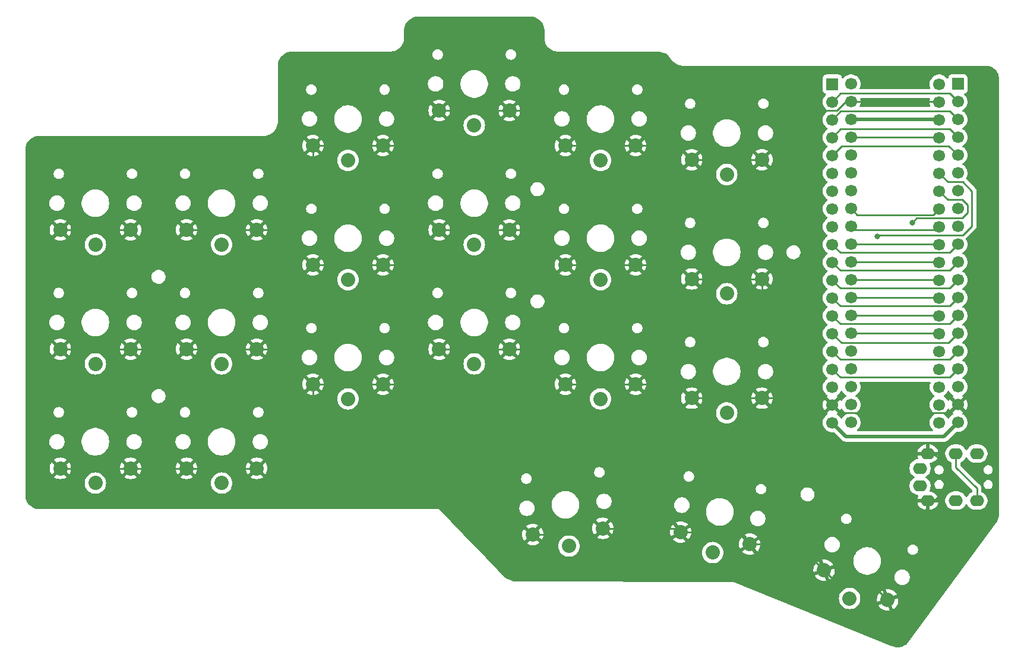
<source format=gbl>
%TF.GenerationSoftware,KiCad,Pcbnew,8.0.4*%
%TF.CreationDate,2024-08-06T18:16:02+02:00*%
%TF.ProjectId,keyboard_pcb,6b657962-6f61-4726-945f-7063622e6b69,rev1.0*%
%TF.SameCoordinates,Original*%
%TF.FileFunction,Copper,L2,Bot*%
%TF.FilePolarity,Positive*%
%FSLAX46Y46*%
G04 Gerber Fmt 4.6, Leading zero omitted, Abs format (unit mm)*
G04 Created by KiCad (PCBNEW 8.0.4) date 2024-08-06 18:16:02*
%MOMM*%
%LPD*%
G01*
G04 APERTURE LIST*
%TA.AperFunction,ComponentPad*%
%ADD10C,2.032000*%
%TD*%
%TA.AperFunction,ComponentPad*%
%ADD11O,2.000000X1.600000*%
%TD*%
%TA.AperFunction,ComponentPad*%
%ADD12R,1.700000X1.700000*%
%TD*%
%TA.AperFunction,ComponentPad*%
%ADD13C,1.700000*%
%TD*%
%TA.AperFunction,ViaPad*%
%ADD14C,0.800000*%
%TD*%
%TA.AperFunction,Conductor*%
%ADD15C,0.500000*%
%TD*%
%TA.AperFunction,Conductor*%
%ADD16C,0.250000*%
%TD*%
G04 APERTURE END LIST*
D10*
%TO.P,K25,1*%
%TO.N,/k25*%
X164000000Y-99900000D03*
%TO.P,K25,2*%
%TO.N,GND*%
X159000000Y-97800000D03*
X169000000Y-97800000D03*
%TD*%
%TO.P,K24,1*%
%TO.N,/k24*%
X146000000Y-97900000D03*
%TO.P,K24,2*%
%TO.N,GND*%
X141000000Y-95800000D03*
X151000000Y-95800000D03*
%TD*%
%TO.P,K21,1*%
%TO.N,/k21*%
X92000000Y-109900000D03*
%TO.P,K21,2*%
%TO.N,GND*%
X87000000Y-107800000D03*
X97000000Y-107800000D03*
%TD*%
%TO.P,K02,1*%
%TO.N,/k02*%
X110000000Y-63900000D03*
%TO.P,K02,2*%
%TO.N,GND*%
X105000000Y-61800000D03*
X115000000Y-61800000D03*
%TD*%
%TO.P,K10,1*%
%TO.N,/k10*%
X74000000Y-92900000D03*
%TO.P,K10,2*%
%TO.N,GND*%
X69000000Y-90800000D03*
X79000000Y-90800000D03*
%TD*%
%TO.P,K04,1*%
%TO.N,/k04*%
X146000000Y-63900000D03*
%TO.P,K04,2*%
%TO.N,GND*%
X141000000Y-61800000D03*
X151000000Y-61800000D03*
%TD*%
%TO.P,K12,1*%
%TO.N,/k12*%
X110000000Y-80900000D03*
%TO.P,K12,2*%
%TO.N,GND*%
X105000000Y-78800000D03*
X115000000Y-78800000D03*
%TD*%
%TO.P,K30,1*%
%TO.N,/k30*%
X141514219Y-118877549D03*
%TO.P,K30,2*%
%TO.N,GND*%
X136350218Y-117221319D03*
X146312165Y-116349761D03*
%TD*%
%TO.P,K01,1*%
%TO.N,/k01*%
X92000000Y-75900000D03*
%TO.P,K01,2*%
%TO.N,GND*%
X87000000Y-73800000D03*
X97000000Y-73800000D03*
%TD*%
%TO.P,K14,1*%
%TO.N,/k14*%
X146000000Y-80900000D03*
%TO.P,K14,2*%
%TO.N,GND*%
X141000000Y-78800000D03*
X151000000Y-78800000D03*
%TD*%
%TO.P,K23,1*%
%TO.N,/k23*%
X128000000Y-92900000D03*
%TO.P,K23,2*%
%TO.N,GND*%
X123000000Y-90800000D03*
X133000000Y-90800000D03*
%TD*%
%TO.P,K03,1*%
%TO.N,/k03*%
X128000000Y-58900000D03*
%TO.P,K03,2*%
%TO.N,GND*%
X123000000Y-56800000D03*
X133000000Y-56800000D03*
%TD*%
%TO.P,K22,1*%
%TO.N,/k22*%
X110000000Y-97900000D03*
%TO.P,K22,2*%
%TO.N,GND*%
X105000000Y-95800000D03*
X115000000Y-95800000D03*
%TD*%
D11*
%TO.P,J1,1,SLEEVE*%
%TO.N,+3V3*%
X191550000Y-107800000D03*
X191550000Y-110300000D03*
%TO.P,J1,2,TIP*%
%TO.N,GND*%
X192650000Y-105700000D03*
X192650000Y-112400000D03*
%TO.P,J1,3,RING1*%
%TO.N,/RX*%
X196650000Y-105700000D03*
X199650000Y-112400000D03*
%TO.P,J1,4,RING2*%
%TO.N,/TX*%
X199650000Y-105700000D03*
X196650000Y-112400000D03*
%TD*%
D10*
%TO.P,K15,1*%
%TO.N,/k15*%
X164000000Y-82900000D03*
%TO.P,K15,2*%
%TO.N,GND*%
X159000000Y-80800000D03*
X169000000Y-80800000D03*
%TD*%
%TO.P,K32,1*%
%TO.N,/k32*%
X181506552Y-126347216D03*
%TO.P,K32,2*%
%TO.N,GND*%
X177862512Y-122330878D03*
X186925590Y-126557061D03*
%TD*%
%TO.P,K11,1*%
%TO.N,/k11*%
X92000000Y-92900000D03*
%TO.P,K11,2*%
%TO.N,GND*%
X87000000Y-90800000D03*
X97000000Y-90800000D03*
%TD*%
D12*
%TO.P,U1,1,PB12*%
%TO.N,unconnected-(U1-Pad1)*%
X179035000Y-53020000D03*
X196935000Y-53000000D03*
D13*
%TO.P,U1,2,PB13*%
%TO.N,/k05*%
X179035000Y-55560000D03*
X196935000Y-55540000D03*
%TO.P,U1,3,PB14*%
%TO.N,/k04*%
X179035000Y-58100000D03*
X196935000Y-58080000D03*
%TO.P,U1,4,PB15*%
%TO.N,/k03*%
X179035000Y-60640000D03*
X196935000Y-60620000D03*
%TO.P,U1,5,PA8*%
%TO.N,/k02*%
X179035000Y-63180000D03*
X196935000Y-63160000D03*
%TO.P,U1,6,PA9*%
%TO.N,unconnected-(U1-Pad6)*%
X179035000Y-65720000D03*
X196935000Y-65700000D03*
%TO.P,U1,7,PA10*%
%TO.N,unconnected-(U1-Pad7)*%
X179035000Y-68260000D03*
X196935000Y-68240000D03*
%TO.P,U1,8,PA11*%
%TO.N,unconnected-(U1-Pad8)*%
X179035000Y-70800000D03*
X196935000Y-70780000D03*
%TO.P,U1,9,PA12*%
%TO.N,unconnected-(U1-Pad9)*%
X179035000Y-73340000D03*
X196935000Y-73320000D03*
%TO.P,U1,10,PA15*%
%TO.N,/k15*%
X179035000Y-75880000D03*
X196935000Y-75860000D03*
%TO.P,U1,11,PB3*%
%TO.N,/k14*%
X179035000Y-78420000D03*
X196935000Y-78400000D03*
%TO.P,U1,12,PB4*%
%TO.N,/k13*%
X179035000Y-80960000D03*
X196935000Y-80940000D03*
%TO.P,U1,13,PB5*%
%TO.N,/k12*%
X179035000Y-83500000D03*
X196935000Y-83480000D03*
%TO.P,U1,14,PB6*%
%TO.N,/TX*%
X179035000Y-86040000D03*
X196935000Y-86020000D03*
%TO.P,U1,15,PB7*%
%TO.N,/RX*%
X179035000Y-88580000D03*
X196935000Y-88560000D03*
%TO.P,U1,16,PB8*%
%TO.N,/k11*%
X179035000Y-91120000D03*
X196935000Y-91100000D03*
%TO.P,U1,17,PB9*%
%TO.N,/k10*%
X179035000Y-93660000D03*
X196935000Y-93640000D03*
%TO.P,U1,18,5V*%
%TO.N,unconnected-(U1-Pad18)*%
X179035000Y-96200000D03*
X196935000Y-96180000D03*
%TO.P,U1,19,GND*%
%TO.N,GND*%
X179035000Y-98740000D03*
X196935000Y-98720000D03*
%TO.P,U1,20,3V3*%
%TO.N,+3V3*%
X179035000Y-101280000D03*
X196935000Y-101260000D03*
%TO.P,U1,21,VBat*%
%TO.N,unconnected-(U1-Pad21)*%
X181695000Y-101260000D03*
X194275000Y-101280000D03*
%TO.P,U1,22,PC13*%
%TO.N,unconnected-(U1-Pad22)*%
X181695000Y-98720000D03*
X194275000Y-98740000D03*
%TO.P,U1,23,PC14*%
%TO.N,unconnected-(U1-Pad23)*%
X181695000Y-96180000D03*
X194275000Y-96200000D03*
%TO.P,U1,24,PC15*%
%TO.N,unconnected-(U1-Pad24)*%
X181695000Y-93640000D03*
X194275000Y-93660000D03*
%TO.P,U1,25,RES*%
%TO.N,unconnected-(U1-Pad25)*%
X181695000Y-91100000D03*
X194275000Y-91120000D03*
%TO.P,U1,26,PA0*%
%TO.N,/k32*%
X181695000Y-88560000D03*
X194275000Y-88580000D03*
%TO.P,U1,27,PA1*%
%TO.N,/k31*%
X181695000Y-86020000D03*
X194275000Y-86040000D03*
%TO.P,U1,28,PA2*%
%TO.N,/k30*%
X181695000Y-83480000D03*
X194275000Y-83500000D03*
%TO.P,U1,29,PA3*%
%TO.N,/k20*%
X181695000Y-80940000D03*
X194275000Y-80960000D03*
%TO.P,U1,30,PA4*%
%TO.N,/k21*%
X181695000Y-78400000D03*
X194275000Y-78420000D03*
%TO.P,U1,31,PA5*%
%TO.N,/k22*%
X181695000Y-75860000D03*
X194275000Y-75880000D03*
%TO.P,U1,32,PA6*%
%TO.N,/k23*%
X181695000Y-73320000D03*
X194275000Y-73340000D03*
%TO.P,U1,33,PA7*%
%TO.N,/k24*%
X181695000Y-70780000D03*
X194275000Y-70800000D03*
%TO.P,U1,34,PB0*%
%TO.N,/k25*%
X181695000Y-68240000D03*
X194275000Y-68260000D03*
%TO.P,U1,35,PB1*%
%TO.N,/k00*%
X181695000Y-65700000D03*
X194275000Y-65720000D03*
%TO.P,U1,36,PB2*%
%TO.N,unconnected-(U1-Pad36)*%
X181695000Y-63160000D03*
X194275000Y-63180000D03*
%TO.P,U1,37,PB10*%
%TO.N,/k01*%
X181695000Y-60620000D03*
X194275000Y-60640000D03*
%TO.P,U1,38,3V3*%
%TO.N,+3V3*%
X181695000Y-58080000D03*
X194275000Y-58100000D03*
%TO.P,U1,39,GND*%
%TO.N,GND*%
X181695000Y-55540000D03*
X194275000Y-55560000D03*
%TO.P,U1,40,5V*%
%TO.N,unconnected-(U1-Pad40)*%
X181695000Y-53000000D03*
X194275000Y-53020000D03*
%TD*%
D10*
%TO.P,K05,1*%
%TO.N,/k05*%
X164000000Y-65900000D03*
%TO.P,K05,2*%
%TO.N,GND*%
X159000000Y-63800000D03*
X169000000Y-63800000D03*
%TD*%
%TO.P,K20,1*%
%TO.N,/k20*%
X74000000Y-109900000D03*
%TO.P,K20,2*%
%TO.N,GND*%
X69000000Y-107800000D03*
X79000000Y-107800000D03*
%TD*%
%TO.P,K13,1*%
%TO.N,/k13*%
X128000000Y-75900000D03*
%TO.P,K13,2*%
%TO.N,GND*%
X123000000Y-73800000D03*
X133000000Y-73800000D03*
%TD*%
%TO.P,K00,1*%
%TO.N,/k00*%
X74000000Y-75900000D03*
%TO.P,K00,2*%
%TO.N,GND*%
X69000000Y-73800000D03*
X79000000Y-73800000D03*
%TD*%
%TO.P,K31,1*%
%TO.N,/k31*%
X161975476Y-119810366D03*
%TO.P,K31,2*%
%TO.N,GND*%
X157416098Y-116874029D03*
X167264176Y-118610510D03*
%TD*%
D14*
%TO.N,GND*%
X176750000Y-65850000D03*
X176300000Y-86700000D03*
X199980000Y-56760000D03*
X176000000Y-69800000D03*
X177100000Y-82500000D03*
X184930000Y-97600000D03*
X199930000Y-84850000D03*
%TO.N,/k00*%
X185420000Y-74740000D03*
%TO.N,/k25*%
X190450000Y-72750000D03*
%TD*%
D15*
%TO.N,+3V3*%
X179035000Y-101280000D02*
X181005000Y-103250000D01*
X194945000Y-103250000D02*
X196935000Y-101260000D01*
X181005000Y-103250000D02*
X194945000Y-103250000D01*
X181695000Y-58080000D02*
X194255000Y-58080000D01*
D16*
X194255000Y-58080000D02*
X194275000Y-58100000D01*
%TO.N,GND*%
X136000000Y-56800000D02*
X141000000Y-61800000D01*
X146312165Y-116349761D02*
X156891830Y-116349761D01*
X194255000Y-55540000D02*
X194275000Y-55560000D01*
X136350218Y-117221319D02*
X145440607Y-117221319D01*
X79000000Y-90800000D02*
X69000000Y-90800000D01*
X97000000Y-90800000D02*
X100000000Y-90800000D01*
X115000000Y-78800000D02*
X118000000Y-78800000D01*
X192664511Y-99914511D02*
X195740489Y-99914511D01*
X115000000Y-95800000D02*
X118000000Y-95800000D01*
X195740489Y-99914511D02*
X196935000Y-98720000D01*
X196106010Y-103750000D02*
X197250000Y-103750000D01*
X79000000Y-107800000D02*
X69000000Y-107800000D01*
X83200000Y-91800000D02*
X86000000Y-91800000D01*
X87000000Y-107800000D02*
X97000000Y-107800000D01*
X194156010Y-105700000D02*
X192650000Y-105700000D01*
X107700000Y-86110114D02*
X101750000Y-92060114D01*
X136000000Y-90800000D02*
X141000000Y-95800000D01*
X193600000Y-112400000D02*
X192650000Y-112400000D01*
X151000000Y-61800000D02*
X154550000Y-61800000D01*
X87000000Y-73800000D02*
X86000000Y-74800000D01*
X157000000Y-78800000D02*
X159000000Y-80800000D01*
X118000000Y-78800000D02*
X123000000Y-73800000D01*
X79000000Y-73800000D02*
X69000000Y-73800000D01*
X141000000Y-78800000D02*
X151000000Y-78800000D01*
X97000000Y-73800000D02*
X105000000Y-65800000D01*
X155550000Y-95800000D02*
X157000000Y-95800000D01*
X159000000Y-63800000D02*
X169000000Y-63800000D01*
X195500000Y-110500000D02*
X195500000Y-107700000D01*
X189250000Y-119250000D02*
X184434264Y-124065736D01*
X80000000Y-74800000D02*
X79000000Y-73800000D01*
X86000000Y-74800000D02*
X80000000Y-74800000D01*
X101689886Y-92060114D02*
X101475000Y-92275000D01*
X133000000Y-73800000D02*
X136000000Y-73800000D01*
X118000000Y-95800000D02*
X123000000Y-90800000D01*
X178095000Y-97800000D02*
X179035000Y-98740000D01*
X180209511Y-99914511D02*
X192664511Y-99914511D01*
X105000000Y-65800000D02*
X105000000Y-61800000D01*
X83200000Y-91800000D02*
X82200000Y-90800000D01*
X195500000Y-107700000D02*
X193500000Y-105700000D01*
X189250000Y-116850000D02*
X192650000Y-113450000D01*
X87000000Y-73800000D02*
X97000000Y-73800000D01*
X105000000Y-95800000D02*
X115000000Y-95800000D01*
X100000000Y-73800000D02*
X105000000Y-78800000D01*
X172139490Y-118610510D02*
X172139490Y-105635510D01*
X169000000Y-63800000D02*
X176030000Y-56770000D01*
X165527695Y-116874029D02*
X167264176Y-118610510D01*
X87000000Y-90800000D02*
X97000000Y-90800000D01*
X100000000Y-90800000D02*
X101475000Y-92275000D01*
X79000000Y-107800000D02*
X87000000Y-107800000D01*
X174142144Y-118610510D02*
X177862512Y-122330878D01*
X123000000Y-90800000D02*
X133000000Y-90800000D01*
X105000000Y-99800000D02*
X105000000Y-95800000D01*
X155550000Y-78800000D02*
X155550000Y-95800000D01*
X101475000Y-92275000D02*
X105000000Y-95800000D01*
X157000000Y-95800000D02*
X159000000Y-97800000D01*
X151000000Y-95800000D02*
X155550000Y-95800000D01*
X107700000Y-78800000D02*
X107700000Y-86110114D01*
X179729282Y-56770000D02*
X180959282Y-55540000D01*
X169000000Y-83500000D02*
X174550000Y-89050000D01*
X97000000Y-73800000D02*
X100000000Y-73800000D01*
X157000000Y-61800000D02*
X159000000Y-63800000D01*
X86000000Y-91800000D02*
X87000000Y-90800000D01*
X193500000Y-105700000D02*
X192650000Y-105700000D01*
X198750000Y-100535000D02*
X196935000Y-98720000D01*
X101750000Y-92060114D02*
X101689886Y-92060114D01*
X181695000Y-55540000D02*
X194255000Y-55540000D01*
X192650000Y-113450000D02*
X192650000Y-112400000D01*
X141000000Y-95800000D02*
X151000000Y-95800000D01*
X167264176Y-118610510D02*
X172139490Y-118610510D01*
X169000000Y-80800000D02*
X169000000Y-83500000D01*
X157416098Y-116874029D02*
X165527695Y-116874029D01*
X123000000Y-56800000D02*
X133000000Y-56800000D01*
X136000000Y-73800000D02*
X141000000Y-78800000D01*
X145440607Y-117221319D02*
X146312165Y-116349761D01*
X184434264Y-124065736D02*
X186925590Y-126557061D01*
X172139490Y-105635510D02*
X179035000Y-98740000D01*
X172139490Y-118610510D02*
X174142144Y-118610510D01*
X141000000Y-61800000D02*
X151000000Y-61800000D01*
X154450000Y-78800000D02*
X155550000Y-78800000D01*
X195500000Y-110500000D02*
X193600000Y-112400000D01*
X82200000Y-90800000D02*
X79000000Y-90800000D01*
X174550000Y-97800000D02*
X178095000Y-97800000D01*
X151000000Y-78800000D02*
X154450000Y-78800000D01*
X154550000Y-61800000D02*
X157000000Y-61800000D01*
X193200000Y-112300000D02*
X192662500Y-112300000D01*
X177862512Y-122330878D02*
X178878511Y-123346877D01*
X174550000Y-89050000D02*
X174550000Y-97800000D01*
X154500000Y-61850000D02*
X154500000Y-78750000D01*
X169000000Y-97800000D02*
X174550000Y-97800000D01*
X196106010Y-103750000D02*
X194156010Y-105700000D01*
X154550000Y-61800000D02*
X154500000Y-61850000D01*
X118000000Y-61800000D02*
X123000000Y-56800000D01*
X156891830Y-116349761D02*
X157416098Y-116874029D01*
X105000000Y-61800000D02*
X115000000Y-61800000D01*
X179035000Y-98740000D02*
X180209511Y-99914511D01*
X178878511Y-123346877D02*
X183715406Y-123346877D01*
X154500000Y-78750000D02*
X154450000Y-78800000D01*
X192650000Y-99929022D02*
X192664511Y-99914511D01*
X155550000Y-78800000D02*
X157000000Y-78800000D01*
X107700000Y-78800000D02*
X115000000Y-78800000D01*
X123000000Y-73800000D02*
X133000000Y-73800000D01*
X159000000Y-97800000D02*
X169000000Y-97800000D01*
X115000000Y-61800000D02*
X118000000Y-61800000D01*
X183715406Y-123346877D02*
X184434264Y-124065736D01*
X180959282Y-55540000D02*
X181695000Y-55540000D01*
X133000000Y-90800000D02*
X136000000Y-90800000D01*
X189250000Y-116850000D02*
X189250000Y-119250000D01*
X159000000Y-80800000D02*
X169000000Y-80800000D01*
X197250000Y-103750000D02*
X198750000Y-102250000D01*
X198750000Y-102250000D02*
X198750000Y-100535000D01*
X133000000Y-56800000D02*
X136000000Y-56800000D01*
X176030000Y-56770000D02*
X179729282Y-56770000D01*
X105000000Y-78800000D02*
X107700000Y-78800000D01*
X97000000Y-107800000D02*
X105000000Y-99800000D01*
%TO.N,/TX*%
X193786995Y-87213005D02*
X193788501Y-87214511D01*
X179035000Y-86040000D02*
X180208005Y-87213005D01*
X195740489Y-87214511D02*
X196935000Y-86020000D01*
X193788501Y-87214511D02*
X195740489Y-87214511D01*
X180208005Y-87213005D02*
X193786995Y-87213005D01*
%TO.N,/RX*%
X199650000Y-110650000D02*
X199650000Y-112400000D01*
X196650000Y-107650000D02*
X199650000Y-110650000D01*
X180380489Y-89925489D02*
X195569511Y-89925489D01*
X196650000Y-105700000D02*
X196650000Y-107650000D01*
X179035000Y-88580000D02*
X180380489Y-89925489D01*
X195569511Y-89925489D02*
X196935000Y-88560000D01*
%TO.N,/k00*%
X197630000Y-74590000D02*
X185570000Y-74590000D01*
X197630000Y-66970000D02*
X198950000Y-68290000D01*
X194275000Y-65720000D02*
X195525000Y-66970000D01*
X198950000Y-73270000D02*
X197630000Y-74590000D01*
X198950000Y-68290000D02*
X198950000Y-73270000D01*
X195525000Y-66970000D02*
X197630000Y-66970000D01*
X185570000Y-74590000D02*
X185420000Y-74740000D01*
%TO.N,/k01*%
X194255000Y-60620000D02*
X194275000Y-60640000D01*
X181695000Y-60620000D02*
X194255000Y-60620000D01*
%TO.N,/k02*%
X180345000Y-61870000D02*
X195645000Y-61870000D01*
X179035000Y-63180000D02*
X180345000Y-61870000D01*
X195645000Y-61870000D02*
X196935000Y-63160000D01*
%TO.N,/k03*%
X179035000Y-60640000D02*
X180229511Y-59445489D01*
X180229511Y-59445489D02*
X195760489Y-59445489D01*
X195760489Y-59445489D02*
X196935000Y-60620000D01*
%TO.N,/k04*%
X179035000Y-58100000D02*
X180229511Y-56905489D01*
X195760489Y-56905489D02*
X196935000Y-58080000D01*
X180229511Y-56905489D02*
X195760489Y-56905489D01*
%TO.N,/k05*%
X179035000Y-55560000D02*
X180229511Y-54365489D01*
X195760489Y-54365489D02*
X196935000Y-55540000D01*
X180229511Y-54365489D02*
X195760489Y-54365489D01*
%TO.N,/k10*%
X179035000Y-93660000D02*
X180209511Y-94834511D01*
X180209511Y-94834511D02*
X195740489Y-94834511D01*
X195740489Y-94834511D02*
X196935000Y-93640000D01*
%TO.N,/k11*%
X195740489Y-92294511D02*
X196935000Y-91100000D01*
X180209511Y-92294511D02*
X195740489Y-92294511D01*
X179035000Y-91120000D02*
X180209511Y-92294511D01*
%TO.N,/k12*%
X195740489Y-84674511D02*
X196935000Y-83480000D01*
X179035000Y-83500000D02*
X180209511Y-84674511D01*
X180209511Y-84674511D02*
X195740489Y-84674511D01*
%TO.N,/k13*%
X179035000Y-80960000D02*
X180209511Y-82134511D01*
X180209511Y-82134511D02*
X195740489Y-82134511D01*
X195740489Y-82134511D02*
X196935000Y-80940000D01*
%TO.N,/k14*%
X195740489Y-79594511D02*
X196935000Y-78400000D01*
X180209511Y-79594511D02*
X195740489Y-79594511D01*
X179035000Y-78420000D02*
X180209511Y-79594511D01*
%TO.N,/k15*%
X179035000Y-75880000D02*
X180189511Y-77034511D01*
X195740489Y-77054511D02*
X196935000Y-75860000D01*
X192275009Y-77034511D02*
X192295009Y-77054511D01*
X180189511Y-77034511D02*
X192275009Y-77034511D01*
X192295009Y-77054511D02*
X195740489Y-77054511D01*
%TO.N,/k20*%
X181695000Y-80940000D02*
X194255000Y-80940000D01*
X194255000Y-80940000D02*
X194275000Y-80960000D01*
%TO.N,/k21*%
X194255000Y-78400000D02*
X194275000Y-78420000D01*
X181695000Y-78400000D02*
X194255000Y-78400000D01*
%TO.N,/k22*%
X194255000Y-75860000D02*
X194275000Y-75880000D01*
X181695000Y-75860000D02*
X194255000Y-75860000D01*
%TO.N,/k23*%
X181695000Y-73320000D02*
X182135000Y-73760000D01*
X182135000Y-73760000D02*
X193855000Y-73760000D01*
X193855000Y-73760000D02*
X194275000Y-73340000D01*
%TO.N,/k24*%
X193395000Y-71680000D02*
X194275000Y-70800000D01*
X182595000Y-71680000D02*
X193395000Y-71680000D01*
X194255000Y-70780000D02*
X194275000Y-70800000D01*
X181695000Y-70780000D02*
X182595000Y-71680000D01*
%TO.N,/k25*%
X198310000Y-70260000D02*
X197570000Y-69520000D01*
X198310000Y-71360000D02*
X198310000Y-70260000D01*
X197530000Y-72140000D02*
X198310000Y-71360000D01*
X197570000Y-69520000D02*
X195535000Y-69520000D01*
X194255000Y-68240000D02*
X194275000Y-68260000D01*
X190450000Y-72750000D02*
X191060000Y-72140000D01*
X195535000Y-69520000D02*
X194275000Y-68260000D01*
X191060000Y-72140000D02*
X197530000Y-72140000D01*
%TO.N,/k30*%
X194255000Y-83480000D02*
X194275000Y-83500000D01*
X181695000Y-83480000D02*
X194255000Y-83480000D01*
%TO.N,/k31*%
X181695000Y-86020000D02*
X194255000Y-86020000D01*
X194255000Y-86020000D02*
X194275000Y-86040000D01*
%TO.N,/k32*%
X181695000Y-88560000D02*
X194255000Y-88560000D01*
X194255000Y-88560000D02*
X194275000Y-88580000D01*
%TD*%
%TA.AperFunction,Conductor*%
%TO.N,GND*%
G36*
X192987898Y-95488013D02*
G01*
X193034391Y-95541669D01*
X193044495Y-95611943D01*
X193035165Y-95644624D01*
X192985703Y-95757386D01*
X192985702Y-95757387D01*
X192930437Y-95975624D01*
X192930436Y-95975630D01*
X192930436Y-95975632D01*
X192911844Y-96200000D01*
X192928779Y-96404375D01*
X192930437Y-96424375D01*
X192985702Y-96642612D01*
X192985703Y-96642613D01*
X192985704Y-96642616D01*
X193056001Y-96802878D01*
X193076141Y-96848793D01*
X193199275Y-97037265D01*
X193199279Y-97037270D01*
X193314187Y-97162091D01*
X193339329Y-97189403D01*
X193351762Y-97202908D01*
X193355415Y-97205751D01*
X193529424Y-97341189D01*
X193562680Y-97359186D01*
X193613071Y-97409200D01*
X193628423Y-97478516D01*
X193603862Y-97545129D01*
X193562680Y-97580813D01*
X193529426Y-97598810D01*
X193529424Y-97598811D01*
X193351762Y-97737091D01*
X193199279Y-97902729D01*
X193199275Y-97902734D01*
X193076141Y-98091206D01*
X192985703Y-98297386D01*
X192985702Y-98297387D01*
X192930437Y-98515624D01*
X192930436Y-98515630D01*
X192930436Y-98515632D01*
X192911844Y-98740000D01*
X192928779Y-98944375D01*
X192930437Y-98964375D01*
X192985702Y-99182612D01*
X192985703Y-99182613D01*
X192985704Y-99182616D01*
X193076139Y-99388789D01*
X193076141Y-99388793D01*
X193199275Y-99577265D01*
X193199279Y-99577270D01*
X193276155Y-99660778D01*
X193336698Y-99726545D01*
X193351762Y-99742908D01*
X193406331Y-99785381D01*
X193529424Y-99881189D01*
X193562155Y-99898902D01*
X193562680Y-99899186D01*
X193613071Y-99949200D01*
X193628423Y-100018516D01*
X193603862Y-100085129D01*
X193562680Y-100120813D01*
X193529426Y-100138810D01*
X193529424Y-100138811D01*
X193351762Y-100277091D01*
X193199279Y-100442729D01*
X193199275Y-100442734D01*
X193076141Y-100631206D01*
X192985703Y-100837386D01*
X192985702Y-100837387D01*
X192930437Y-101055624D01*
X192930436Y-101055630D01*
X192930436Y-101055632D01*
X192911844Y-101280000D01*
X192928779Y-101484375D01*
X192930437Y-101504375D01*
X192985702Y-101722612D01*
X192985703Y-101722613D01*
X193076141Y-101928793D01*
X193199275Y-102117265D01*
X193199280Y-102117270D01*
X193349234Y-102280162D01*
X193380655Y-102343827D01*
X193372669Y-102414373D01*
X193327810Y-102469402D01*
X193260321Y-102491443D01*
X193256533Y-102491500D01*
X182691569Y-102491500D01*
X182623448Y-102471498D01*
X182576955Y-102417842D01*
X182566851Y-102347568D01*
X182596345Y-102282988D01*
X182614177Y-102266069D01*
X182618236Y-102262909D01*
X182618237Y-102262908D01*
X182618240Y-102262906D01*
X182770722Y-102097268D01*
X182893860Y-101908791D01*
X182984296Y-101702616D01*
X183039564Y-101484368D01*
X183058156Y-101260000D01*
X183039564Y-101035632D01*
X183025810Y-100981317D01*
X182984297Y-100817387D01*
X182984296Y-100817386D01*
X182984296Y-100817384D01*
X182893860Y-100611209D01*
X182887140Y-100600924D01*
X182770724Y-100422734D01*
X182770720Y-100422729D01*
X182635110Y-100275420D01*
X182618240Y-100257094D01*
X182618239Y-100257093D01*
X182618237Y-100257091D01*
X182484847Y-100153269D01*
X182440576Y-100118811D01*
X182407319Y-100100813D01*
X182356929Y-100050802D01*
X182341576Y-99981485D01*
X182366136Y-99914872D01*
X182407320Y-99879186D01*
X182407845Y-99878902D01*
X182440576Y-99861189D01*
X182618240Y-99722906D01*
X182770722Y-99557268D01*
X182893860Y-99368791D01*
X182984296Y-99162616D01*
X183039564Y-98944368D01*
X183058156Y-98720000D01*
X183039564Y-98495632D01*
X183002896Y-98350832D01*
X182984297Y-98277387D01*
X182984296Y-98277386D01*
X182984296Y-98277384D01*
X182893860Y-98071209D01*
X182838552Y-97986553D01*
X182770724Y-97882734D01*
X182770720Y-97882729D01*
X182654570Y-97756559D01*
X182618240Y-97717094D01*
X182618239Y-97717093D01*
X182618237Y-97717091D01*
X182536382Y-97653381D01*
X182440576Y-97578811D01*
X182407319Y-97560813D01*
X182356929Y-97510802D01*
X182341576Y-97441485D01*
X182366136Y-97374872D01*
X182407320Y-97339186D01*
X182440576Y-97321189D01*
X182618240Y-97182906D01*
X182770722Y-97017268D01*
X182893860Y-96828791D01*
X182984296Y-96622616D01*
X183039564Y-96404368D01*
X183058156Y-96180000D01*
X183039564Y-95955632D01*
X182991575Y-95766129D01*
X182984297Y-95737387D01*
X182984296Y-95737386D01*
X182984296Y-95737384D01*
X182943607Y-95644623D01*
X182934562Y-95574206D01*
X182965023Y-95510076D01*
X183025319Y-95472595D01*
X183058996Y-95468011D01*
X192919777Y-95468011D01*
X192987898Y-95488013D01*
G37*
%TD.AperFunction*%
%TA.AperFunction,Conductor*%
G36*
X180158077Y-99503866D02*
G01*
X180233419Y-99388548D01*
X180253726Y-99342255D01*
X180299407Y-99287907D01*
X180367219Y-99266883D01*
X180435633Y-99285859D01*
X180482927Y-99338810D01*
X180484500Y-99342255D01*
X180496139Y-99368790D01*
X180619275Y-99557265D01*
X180619279Y-99557270D01*
X180771762Y-99722908D01*
X180797458Y-99742908D01*
X180949424Y-99861189D01*
X180982155Y-99878902D01*
X180982680Y-99879186D01*
X181033071Y-99929200D01*
X181048423Y-99998516D01*
X181023862Y-100065129D01*
X180982680Y-100100813D01*
X180949426Y-100118810D01*
X180949424Y-100118811D01*
X180771762Y-100257091D01*
X180619279Y-100422729D01*
X180619275Y-100422734D01*
X180496140Y-100611207D01*
X180476000Y-100657123D01*
X180430318Y-100711471D01*
X180362506Y-100732494D01*
X180294092Y-100713517D01*
X180246799Y-100660566D01*
X180245225Y-100657119D01*
X180233861Y-100631210D01*
X180233860Y-100631209D01*
X180110724Y-100442734D01*
X180110720Y-100442729D01*
X179958237Y-100277091D01*
X179799151Y-100153269D01*
X179780576Y-100138811D01*
X179746792Y-100120528D01*
X179696402Y-100070516D01*
X179681050Y-100001199D01*
X179705610Y-99934586D01*
X179746795Y-99898900D01*
X179780298Y-99880769D01*
X179800688Y-99864898D01*
X179159947Y-99224157D01*
X179227993Y-99205925D01*
X179342007Y-99140099D01*
X179435099Y-99047007D01*
X179500925Y-98932993D01*
X179519158Y-98864947D01*
X180158077Y-99503866D01*
G37*
%TD.AperFunction*%
%TA.AperFunction,Conductor*%
G36*
X196469075Y-98912993D02*
G01*
X196534901Y-99027007D01*
X196627993Y-99120099D01*
X196742007Y-99185925D01*
X196810051Y-99204157D01*
X196169310Y-99844898D01*
X196189697Y-99860766D01*
X196189705Y-99860771D01*
X196223207Y-99878902D01*
X196273597Y-99928915D01*
X196288949Y-99998232D01*
X196264388Y-100064845D01*
X196223207Y-100100528D01*
X196189430Y-100118807D01*
X196189424Y-100118811D01*
X196011762Y-100257091D01*
X195859279Y-100422729D01*
X195859275Y-100422734D01*
X195736140Y-100611207D01*
X195716000Y-100657123D01*
X195670318Y-100711471D01*
X195602506Y-100732494D01*
X195534092Y-100713517D01*
X195486799Y-100660566D01*
X195485225Y-100657119D01*
X195473861Y-100631210D01*
X195473860Y-100631209D01*
X195350724Y-100442734D01*
X195350720Y-100442729D01*
X195198237Y-100277091D01*
X195039151Y-100153269D01*
X195020576Y-100138811D01*
X194987319Y-100120813D01*
X194936929Y-100070802D01*
X194921576Y-100001485D01*
X194946136Y-99934872D01*
X194987320Y-99899186D01*
X194987845Y-99898902D01*
X195020576Y-99881189D01*
X195198240Y-99742906D01*
X195350722Y-99577268D01*
X195473860Y-99388791D01*
X195494272Y-99342255D01*
X195539951Y-99287907D01*
X195607763Y-99266882D01*
X195676177Y-99285857D01*
X195723472Y-99338807D01*
X195725046Y-99342253D01*
X195736581Y-99368550D01*
X195811921Y-99483866D01*
X196450841Y-98844946D01*
X196469075Y-98912993D01*
G37*
%TD.AperFunction*%
%TA.AperFunction,Conductor*%
G36*
X180435904Y-96746480D02*
G01*
X180483199Y-96799430D01*
X180484774Y-96802878D01*
X180496141Y-96828793D01*
X180619275Y-97017265D01*
X180619279Y-97017270D01*
X180771762Y-97182908D01*
X180797458Y-97202908D01*
X180949424Y-97321189D01*
X180982680Y-97339186D01*
X181033071Y-97389200D01*
X181048423Y-97458516D01*
X181023862Y-97525129D01*
X180982680Y-97560813D01*
X180949426Y-97578810D01*
X180949424Y-97578811D01*
X180771762Y-97717091D01*
X180619279Y-97882729D01*
X180619275Y-97882734D01*
X180496139Y-98071209D01*
X180475727Y-98117745D01*
X180430046Y-98172093D01*
X180362233Y-98193117D01*
X180293820Y-98174141D01*
X180246526Y-98121190D01*
X180244952Y-98117744D01*
X180233417Y-98091448D01*
X180158077Y-97976132D01*
X179519157Y-98615051D01*
X179500925Y-98547007D01*
X179435099Y-98432993D01*
X179342007Y-98339901D01*
X179227993Y-98274075D01*
X179159947Y-98255841D01*
X179800688Y-97615100D01*
X179800687Y-97615099D01*
X179780308Y-97599237D01*
X179780298Y-97599231D01*
X179746791Y-97581097D01*
X179696401Y-97531083D01*
X179681050Y-97461766D01*
X179705612Y-97395153D01*
X179746790Y-97359472D01*
X179780576Y-97341189D01*
X179958240Y-97202906D01*
X180110722Y-97037268D01*
X180233860Y-96848791D01*
X180253999Y-96802877D01*
X180299678Y-96748530D01*
X180367490Y-96727505D01*
X180435904Y-96746480D01*
G37*
%TD.AperFunction*%
%TA.AperFunction,Conductor*%
G36*
X195675904Y-96746480D02*
G01*
X195723199Y-96799430D01*
X195724774Y-96802878D01*
X195736141Y-96828793D01*
X195859275Y-97017265D01*
X195859279Y-97017270D01*
X196011762Y-97182908D01*
X196037458Y-97202908D01*
X196189424Y-97321189D01*
X196223205Y-97339470D01*
X196273596Y-97389482D01*
X196288949Y-97458799D01*
X196264389Y-97525412D01*
X196223208Y-97561097D01*
X196189700Y-97579230D01*
X196189693Y-97579235D01*
X196169311Y-97595099D01*
X196169310Y-97595100D01*
X196810052Y-98235842D01*
X196742007Y-98254075D01*
X196627993Y-98319901D01*
X196534901Y-98412993D01*
X196469075Y-98527007D01*
X196450842Y-98595052D01*
X195811921Y-97956131D01*
X195811920Y-97956132D01*
X195736586Y-98071439D01*
X195736577Y-98071456D01*
X195716272Y-98117746D01*
X195670590Y-98172094D01*
X195602777Y-98193116D01*
X195534364Y-98174138D01*
X195487071Y-98121186D01*
X195485500Y-98117746D01*
X195473860Y-98091209D01*
X195385610Y-97956132D01*
X195350724Y-97902734D01*
X195350720Y-97902729D01*
X195198237Y-97737091D01*
X195100190Y-97660778D01*
X195020576Y-97598811D01*
X194987319Y-97580813D01*
X194936929Y-97530802D01*
X194921576Y-97461485D01*
X194946136Y-97394872D01*
X194987320Y-97359186D01*
X195020576Y-97341189D01*
X195198240Y-97202906D01*
X195350722Y-97037268D01*
X195473860Y-96848791D01*
X195493999Y-96802877D01*
X195539678Y-96748530D01*
X195607490Y-96727505D01*
X195675904Y-96746480D01*
G37*
%TD.AperFunction*%
%TA.AperFunction,Conductor*%
G36*
X192922437Y-55018991D02*
G01*
X192968930Y-55072647D01*
X192979034Y-55142921D01*
X192976461Y-55155920D01*
X192930931Y-55335713D01*
X192912346Y-55560000D01*
X192930932Y-55784292D01*
X192986176Y-56002449D01*
X192986179Y-56002456D01*
X193026937Y-56095375D01*
X193035984Y-56165793D01*
X193005523Y-56229923D01*
X192945227Y-56267405D01*
X192911550Y-56271989D01*
X183049677Y-56271989D01*
X182981556Y-56251987D01*
X182935063Y-56198331D01*
X182924959Y-56128057D01*
X182934290Y-56095375D01*
X182983820Y-55982456D01*
X182983823Y-55982449D01*
X183039067Y-55764292D01*
X183057653Y-55540000D01*
X183039067Y-55315707D01*
X182998604Y-55155920D01*
X183001271Y-55084974D01*
X183041871Y-55026732D01*
X183107515Y-54999686D01*
X183120748Y-54998989D01*
X192854316Y-54998989D01*
X192922437Y-55018991D01*
G37*
%TD.AperFunction*%
%TA.AperFunction,Conductor*%
G36*
X136001121Y-43400020D02*
G01*
X136134980Y-43402407D01*
X136150654Y-43403668D01*
X136416762Y-43441928D01*
X136434322Y-43445749D01*
X136691171Y-43521167D01*
X136708015Y-43527449D01*
X136951524Y-43638656D01*
X136967303Y-43647272D01*
X137192505Y-43792001D01*
X137206896Y-43802774D01*
X137409208Y-43978078D01*
X137421921Y-43990791D01*
X137597225Y-44193103D01*
X137607998Y-44207494D01*
X137752727Y-44432696D01*
X137761343Y-44448475D01*
X137872550Y-44691984D01*
X137878832Y-44708828D01*
X137954249Y-44965674D01*
X137958071Y-44983240D01*
X137996330Y-45249339D01*
X137997592Y-45265023D01*
X137999980Y-45398877D01*
X138000000Y-45401125D01*
X138000000Y-46399998D01*
X138002547Y-46542855D01*
X138002547Y-46542856D01*
X138043211Y-46825678D01*
X138123707Y-47099822D01*
X138242400Y-47359723D01*
X138396869Y-47600081D01*
X138396872Y-47600084D01*
X138396873Y-47600086D01*
X138583980Y-47816020D01*
X138799914Y-48003127D01*
X138799916Y-48003128D01*
X138799918Y-48003130D01*
X139011460Y-48139080D01*
X139040278Y-48157600D01*
X139300179Y-48276293D01*
X139574326Y-48356790D01*
X139857139Y-48397452D01*
X140000000Y-48400000D01*
X154298832Y-48400000D01*
X154301180Y-48400022D01*
X154439409Y-48402598D01*
X154456126Y-48404027D01*
X154730576Y-48446045D01*
X154749201Y-48450365D01*
X155012989Y-48533076D01*
X155030749Y-48540165D01*
X155278994Y-48661850D01*
X155295473Y-48671543D01*
X155522446Y-48829397D01*
X155537263Y-48841469D01*
X155737741Y-49031863D01*
X155750547Y-49046023D01*
X155920624Y-49265496D01*
X155929992Y-49279408D01*
X156000012Y-49400021D01*
X156078897Y-49528436D01*
X156078908Y-49528452D01*
X156211371Y-49691984D01*
X156268633Y-49762677D01*
X156490897Y-49966299D01*
X156490903Y-49966303D01*
X156740811Y-50134835D01*
X156740813Y-50134836D01*
X157012889Y-50264588D01*
X157012891Y-50264589D01*
X157301160Y-50352707D01*
X157301162Y-50352708D01*
X157462096Y-50376755D01*
X157599285Y-50397255D01*
X157636964Y-50397940D01*
X157749993Y-50399998D01*
X157750011Y-50399998D01*
X200998986Y-50399999D01*
X201001009Y-50400018D01*
X201120694Y-50402152D01*
X201136374Y-50403415D01*
X201374191Y-50437608D01*
X201391755Y-50441428D01*
X201621189Y-50508796D01*
X201638033Y-50515078D01*
X201855552Y-50614416D01*
X201871330Y-50623032D01*
X202072497Y-50752313D01*
X202086884Y-50763082D01*
X202168795Y-50834059D01*
X202267607Y-50919681D01*
X202280318Y-50932392D01*
X202369229Y-51035000D01*
X202436915Y-51113113D01*
X202447686Y-51127502D01*
X202576967Y-51328669D01*
X202585583Y-51344447D01*
X202684921Y-51561966D01*
X202691203Y-51578810D01*
X202758570Y-51808242D01*
X202762391Y-51825808D01*
X202796584Y-52063625D01*
X202797847Y-52079310D01*
X202799980Y-52198878D01*
X202800000Y-52201125D01*
X202800000Y-114398779D01*
X202799976Y-114401232D01*
X202797330Y-114537105D01*
X202795699Y-114555006D01*
X202751603Y-114824394D01*
X202746682Y-114844213D01*
X202660043Y-115101770D01*
X202651985Y-115120534D01*
X202524302Y-115361802D01*
X202514783Y-115377049D01*
X202434159Y-115487737D01*
X202433790Y-115488240D01*
X189949996Y-132450001D01*
X189876728Y-132557493D01*
X189866927Y-132570080D01*
X189695152Y-132763977D01*
X189682165Y-132776664D01*
X189485156Y-132943142D01*
X189470480Y-132953831D01*
X189251592Y-133090266D01*
X189235532Y-133098735D01*
X188999308Y-133202294D01*
X188982198Y-133208367D01*
X188733535Y-133276904D01*
X188715730Y-133280454D01*
X188459812Y-133312540D01*
X188441681Y-133313495D01*
X188183798Y-133308467D01*
X188165718Y-133306806D01*
X187911239Y-133264767D01*
X187893586Y-133260525D01*
X187646739Y-133182015D01*
X187631874Y-133176228D01*
X187513874Y-133121449D01*
X174383202Y-127801585D01*
X170793479Y-126347216D01*
X179977338Y-126347216D01*
X179981905Y-126405252D01*
X179996165Y-126586437D01*
X180052182Y-126819767D01*
X180111035Y-126961850D01*
X180144012Y-127041465D01*
X180269392Y-127246065D01*
X180425234Y-127428534D01*
X180607703Y-127584376D01*
X180812303Y-127709756D01*
X181033999Y-127801585D01*
X181267330Y-127857603D01*
X181506552Y-127876430D01*
X181745774Y-127857603D01*
X181979105Y-127801585D01*
X182200801Y-127709756D01*
X182405401Y-127584376D01*
X182587870Y-127428534D01*
X182743712Y-127246065D01*
X182869092Y-127041465D01*
X182960921Y-126819769D01*
X183016939Y-126586438D01*
X183019251Y-126557061D01*
X185396877Y-126557061D01*
X185415698Y-126796204D01*
X185424554Y-126833091D01*
X186290590Y-126517880D01*
X186290590Y-126619603D01*
X186314993Y-126742284D01*
X186362861Y-126857846D01*
X186432354Y-126961850D01*
X186465370Y-126994866D01*
X185599592Y-127309985D01*
X185688834Y-127455614D01*
X185844627Y-127638023D01*
X186027035Y-127793816D01*
X186231570Y-127919154D01*
X186453193Y-128010953D01*
X186686447Y-128066952D01*
X186686445Y-128066952D01*
X186925590Y-128085773D01*
X187164737Y-128066952D01*
X187201620Y-128058096D01*
X187201621Y-128058095D01*
X186886410Y-127192061D01*
X186988132Y-127192061D01*
X187110813Y-127167658D01*
X187226375Y-127119790D01*
X187330379Y-127050297D01*
X187363395Y-127017280D01*
X187678513Y-127883058D01*
X187824141Y-127793818D01*
X188006552Y-127638023D01*
X188162345Y-127455615D01*
X188287683Y-127251080D01*
X188379482Y-127029457D01*
X188435481Y-126796204D01*
X188454302Y-126557060D01*
X188435481Y-126317915D01*
X188435481Y-126317914D01*
X188426624Y-126281028D01*
X187560590Y-126596238D01*
X187560590Y-126494519D01*
X187536187Y-126371838D01*
X187488319Y-126256276D01*
X187418826Y-126152272D01*
X187385807Y-126119253D01*
X188251586Y-125804136D01*
X188162345Y-125658506D01*
X188006552Y-125476098D01*
X187824144Y-125320305D01*
X187619609Y-125194967D01*
X187397986Y-125103168D01*
X187164732Y-125047169D01*
X187164734Y-125047169D01*
X186925590Y-125028348D01*
X186686446Y-125047169D01*
X186649558Y-125056025D01*
X186964769Y-125922061D01*
X186863048Y-125922061D01*
X186740367Y-125946464D01*
X186624805Y-125994332D01*
X186520801Y-126063825D01*
X186487783Y-126096842D01*
X186172664Y-125231063D01*
X186172664Y-125231062D01*
X186027042Y-125320300D01*
X186027038Y-125320303D01*
X185844627Y-125476098D01*
X185688834Y-125658506D01*
X185563496Y-125863041D01*
X185471697Y-126084664D01*
X185415698Y-126317917D01*
X185396877Y-126557061D01*
X183019251Y-126557061D01*
X183035766Y-126347216D01*
X183016939Y-126107994D01*
X182960921Y-125874663D01*
X182869092Y-125652967D01*
X182743712Y-125448367D01*
X182587870Y-125265898D01*
X182405401Y-125110056D01*
X182200801Y-124984676D01*
X181979105Y-124892847D01*
X181979103Y-124892846D01*
X181819488Y-124854526D01*
X181745774Y-124836829D01*
X181506552Y-124818002D01*
X181267330Y-124836829D01*
X181034000Y-124892846D01*
X180812304Y-124984675D01*
X180607704Y-125110055D01*
X180425234Y-125265898D01*
X180269391Y-125448368D01*
X180144011Y-125652968D01*
X180052182Y-125874664D01*
X180034945Y-125946464D01*
X179996165Y-126107994D01*
X179977338Y-126347216D01*
X170793479Y-126347216D01*
X165000000Y-124000000D01*
X164905627Y-123999870D01*
X133773354Y-123957072D01*
X133745407Y-123953894D01*
X133567405Y-123913140D01*
X133555179Y-123909684D01*
X133183231Y-123783963D01*
X133169816Y-123778552D01*
X132815543Y-123611414D01*
X132802837Y-123604502D01*
X132743461Y-123567633D01*
X132470033Y-123397850D01*
X132458215Y-123389534D01*
X132150613Y-123145566D01*
X132141072Y-123137182D01*
X132001603Y-123001557D01*
X131998411Y-122998339D01*
X131359697Y-122330878D01*
X176333799Y-122330878D01*
X176352620Y-122570021D01*
X176361476Y-122606908D01*
X177227512Y-122291697D01*
X177227512Y-122393420D01*
X177251915Y-122516101D01*
X177299783Y-122631663D01*
X177369276Y-122735667D01*
X177402292Y-122768683D01*
X176536514Y-123083802D01*
X176625756Y-123229431D01*
X176781549Y-123411840D01*
X176963957Y-123567633D01*
X177168492Y-123692971D01*
X177390115Y-123784770D01*
X177623369Y-123840769D01*
X177623367Y-123840769D01*
X177862512Y-123859590D01*
X178101659Y-123840769D01*
X178138542Y-123831913D01*
X178138543Y-123831912D01*
X177823332Y-122965878D01*
X177925054Y-122965878D01*
X178047735Y-122941475D01*
X178163297Y-122893607D01*
X178267301Y-122824114D01*
X178300317Y-122791097D01*
X178615435Y-123656875D01*
X178761063Y-123567635D01*
X178943474Y-123411840D01*
X179092190Y-123237718D01*
X187883293Y-123237718D01*
X187883293Y-123411082D01*
X187910413Y-123582312D01*
X187910414Y-123582317D01*
X187946368Y-123692971D01*
X187963985Y-123747191D01*
X188042691Y-123901660D01*
X188042693Y-123901663D01*
X188144593Y-124041916D01*
X188267176Y-124164499D01*
X188267179Y-124164501D01*
X188407433Y-124266402D01*
X188561902Y-124345108D01*
X188726775Y-124398678D01*
X188726776Y-124398678D01*
X188726781Y-124398680D01*
X188898011Y-124425800D01*
X188898014Y-124425800D01*
X189071372Y-124425800D01*
X189071375Y-124425800D01*
X189242605Y-124398680D01*
X189407484Y-124345108D01*
X189561953Y-124266402D01*
X189702207Y-124164501D01*
X189824794Y-124041914D01*
X189926695Y-123901660D01*
X190005401Y-123747191D01*
X190058973Y-123582312D01*
X190086093Y-123411082D01*
X190086093Y-123237718D01*
X190058973Y-123066488D01*
X190005401Y-122901609D01*
X189926695Y-122747140D01*
X189891732Y-122699018D01*
X189824792Y-122606883D01*
X189702209Y-122484300D01*
X189561956Y-122382400D01*
X189561955Y-122382399D01*
X189561953Y-122382398D01*
X189407484Y-122303692D01*
X189407481Y-122303691D01*
X189407479Y-122303690D01*
X189242608Y-122250121D01*
X189242612Y-122250121D01*
X189210734Y-122245072D01*
X189071375Y-122223000D01*
X188898011Y-122223000D01*
X188726781Y-122250120D01*
X188726775Y-122250121D01*
X188561906Y-122303690D01*
X188561900Y-122303693D01*
X188407429Y-122382400D01*
X188267176Y-122484300D01*
X188144593Y-122606883D01*
X188042693Y-122747136D01*
X187963986Y-122901607D01*
X187963983Y-122901613D01*
X187910414Y-123066482D01*
X187910413Y-123066487D01*
X187910413Y-123066488D01*
X187883293Y-123237718D01*
X179092190Y-123237718D01*
X179099267Y-123229432D01*
X179224605Y-123024897D01*
X179316404Y-122803274D01*
X179372403Y-122570021D01*
X179391224Y-122330877D01*
X179372403Y-122091732D01*
X179372403Y-122091731D01*
X179363546Y-122054845D01*
X178497512Y-122370055D01*
X178497512Y-122268336D01*
X178473109Y-122145655D01*
X178425241Y-122030093D01*
X178355748Y-121926089D01*
X178322729Y-121893070D01*
X179188508Y-121577953D01*
X179099267Y-121432323D01*
X178943474Y-121249915D01*
X178761066Y-121094122D01*
X178556531Y-120968784D01*
X178334908Y-120876985D01*
X178310828Y-120871204D01*
X182035000Y-120871204D01*
X182035000Y-121128795D01*
X182068620Y-121384167D01*
X182068621Y-121384173D01*
X182068622Y-121384175D01*
X182135290Y-121632984D01*
X182233864Y-121870962D01*
X182233865Y-121870963D01*
X182233870Y-121870974D01*
X182362659Y-122094043D01*
X182519460Y-122298388D01*
X182519479Y-122298409D01*
X182701590Y-122480520D01*
X182701600Y-122480529D01*
X182701606Y-122480535D01*
X182701609Y-122480537D01*
X182701611Y-122480539D01*
X182905956Y-122637340D01*
X183129025Y-122766129D01*
X183129029Y-122766130D01*
X183129038Y-122766136D01*
X183367016Y-122864710D01*
X183615825Y-122931378D01*
X183615831Y-122931378D01*
X183615832Y-122931379D01*
X183645134Y-122935236D01*
X183871207Y-122965000D01*
X183871214Y-122965000D01*
X184128786Y-122965000D01*
X184128793Y-122965000D01*
X184384175Y-122931378D01*
X184632984Y-122864710D01*
X184870962Y-122766136D01*
X185094038Y-122637343D01*
X185094038Y-122637342D01*
X185094043Y-122637340D01*
X185212717Y-122546277D01*
X185298394Y-122480535D01*
X185480535Y-122298394D01*
X185546277Y-122212717D01*
X185637340Y-122094043D01*
X185766129Y-121870974D01*
X185766128Y-121870974D01*
X185766136Y-121870962D01*
X185864710Y-121632984D01*
X185931378Y-121384175D01*
X185965000Y-121128793D01*
X185965000Y-120871207D01*
X185931378Y-120615825D01*
X185864710Y-120367016D01*
X185766136Y-120129038D01*
X185766130Y-120129029D01*
X185766129Y-120129025D01*
X185637340Y-119905956D01*
X185480539Y-119701611D01*
X185480537Y-119701609D01*
X185480535Y-119701606D01*
X185480529Y-119701600D01*
X185480520Y-119701590D01*
X185298409Y-119519479D01*
X185298388Y-119519460D01*
X185094043Y-119362659D01*
X185030745Y-119326114D01*
X189760123Y-119326114D01*
X189760123Y-119473035D01*
X189769358Y-119519460D01*
X189788783Y-119617117D01*
X189845003Y-119752844D01*
X189861144Y-119777000D01*
X189926621Y-119874994D01*
X189926626Y-119875000D01*
X190030497Y-119978871D01*
X190030503Y-119978876D01*
X190152654Y-120060495D01*
X190288381Y-120116715D01*
X190412444Y-120141392D01*
X190432462Y-120145374D01*
X190432465Y-120145374D01*
X190432468Y-120145375D01*
X190432469Y-120145375D01*
X190579377Y-120145375D01*
X190579378Y-120145375D01*
X190723465Y-120116715D01*
X190859192Y-120060495D01*
X190981343Y-119978876D01*
X191085224Y-119874995D01*
X191166843Y-119752844D01*
X191223063Y-119617117D01*
X191251723Y-119473030D01*
X191251723Y-119326120D01*
X191223063Y-119182033D01*
X191166843Y-119046306D01*
X191085224Y-118924155D01*
X191085219Y-118924149D01*
X190981348Y-118820278D01*
X190981342Y-118820273D01*
X190876217Y-118750031D01*
X190859192Y-118738655D01*
X190723465Y-118682435D01*
X190682297Y-118674246D01*
X190579383Y-118653775D01*
X190579378Y-118653775D01*
X190432468Y-118653775D01*
X190432462Y-118653775D01*
X190324699Y-118675211D01*
X190288381Y-118682435D01*
X190288378Y-118682435D01*
X190288375Y-118682437D01*
X190152654Y-118738655D01*
X190030503Y-118820273D01*
X190030497Y-118820278D01*
X189926626Y-118924149D01*
X189926621Y-118924155D01*
X189845003Y-119046306D01*
X189788785Y-119182027D01*
X189788783Y-119182034D01*
X189760123Y-119326114D01*
X185030745Y-119326114D01*
X184870974Y-119233870D01*
X184870966Y-119233866D01*
X184870962Y-119233864D01*
X184632984Y-119135290D01*
X184384175Y-119068622D01*
X184384173Y-119068621D01*
X184384167Y-119068620D01*
X184128795Y-119035000D01*
X184128793Y-119035000D01*
X183871207Y-119035000D01*
X183871204Y-119035000D01*
X183615832Y-119068620D01*
X183484740Y-119103746D01*
X183367016Y-119135290D01*
X183254167Y-119182034D01*
X183129036Y-119233865D01*
X183129025Y-119233870D01*
X182905956Y-119362659D01*
X182701611Y-119519460D01*
X182701590Y-119519479D01*
X182519479Y-119701590D01*
X182519460Y-119701611D01*
X182362659Y-119905956D01*
X182233870Y-120129025D01*
X182233865Y-120129036D01*
X182233864Y-120129038D01*
X182227097Y-120145375D01*
X182135290Y-120367016D01*
X182068620Y-120615832D01*
X182035000Y-120871204D01*
X178310828Y-120871204D01*
X178101654Y-120820986D01*
X178101656Y-120820986D01*
X177862512Y-120802165D01*
X177623368Y-120820986D01*
X177586480Y-120829842D01*
X177901691Y-121695878D01*
X177799970Y-121695878D01*
X177677289Y-121720281D01*
X177561727Y-121768149D01*
X177457723Y-121837642D01*
X177424705Y-121870659D01*
X177109586Y-121004880D01*
X177109586Y-121004879D01*
X176963964Y-121094117D01*
X176963960Y-121094120D01*
X176781549Y-121249915D01*
X176625756Y-121432323D01*
X176500418Y-121636858D01*
X176408619Y-121858481D01*
X176352620Y-122091734D01*
X176333799Y-122330878D01*
X131359697Y-122330878D01*
X128055099Y-118877549D01*
X139985005Y-118877549D01*
X140002385Y-119098391D01*
X140003832Y-119116770D01*
X140059849Y-119350100D01*
X140125696Y-119509068D01*
X140151679Y-119571798D01*
X140277059Y-119776398D01*
X140432901Y-119958867D01*
X140615370Y-120114709D01*
X140819970Y-120240089D01*
X141041666Y-120331918D01*
X141274997Y-120387936D01*
X141514219Y-120406763D01*
X141753441Y-120387936D01*
X141986772Y-120331918D01*
X142208468Y-120240089D01*
X142413068Y-120114709D01*
X142595537Y-119958867D01*
X142722368Y-119810366D01*
X160446262Y-119810366D01*
X160465089Y-120049588D01*
X160467708Y-120060495D01*
X160521106Y-120282917D01*
X160572405Y-120406763D01*
X160612936Y-120504615D01*
X160738316Y-120709215D01*
X160894158Y-120891684D01*
X161076627Y-121047526D01*
X161281227Y-121172906D01*
X161502923Y-121264735D01*
X161736254Y-121320753D01*
X161975476Y-121339580D01*
X162214698Y-121320753D01*
X162448029Y-121264735D01*
X162669725Y-121172906D01*
X162874325Y-121047526D01*
X163056794Y-120891684D01*
X163212636Y-120709215D01*
X163338016Y-120504615D01*
X163429845Y-120282919D01*
X163485863Y-120049588D01*
X163504690Y-119810366D01*
X163485863Y-119571144D01*
X163429845Y-119337813D01*
X163338016Y-119116117D01*
X163212636Y-118911517D01*
X163056794Y-118729048D01*
X162918003Y-118610510D01*
X165735463Y-118610510D01*
X165754284Y-118849653D01*
X165810283Y-119082906D01*
X165885916Y-119265500D01*
X166641748Y-118736259D01*
X166653579Y-118795733D01*
X166701447Y-118911295D01*
X166770940Y-119015299D01*
X166859387Y-119103746D01*
X166932667Y-119152710D01*
X166175736Y-119682719D01*
X166183211Y-119691471D01*
X166365621Y-119847265D01*
X166570156Y-119972603D01*
X166791779Y-120064402D01*
X167025033Y-120120401D01*
X167025031Y-120120401D01*
X167264176Y-120139222D01*
X167503319Y-120120401D01*
X167736571Y-120064402D01*
X167919166Y-119988768D01*
X167389927Y-119232936D01*
X167449399Y-119221107D01*
X167564961Y-119173239D01*
X167668965Y-119103746D01*
X167757412Y-119015299D01*
X167806376Y-118942017D01*
X168336384Y-119698946D01*
X168345147Y-119691464D01*
X168500928Y-119509068D01*
X168500929Y-119509066D01*
X168626269Y-119304529D01*
X168718068Y-119082906D01*
X168774067Y-118849653D01*
X168792888Y-118610510D01*
X168791189Y-118588918D01*
X177913907Y-118588918D01*
X177913907Y-118762282D01*
X177937544Y-118911518D01*
X177941028Y-118933517D01*
X177994597Y-119098386D01*
X177994599Y-119098391D01*
X178069560Y-119245510D01*
X178073307Y-119252863D01*
X178175207Y-119393116D01*
X178297790Y-119515699D01*
X178389925Y-119582639D01*
X178438047Y-119617602D01*
X178592516Y-119696308D01*
X178757389Y-119749878D01*
X178757390Y-119749878D01*
X178757395Y-119749880D01*
X178928625Y-119777000D01*
X178928628Y-119777000D01*
X179101986Y-119777000D01*
X179101989Y-119777000D01*
X179273219Y-119749880D01*
X179438098Y-119696308D01*
X179592567Y-119617602D01*
X179732821Y-119515701D01*
X179855408Y-119393114D01*
X179957309Y-119252860D01*
X180036015Y-119098391D01*
X180089587Y-118933512D01*
X180116707Y-118762282D01*
X180116707Y-118588918D01*
X180089587Y-118417688D01*
X180036015Y-118252809D01*
X179957309Y-118098340D01*
X179855408Y-117958086D01*
X179855406Y-117958083D01*
X179732823Y-117835500D01*
X179592570Y-117733600D01*
X179592569Y-117733599D01*
X179592567Y-117733598D01*
X179438098Y-117654892D01*
X179438095Y-117654891D01*
X179438093Y-117654890D01*
X179273222Y-117601321D01*
X179273226Y-117601321D01*
X179241348Y-117596272D01*
X179101989Y-117574200D01*
X178928625Y-117574200D01*
X178757395Y-117601320D01*
X178757389Y-117601321D01*
X178592520Y-117654890D01*
X178592514Y-117654893D01*
X178438043Y-117733600D01*
X178297790Y-117835500D01*
X178175207Y-117958083D01*
X178073307Y-118098336D01*
X177994600Y-118252807D01*
X177994597Y-118252813D01*
X177941028Y-118417682D01*
X177941027Y-118417687D01*
X177941027Y-118417688D01*
X177913907Y-118588918D01*
X168791189Y-118588918D01*
X168774067Y-118371366D01*
X168718068Y-118138113D01*
X168642434Y-117955518D01*
X167886602Y-118484757D01*
X167874773Y-118425287D01*
X167826905Y-118309725D01*
X167757412Y-118205721D01*
X167668965Y-118117274D01*
X167595682Y-118068308D01*
X168352613Y-117538300D01*
X168345137Y-117529546D01*
X168162730Y-117373754D01*
X167958195Y-117248416D01*
X167736572Y-117156617D01*
X167503318Y-117100618D01*
X167503320Y-117100618D01*
X167264176Y-117081797D01*
X167025032Y-117100618D01*
X166791778Y-117156618D01*
X166791776Y-117156618D01*
X166609183Y-117232249D01*
X167138424Y-117988083D01*
X167078953Y-117999913D01*
X166963391Y-118047781D01*
X166859387Y-118117274D01*
X166770940Y-118205721D01*
X166721975Y-118279001D01*
X166191966Y-117522071D01*
X166183212Y-117529547D01*
X166027420Y-117711955D01*
X165902082Y-117916490D01*
X165810283Y-118138113D01*
X165754284Y-118371366D01*
X165735463Y-118610510D01*
X162918003Y-118610510D01*
X162874325Y-118573206D01*
X162669725Y-118447826D01*
X162566327Y-118404997D01*
X162448027Y-118355996D01*
X162288412Y-118317676D01*
X162214698Y-118299979D01*
X161975476Y-118281152D01*
X161736254Y-118299979D01*
X161502924Y-118355996D01*
X161281228Y-118447825D01*
X161076628Y-118573205D01*
X160894158Y-118729048D01*
X160738315Y-118911518D01*
X160612935Y-119116118D01*
X160521106Y-119337814D01*
X160479992Y-119509068D01*
X160465089Y-119571144D01*
X160446262Y-119810366D01*
X142722368Y-119810366D01*
X142751379Y-119776398D01*
X142876759Y-119571798D01*
X142968588Y-119350102D01*
X143024606Y-119116771D01*
X143043433Y-118877549D01*
X143024606Y-118638327D01*
X142968588Y-118404996D01*
X142876759Y-118183300D01*
X142751379Y-117978700D01*
X142595537Y-117796231D01*
X142413068Y-117640389D01*
X142208468Y-117515009D01*
X142076780Y-117460462D01*
X141986770Y-117423179D01*
X141827155Y-117384859D01*
X141753441Y-117367162D01*
X141514219Y-117348335D01*
X141274997Y-117367162D01*
X141041667Y-117423179D01*
X140819971Y-117515008D01*
X140615371Y-117640388D01*
X140432901Y-117796231D01*
X140277058Y-117978701D01*
X140151678Y-118183301D01*
X140059849Y-118404997D01*
X140019466Y-118573205D01*
X140003832Y-118638327D01*
X139985005Y-118877549D01*
X128055099Y-118877549D01*
X126470201Y-117221319D01*
X134821505Y-117221319D01*
X134840326Y-117460462D01*
X134896325Y-117693715D01*
X134988124Y-117915338D01*
X135113464Y-118119875D01*
X135113465Y-118119877D01*
X135189733Y-118209176D01*
X135189734Y-118209175D01*
X135780471Y-117505161D01*
X135787489Y-117522104D01*
X135856982Y-117626108D01*
X135945429Y-117714555D01*
X136049433Y-117784048D01*
X136164995Y-117831916D01*
X136168802Y-117832673D01*
X135578705Y-118535924D01*
X135578705Y-118535925D01*
X135656194Y-118583410D01*
X135877821Y-118675211D01*
X136111075Y-118731210D01*
X136111073Y-118731210D01*
X136350218Y-118750031D01*
X136589361Y-118731210D01*
X136822614Y-118675211D01*
X137044237Y-118583412D01*
X137248772Y-118458074D01*
X137338074Y-118381801D01*
X136634062Y-117791065D01*
X136651003Y-117784048D01*
X136755007Y-117714555D01*
X136843454Y-117626108D01*
X136912947Y-117522104D01*
X136960815Y-117406542D01*
X136961572Y-117402733D01*
X137664823Y-117992830D01*
X137664824Y-117992830D01*
X137712309Y-117915343D01*
X137804110Y-117693715D01*
X137860109Y-117460462D01*
X137878930Y-117221319D01*
X137860109Y-116982175D01*
X137804110Y-116748922D01*
X137712311Y-116527299D01*
X137603516Y-116349761D01*
X144783452Y-116349761D01*
X144802273Y-116588904D01*
X144858272Y-116822157D01*
X144950071Y-117043780D01*
X145075411Y-117248317D01*
X145075412Y-117248319D01*
X145151680Y-117337618D01*
X145151681Y-117337617D01*
X145742418Y-116633603D01*
X145749436Y-116650546D01*
X145818929Y-116754550D01*
X145907376Y-116842997D01*
X146011380Y-116912490D01*
X146126942Y-116960358D01*
X146130749Y-116961115D01*
X145540652Y-117664366D01*
X145540652Y-117664367D01*
X145618141Y-117711852D01*
X145839768Y-117803653D01*
X146073022Y-117859652D01*
X146073020Y-117859652D01*
X146312165Y-117878473D01*
X146551308Y-117859652D01*
X146784561Y-117803653D01*
X147006184Y-117711854D01*
X147210719Y-117586516D01*
X147300021Y-117510243D01*
X146596009Y-116919507D01*
X146612950Y-116912490D01*
X146716954Y-116842997D01*
X146805401Y-116754550D01*
X146874894Y-116650546D01*
X146922762Y-116534984D01*
X146923519Y-116531175D01*
X147626770Y-117121272D01*
X147626771Y-117121272D01*
X147674256Y-117043785D01*
X147744571Y-116874029D01*
X155887385Y-116874029D01*
X155906206Y-117113172D01*
X155962205Y-117346425D01*
X156037838Y-117529019D01*
X156793670Y-116999778D01*
X156805501Y-117059252D01*
X156853369Y-117174814D01*
X156922862Y-117278818D01*
X157011309Y-117367265D01*
X157084589Y-117416229D01*
X156327658Y-117946238D01*
X156335133Y-117954990D01*
X156517543Y-118110784D01*
X156722078Y-118236122D01*
X156943701Y-118327921D01*
X157176955Y-118383920D01*
X157176953Y-118383920D01*
X157416098Y-118402741D01*
X157655241Y-118383920D01*
X157888493Y-118327921D01*
X158071088Y-118252287D01*
X157541849Y-117496455D01*
X157601321Y-117484626D01*
X157716883Y-117436758D01*
X157820887Y-117367265D01*
X157909334Y-117278818D01*
X157958298Y-117205536D01*
X158488306Y-117962465D01*
X158497069Y-117954983D01*
X158652850Y-117772587D01*
X158652851Y-117772585D01*
X158778191Y-117568048D01*
X158869990Y-117346425D01*
X158925989Y-117113172D01*
X158944810Y-116874029D01*
X158925989Y-116634885D01*
X158869990Y-116401632D01*
X158794356Y-116219037D01*
X158038524Y-116748276D01*
X158026695Y-116688806D01*
X157978827Y-116573244D01*
X157909334Y-116469240D01*
X157820887Y-116380793D01*
X157747604Y-116331827D01*
X158504535Y-115801819D01*
X158497059Y-115793065D01*
X158314652Y-115637273D01*
X158110117Y-115511935D01*
X157888494Y-115420136D01*
X157655240Y-115364137D01*
X157655242Y-115364137D01*
X157416098Y-115345316D01*
X157176954Y-115364137D01*
X156943700Y-115420137D01*
X156943698Y-115420137D01*
X156761105Y-115495768D01*
X157290346Y-116251602D01*
X157230875Y-116263432D01*
X157115313Y-116311300D01*
X157011309Y-116380793D01*
X156922862Y-116469240D01*
X156873897Y-116542520D01*
X156343888Y-115785590D01*
X156335134Y-115793066D01*
X156179342Y-115975474D01*
X156054004Y-116180009D01*
X155962205Y-116401632D01*
X155906206Y-116634885D01*
X155887385Y-116874029D01*
X147744571Y-116874029D01*
X147766057Y-116822157D01*
X147822056Y-116588904D01*
X147840877Y-116349761D01*
X147822056Y-116110617D01*
X147766057Y-115877364D01*
X147674258Y-115655741D01*
X147548918Y-115451204D01*
X147548917Y-115451202D01*
X147472648Y-115361902D01*
X147472647Y-115361903D01*
X146881910Y-116065915D01*
X146874894Y-116048976D01*
X146805401Y-115944972D01*
X146716954Y-115856525D01*
X146612950Y-115787032D01*
X146497388Y-115739164D01*
X146493577Y-115738406D01*
X147083676Y-115035154D01*
X147083676Y-115035153D01*
X147006196Y-114987674D01*
X147006182Y-114987667D01*
X146784561Y-114895868D01*
X146551307Y-114839869D01*
X146551309Y-114839869D01*
X146312165Y-114821048D01*
X146073021Y-114839869D01*
X145839768Y-114895868D01*
X145618145Y-114987667D01*
X145413607Y-115113008D01*
X145324307Y-115189276D01*
X146028321Y-115780014D01*
X146011380Y-115787032D01*
X145907376Y-115856525D01*
X145818929Y-115944972D01*
X145749436Y-116048976D01*
X145701568Y-116164538D01*
X145700810Y-116168346D01*
X144997558Y-115578248D01*
X144997557Y-115578248D01*
X144950075Y-115655733D01*
X144858272Y-115877365D01*
X144802273Y-116110617D01*
X144783452Y-116349761D01*
X137603516Y-116349761D01*
X137586971Y-116322762D01*
X137586970Y-116322760D01*
X137510701Y-116233460D01*
X137510700Y-116233461D01*
X136919963Y-116937473D01*
X136912947Y-116920534D01*
X136843454Y-116816530D01*
X136755007Y-116728083D01*
X136651003Y-116658590D01*
X136535441Y-116610722D01*
X136531630Y-116609964D01*
X137121729Y-115906712D01*
X137121729Y-115906711D01*
X137044249Y-115859232D01*
X137044235Y-115859225D01*
X136822614Y-115767426D01*
X136589360Y-115711427D01*
X136589362Y-115711427D01*
X136350218Y-115692606D01*
X136111074Y-115711427D01*
X135877821Y-115767426D01*
X135656198Y-115859225D01*
X135451660Y-115984566D01*
X135362360Y-116060834D01*
X136066374Y-116651572D01*
X136049433Y-116658590D01*
X135945429Y-116728083D01*
X135856982Y-116816530D01*
X135787489Y-116920534D01*
X135739621Y-117036096D01*
X135738863Y-117039904D01*
X135035611Y-116449806D01*
X135035610Y-116449806D01*
X134988128Y-116527291D01*
X134896325Y-116748923D01*
X134840326Y-116982175D01*
X134821505Y-117221319D01*
X126470201Y-117221319D01*
X123004849Y-113600000D01*
X123004848Y-113600000D01*
X106500000Y-113600000D01*
X66001126Y-113600000D01*
X65998879Y-113599980D01*
X65996431Y-113599936D01*
X65865023Y-113597592D01*
X65849339Y-113596330D01*
X65583240Y-113558071D01*
X65565674Y-113554249D01*
X65308828Y-113478832D01*
X65291984Y-113472550D01*
X65117082Y-113392675D01*
X134419529Y-113392675D01*
X134419529Y-113566039D01*
X134446649Y-113737269D01*
X134446650Y-113737274D01*
X134493280Y-113880786D01*
X134500221Y-113902148D01*
X134578927Y-114056617D01*
X134578929Y-114056620D01*
X134680829Y-114196873D01*
X134803412Y-114319456D01*
X134803415Y-114319458D01*
X134943669Y-114421359D01*
X135098138Y-114500065D01*
X135263011Y-114553635D01*
X135263012Y-114553635D01*
X135263017Y-114553637D01*
X135434247Y-114580757D01*
X135434250Y-114580757D01*
X135607608Y-114580757D01*
X135607611Y-114580757D01*
X135778841Y-114553637D01*
X135943720Y-114500065D01*
X136098189Y-114421359D01*
X136238443Y-114319458D01*
X136361030Y-114196871D01*
X136462931Y-114056617D01*
X136541637Y-113902148D01*
X136595209Y-113737269D01*
X136622329Y-113566039D01*
X136622329Y-113392675D01*
X136595209Y-113221445D01*
X136541637Y-113056566D01*
X136462931Y-112902097D01*
X136440486Y-112871204D01*
X139035000Y-112871204D01*
X139035000Y-113128795D01*
X139068620Y-113384167D01*
X139068621Y-113384173D01*
X139068622Y-113384175D01*
X139135290Y-113632984D01*
X139233864Y-113870962D01*
X139233865Y-113870963D01*
X139233870Y-113870974D01*
X139362659Y-114094043D01*
X139519460Y-114298388D01*
X139519479Y-114298409D01*
X139701590Y-114480520D01*
X139701600Y-114480529D01*
X139701606Y-114480535D01*
X139701609Y-114480537D01*
X139701611Y-114480539D01*
X139905956Y-114637340D01*
X140129025Y-114766129D01*
X140129029Y-114766130D01*
X140129038Y-114766136D01*
X140367016Y-114864710D01*
X140615825Y-114931378D01*
X140615831Y-114931378D01*
X140615832Y-114931379D01*
X140645134Y-114935236D01*
X140871207Y-114965000D01*
X140871214Y-114965000D01*
X141128786Y-114965000D01*
X141128793Y-114965000D01*
X141384175Y-114931378D01*
X141632984Y-114864710D01*
X141870962Y-114766136D01*
X142094038Y-114637343D01*
X142094038Y-114637342D01*
X142094043Y-114637340D01*
X142212717Y-114546277D01*
X142298394Y-114480535D01*
X142480535Y-114298394D01*
X142558435Y-114196873D01*
X142637340Y-114094043D01*
X142699180Y-113986934D01*
X142766136Y-113870962D01*
X142864710Y-113632984D01*
X142931378Y-113384175D01*
X142965000Y-113128793D01*
X142965000Y-112871207D01*
X142931378Y-112615825D01*
X142882648Y-112433961D01*
X145377671Y-112433961D01*
X145377671Y-112607325D01*
X145402144Y-112761840D01*
X145404792Y-112778560D01*
X145458361Y-112943429D01*
X145458363Y-112943434D01*
X145537069Y-113097903D01*
X145537071Y-113097906D01*
X145638971Y-113238159D01*
X145761554Y-113360742D01*
X145812400Y-113397684D01*
X145901811Y-113462645D01*
X146056280Y-113541351D01*
X146221153Y-113594921D01*
X146221154Y-113594921D01*
X146221159Y-113594923D01*
X146392389Y-113622043D01*
X146392392Y-113622043D01*
X146565750Y-113622043D01*
X146565753Y-113622043D01*
X146736983Y-113594923D01*
X146901862Y-113541351D01*
X147056331Y-113462645D01*
X147196585Y-113360744D01*
X147319172Y-113238157D01*
X147421073Y-113097903D01*
X147492228Y-112958253D01*
X156482157Y-112958253D01*
X156482157Y-113131617D01*
X156501241Y-113252107D01*
X156509278Y-113302852D01*
X156561197Y-113462642D01*
X156562849Y-113467726D01*
X156638313Y-113615832D01*
X156641557Y-113622198D01*
X156743457Y-113762451D01*
X156866040Y-113885034D01*
X156889597Y-113902149D01*
X157006297Y-113986937D01*
X157160766Y-114065643D01*
X157325639Y-114119213D01*
X157325640Y-114119213D01*
X157325645Y-114119215D01*
X157496875Y-114146335D01*
X157496878Y-114146335D01*
X157670236Y-114146335D01*
X157670239Y-114146335D01*
X157841469Y-114119215D01*
X158006348Y-114065643D01*
X158160817Y-113986937D01*
X158301071Y-113885036D01*
X158314903Y-113871204D01*
X161035000Y-113871204D01*
X161035000Y-114128795D01*
X161068620Y-114384167D01*
X161068621Y-114384173D01*
X161068622Y-114384175D01*
X161135290Y-114632984D01*
X161233864Y-114870962D01*
X161233865Y-114870963D01*
X161233870Y-114870974D01*
X161362659Y-115094043D01*
X161519460Y-115298388D01*
X161519479Y-115298409D01*
X161701590Y-115480520D01*
X161701600Y-115480529D01*
X161701606Y-115480535D01*
X161701609Y-115480537D01*
X161701611Y-115480539D01*
X161905956Y-115637340D01*
X162129025Y-115766129D01*
X162129029Y-115766130D01*
X162129038Y-115766136D01*
X162367016Y-115864710D01*
X162615825Y-115931378D01*
X162615831Y-115931378D01*
X162615832Y-115931379D01*
X162645134Y-115935236D01*
X162871207Y-115965000D01*
X162871214Y-115965000D01*
X163128786Y-115965000D01*
X163128793Y-115965000D01*
X163384175Y-115931378D01*
X163632984Y-115864710D01*
X163870962Y-115766136D01*
X164094038Y-115637343D01*
X164094038Y-115637342D01*
X164094043Y-115637340D01*
X164230900Y-115532325D01*
X164298394Y-115480535D01*
X164480535Y-115298394D01*
X164564264Y-115189276D01*
X164637340Y-115094043D01*
X164667536Y-115041743D01*
X164766136Y-114870962D01*
X164767204Y-114868383D01*
X167315043Y-114868383D01*
X167315043Y-115041747D01*
X167340897Y-115204982D01*
X167342164Y-115212982D01*
X167395733Y-115377851D01*
X167395735Y-115377856D01*
X167464052Y-115511935D01*
X167474443Y-115532328D01*
X167576343Y-115672581D01*
X167698926Y-115795164D01*
X167698929Y-115795166D01*
X167839183Y-115897067D01*
X167993652Y-115975773D01*
X168158525Y-116029343D01*
X168158526Y-116029343D01*
X168158531Y-116029345D01*
X168329761Y-116056465D01*
X168329764Y-116056465D01*
X168503122Y-116056465D01*
X168503125Y-116056465D01*
X168674355Y-116029345D01*
X168839234Y-115975773D01*
X168993703Y-115897067D01*
X169133957Y-115795166D01*
X169256544Y-115672579D01*
X169358445Y-115532325D01*
X169437151Y-115377856D01*
X169490723Y-115212977D01*
X169517843Y-115041747D01*
X169517843Y-114913979D01*
X180298270Y-114913979D01*
X180298270Y-115060900D01*
X180318741Y-115163814D01*
X180326930Y-115204982D01*
X180383150Y-115340709D01*
X180407432Y-115377049D01*
X180464768Y-115462859D01*
X180464773Y-115462865D01*
X180568644Y-115566736D01*
X180568650Y-115566741D01*
X180690801Y-115648360D01*
X180826528Y-115704580D01*
X180950591Y-115729257D01*
X180970609Y-115733239D01*
X180970612Y-115733239D01*
X180970615Y-115733240D01*
X180970616Y-115733240D01*
X181117524Y-115733240D01*
X181117525Y-115733240D01*
X181261612Y-115704580D01*
X181397339Y-115648360D01*
X181519490Y-115566741D01*
X181623371Y-115462860D01*
X181704990Y-115340709D01*
X181761210Y-115204982D01*
X181789870Y-115060895D01*
X181789870Y-114913985D01*
X181761210Y-114769898D01*
X181704990Y-114634171D01*
X181623371Y-114512020D01*
X181623366Y-114512014D01*
X181519495Y-114408143D01*
X181519489Y-114408138D01*
X181474086Y-114377801D01*
X181397339Y-114326520D01*
X181261612Y-114270300D01*
X181220444Y-114262111D01*
X181117530Y-114241640D01*
X181117525Y-114241640D01*
X180970615Y-114241640D01*
X180970609Y-114241640D01*
X180847111Y-114266205D01*
X180826528Y-114270300D01*
X180826525Y-114270300D01*
X180826522Y-114270302D01*
X180690801Y-114326520D01*
X180568650Y-114408138D01*
X180568644Y-114408143D01*
X180464773Y-114512014D01*
X180464768Y-114512020D01*
X180383150Y-114634171D01*
X180326932Y-114769892D01*
X180326930Y-114769899D01*
X180298270Y-114913979D01*
X169517843Y-114913979D01*
X169517843Y-114868383D01*
X169490723Y-114697153D01*
X169437151Y-114532274D01*
X169358445Y-114377805D01*
X169256544Y-114237551D01*
X169256542Y-114237548D01*
X169133959Y-114114965D01*
X168993706Y-114013065D01*
X168993705Y-114013064D01*
X168993703Y-114013063D01*
X168839234Y-113934357D01*
X168839231Y-113934356D01*
X168839229Y-113934355D01*
X168674358Y-113880786D01*
X168674362Y-113880786D01*
X168642484Y-113875737D01*
X168503125Y-113853665D01*
X168329761Y-113853665D01*
X168158531Y-113880785D01*
X168158525Y-113880786D01*
X167993656Y-113934355D01*
X167993650Y-113934358D01*
X167839179Y-114013065D01*
X167698926Y-114114965D01*
X167576343Y-114237548D01*
X167474443Y-114377801D01*
X167395736Y-114532272D01*
X167395733Y-114532278D01*
X167342164Y-114697147D01*
X167342163Y-114697152D01*
X167342163Y-114697153D01*
X167315043Y-114868383D01*
X164767204Y-114868383D01*
X164864710Y-114632984D01*
X164931378Y-114384175D01*
X164965000Y-114128793D01*
X164965000Y-113871207D01*
X164931378Y-113615825D01*
X164864710Y-113367016D01*
X164766136Y-113129038D01*
X164766130Y-113129029D01*
X164766129Y-113129025D01*
X164637340Y-112905956D01*
X164480539Y-112701611D01*
X164480537Y-112701609D01*
X164480535Y-112701606D01*
X164480529Y-112701600D01*
X164480520Y-112701590D01*
X164298409Y-112519479D01*
X164298388Y-112519460D01*
X164094043Y-112362659D01*
X163870974Y-112233870D01*
X163870966Y-112233866D01*
X163870962Y-112233864D01*
X163632984Y-112135290D01*
X163384175Y-112068622D01*
X163384173Y-112068621D01*
X163384167Y-112068620D01*
X163128795Y-112035000D01*
X163128793Y-112035000D01*
X162871207Y-112035000D01*
X162871204Y-112035000D01*
X162615832Y-112068620D01*
X162522654Y-112093587D01*
X162367016Y-112135290D01*
X162199123Y-112204834D01*
X162129036Y-112233865D01*
X162129025Y-112233870D01*
X161905956Y-112362659D01*
X161701611Y-112519460D01*
X161701590Y-112519479D01*
X161519479Y-112701590D01*
X161519460Y-112701611D01*
X161362659Y-112905956D01*
X161233870Y-113129025D01*
X161233865Y-113129036D01*
X161233864Y-113129038D01*
X161182887Y-113252107D01*
X161135290Y-113367016D01*
X161068620Y-113615832D01*
X161035000Y-113871204D01*
X158314903Y-113871204D01*
X158423658Y-113762449D01*
X158525559Y-113622195D01*
X158604265Y-113467726D01*
X158657837Y-113302847D01*
X158684957Y-113131617D01*
X158684957Y-112958253D01*
X158657837Y-112787023D01*
X158604265Y-112622144D01*
X158525559Y-112467675D01*
X158440667Y-112350832D01*
X158423656Y-112327418D01*
X158301073Y-112204835D01*
X158160820Y-112102935D01*
X158160819Y-112102934D01*
X158160817Y-112102933D01*
X158006348Y-112024227D01*
X158006345Y-112024226D01*
X158006343Y-112024225D01*
X157841472Y-111970656D01*
X157841476Y-111970656D01*
X157809598Y-111965607D01*
X157670239Y-111943535D01*
X157496875Y-111943535D01*
X157325645Y-111970655D01*
X157325639Y-111970656D01*
X157160770Y-112024225D01*
X157160764Y-112024228D01*
X157006293Y-112102935D01*
X156866040Y-112204835D01*
X156743457Y-112327418D01*
X156641557Y-112467671D01*
X156606051Y-112537355D01*
X156562849Y-112622144D01*
X156545251Y-112676306D01*
X156509278Y-112787017D01*
X156509277Y-112787022D01*
X156509277Y-112787023D01*
X156482157Y-112958253D01*
X147492228Y-112958253D01*
X147499779Y-112943434D01*
X147553351Y-112778555D01*
X147580471Y-112607325D01*
X147580471Y-112433961D01*
X147553351Y-112262731D01*
X147499779Y-112097852D01*
X147421073Y-111943383D01*
X147319172Y-111803129D01*
X147319170Y-111803126D01*
X147196587Y-111680543D01*
X147056334Y-111578643D01*
X147056333Y-111578642D01*
X147056331Y-111578641D01*
X146901862Y-111499935D01*
X146901859Y-111499934D01*
X146901857Y-111499933D01*
X146736986Y-111446364D01*
X146736990Y-111446364D01*
X146705112Y-111441315D01*
X146565753Y-111419243D01*
X146392389Y-111419243D01*
X146221159Y-111446363D01*
X146221153Y-111446364D01*
X146056284Y-111499933D01*
X146056278Y-111499936D01*
X145901807Y-111578643D01*
X145761554Y-111680543D01*
X145638971Y-111803126D01*
X145537071Y-111943379D01*
X145458364Y-112097850D01*
X145458361Y-112097856D01*
X145404792Y-112262725D01*
X145404791Y-112262730D01*
X145404791Y-112262731D01*
X145377671Y-112433961D01*
X142882648Y-112433961D01*
X142864710Y-112367016D01*
X142766136Y-112129038D01*
X142766130Y-112129029D01*
X142766129Y-112129025D01*
X142637340Y-111905956D01*
X142480539Y-111701611D01*
X142480537Y-111701609D01*
X142480535Y-111701606D01*
X142480529Y-111701600D01*
X142480520Y-111701590D01*
X142298409Y-111519479D01*
X142298388Y-111519460D01*
X142094043Y-111362659D01*
X141870974Y-111233870D01*
X141870966Y-111233866D01*
X141870962Y-111233864D01*
X141632984Y-111135290D01*
X141384175Y-111068622D01*
X141384173Y-111068621D01*
X141384167Y-111068620D01*
X141128795Y-111035000D01*
X141128793Y-111035000D01*
X140871207Y-111035000D01*
X140871204Y-111035000D01*
X140615832Y-111068620D01*
X140530443Y-111091500D01*
X140367016Y-111135290D01*
X140241292Y-111187367D01*
X140129036Y-111233865D01*
X140129025Y-111233870D01*
X139905956Y-111362659D01*
X139701611Y-111519460D01*
X139701590Y-111519479D01*
X139519479Y-111701590D01*
X139519460Y-111701611D01*
X139362659Y-111905956D01*
X139233870Y-112129025D01*
X139233865Y-112129036D01*
X139233864Y-112129038D01*
X139151692Y-112327418D01*
X139135290Y-112367016D01*
X139068620Y-112615832D01*
X139035000Y-112871204D01*
X136440486Y-112871204D01*
X136383307Y-112792505D01*
X136361028Y-112761840D01*
X136238445Y-112639257D01*
X136098192Y-112537357D01*
X136098191Y-112537356D01*
X136098189Y-112537355D01*
X135943720Y-112458649D01*
X135943717Y-112458648D01*
X135943715Y-112458647D01*
X135778844Y-112405078D01*
X135778848Y-112405078D01*
X135746970Y-112400029D01*
X135607611Y-112377957D01*
X135434247Y-112377957D01*
X135263017Y-112405077D01*
X135263011Y-112405078D01*
X135098142Y-112458647D01*
X135098136Y-112458650D01*
X134943665Y-112537357D01*
X134803412Y-112639257D01*
X134680829Y-112761840D01*
X134578929Y-112902093D01*
X134500222Y-113056564D01*
X134500219Y-113056570D01*
X134446650Y-113221439D01*
X134446649Y-113221444D01*
X134446649Y-113221445D01*
X134419529Y-113392675D01*
X65117082Y-113392675D01*
X65048475Y-113361343D01*
X65032696Y-113352727D01*
X64807494Y-113207998D01*
X64793103Y-113197225D01*
X64590791Y-113021921D01*
X64578078Y-113009208D01*
X64402774Y-112806896D01*
X64392001Y-112792505D01*
X64247272Y-112567303D01*
X64238656Y-112551524D01*
X64201685Y-112470570D01*
X64127448Y-112308014D01*
X64121167Y-112291171D01*
X64045749Y-112034322D01*
X64041928Y-112016759D01*
X64037585Y-111986550D01*
X64003668Y-111750654D01*
X64002407Y-111734975D01*
X64002036Y-111714193D01*
X64000020Y-111601121D01*
X64000000Y-111598874D01*
X64000000Y-109900000D01*
X72470786Y-109900000D01*
X72489613Y-110139221D01*
X72545630Y-110372551D01*
X72620254Y-110552709D01*
X72637460Y-110594249D01*
X72762840Y-110798849D01*
X72918682Y-110981318D01*
X73101151Y-111137160D01*
X73305751Y-111262540D01*
X73527447Y-111354369D01*
X73760778Y-111410387D01*
X74000000Y-111429214D01*
X74239222Y-111410387D01*
X74472553Y-111354369D01*
X74694249Y-111262540D01*
X74898849Y-111137160D01*
X75081318Y-110981318D01*
X75237160Y-110798849D01*
X75362540Y-110594249D01*
X75454369Y-110372553D01*
X75510387Y-110139222D01*
X75529214Y-109900000D01*
X90470786Y-109900000D01*
X90489613Y-110139221D01*
X90545630Y-110372551D01*
X90620254Y-110552709D01*
X90637460Y-110594249D01*
X90762840Y-110798849D01*
X90918682Y-110981318D01*
X91101151Y-111137160D01*
X91305751Y-111262540D01*
X91527447Y-111354369D01*
X91760778Y-111410387D01*
X92000000Y-111429214D01*
X92239222Y-111410387D01*
X92472553Y-111354369D01*
X92694249Y-111262540D01*
X92898849Y-111137160D01*
X93081318Y-110981318D01*
X93237160Y-110798849D01*
X93299702Y-110696790D01*
X168124219Y-110696790D01*
X168124219Y-110843711D01*
X168138850Y-110917263D01*
X168152879Y-110987793D01*
X168209099Y-111123520D01*
X168252067Y-111187826D01*
X168290717Y-111245670D01*
X168290722Y-111245676D01*
X168394593Y-111349547D01*
X168394599Y-111349552D01*
X168516750Y-111431171D01*
X168652477Y-111487391D01*
X168776540Y-111512068D01*
X168796558Y-111516050D01*
X168796561Y-111516050D01*
X168796564Y-111516051D01*
X168796565Y-111516051D01*
X168943473Y-111516051D01*
X168943474Y-111516051D01*
X169024170Y-111500000D01*
X174497422Y-111500000D01*
X174517944Y-111701818D01*
X174549730Y-111803126D01*
X174578673Y-111895373D01*
X174677120Y-112072741D01*
X174677120Y-112072742D01*
X174790519Y-112204835D01*
X174809257Y-112226662D01*
X174969672Y-112350832D01*
X175151799Y-112440170D01*
X175348182Y-112491017D01*
X175348187Y-112491017D01*
X175348190Y-112491018D01*
X175550779Y-112501292D01*
X175550779Y-112501291D01*
X175550780Y-112501292D01*
X175751299Y-112470573D01*
X175941530Y-112400120D01*
X176113684Y-112292815D01*
X176260715Y-112153052D01*
X176376601Y-111986553D01*
X176376602Y-111986551D01*
X176376603Y-111986550D01*
X176456597Y-111800144D01*
X176456597Y-111800141D01*
X176456600Y-111800135D01*
X176497435Y-111601429D01*
X176500000Y-111500000D01*
X176497435Y-111398571D01*
X176456600Y-111199865D01*
X176456597Y-111199858D01*
X176456597Y-111199855D01*
X176376603Y-111013449D01*
X176376602Y-111013448D01*
X176260717Y-110846951D01*
X176260715Y-110846948D01*
X176113684Y-110707185D01*
X175941530Y-110599880D01*
X175941529Y-110599879D01*
X175941528Y-110599879D01*
X175751304Y-110529429D01*
X175751305Y-110529429D01*
X175751299Y-110529427D01*
X175654933Y-110514664D01*
X175550776Y-110498707D01*
X175348190Y-110508981D01*
X175348186Y-110508982D01*
X175348182Y-110508982D01*
X175348182Y-110508983D01*
X175269215Y-110529429D01*
X175151799Y-110559830D01*
X175151796Y-110559831D01*
X174969673Y-110649167D01*
X174809260Y-110773335D01*
X174809256Y-110773338D01*
X174677120Y-110927257D01*
X174677120Y-110927258D01*
X174578673Y-111104626D01*
X174568007Y-111138621D01*
X174517944Y-111298182D01*
X174497422Y-111500000D01*
X169024170Y-111500000D01*
X169087561Y-111487391D01*
X169223288Y-111431171D01*
X169345439Y-111349552D01*
X169449320Y-111245671D01*
X169530939Y-111123520D01*
X169587159Y-110987793D01*
X169615819Y-110843706D01*
X169615819Y-110696796D01*
X169587159Y-110552709D01*
X169530939Y-110416982D01*
X169525022Y-110408127D01*
X169449320Y-110294831D01*
X169449315Y-110294825D01*
X169345444Y-110190954D01*
X169345438Y-110190949D01*
X169304906Y-110163866D01*
X169223288Y-110109331D01*
X169087561Y-110053111D01*
X169046393Y-110044922D01*
X168943479Y-110024451D01*
X168943474Y-110024451D01*
X168796564Y-110024451D01*
X168796558Y-110024451D01*
X168673060Y-110049016D01*
X168652477Y-110053111D01*
X168652474Y-110053111D01*
X168652471Y-110053113D01*
X168516750Y-110109331D01*
X168394599Y-110190949D01*
X168394593Y-110190954D01*
X168290722Y-110294825D01*
X168290717Y-110294831D01*
X168209100Y-110416980D01*
X168162523Y-110529427D01*
X168152879Y-110552709D01*
X168148784Y-110573292D01*
X168124219Y-110696790D01*
X93299702Y-110696790D01*
X93362540Y-110594249D01*
X93454369Y-110372553D01*
X93510387Y-110139222D01*
X93529214Y-109900000D01*
X93510387Y-109660778D01*
X93454369Y-109427447D01*
X93362540Y-109205751D01*
X93237160Y-109001151D01*
X93081318Y-108818682D01*
X92898849Y-108662840D01*
X92694249Y-108537460D01*
X92616555Y-108505278D01*
X92472551Y-108445630D01*
X92312936Y-108407310D01*
X92239222Y-108389613D01*
X92000000Y-108370786D01*
X91760778Y-108389613D01*
X91527448Y-108445630D01*
X91305752Y-108537459D01*
X91101152Y-108662839D01*
X90918682Y-108818682D01*
X90762839Y-109001152D01*
X90637459Y-109205752D01*
X90545630Y-109427448D01*
X90489613Y-109660778D01*
X90470786Y-109900000D01*
X75529214Y-109900000D01*
X75510387Y-109660778D01*
X75454369Y-109427447D01*
X75362540Y-109205751D01*
X75237160Y-109001151D01*
X75081318Y-108818682D01*
X74898849Y-108662840D01*
X74694249Y-108537460D01*
X74616555Y-108505278D01*
X74472551Y-108445630D01*
X74312936Y-108407310D01*
X74239222Y-108389613D01*
X74000000Y-108370786D01*
X73760778Y-108389613D01*
X73527448Y-108445630D01*
X73305752Y-108537459D01*
X73101152Y-108662839D01*
X72918682Y-108818682D01*
X72762839Y-109001152D01*
X72637459Y-109205752D01*
X72545630Y-109427448D01*
X72489613Y-109660778D01*
X72470786Y-109900000D01*
X64000000Y-109900000D01*
X64000000Y-107800000D01*
X67471287Y-107800000D01*
X67490108Y-108039143D01*
X67546107Y-108272396D01*
X67637906Y-108494019D01*
X67755262Y-108685526D01*
X68408781Y-108032006D01*
X68437271Y-108100785D01*
X68506764Y-108204789D01*
X68595211Y-108293236D01*
X68699215Y-108362729D01*
X68767991Y-108391217D01*
X68114472Y-109044736D01*
X68114472Y-109044737D01*
X68305975Y-109162091D01*
X68527603Y-109253892D01*
X68760857Y-109309891D01*
X68760855Y-109309891D01*
X69000000Y-109328712D01*
X69239143Y-109309891D01*
X69472396Y-109253892D01*
X69694024Y-109162091D01*
X69885526Y-109044737D01*
X69885527Y-109044736D01*
X69232008Y-108391217D01*
X69300785Y-108362729D01*
X69404789Y-108293236D01*
X69493236Y-108204789D01*
X69562729Y-108100785D01*
X69591217Y-108032008D01*
X70244736Y-108685527D01*
X70244737Y-108685526D01*
X70362091Y-108494024D01*
X70453892Y-108272396D01*
X70509891Y-108039143D01*
X70528712Y-107800000D01*
X77471287Y-107800000D01*
X77490108Y-108039143D01*
X77546107Y-108272396D01*
X77637906Y-108494019D01*
X77755262Y-108685526D01*
X78408781Y-108032006D01*
X78437271Y-108100785D01*
X78506764Y-108204789D01*
X78595211Y-108293236D01*
X78699215Y-108362729D01*
X78767991Y-108391217D01*
X78114472Y-109044736D01*
X78114472Y-109044737D01*
X78305975Y-109162091D01*
X78527603Y-109253892D01*
X78760857Y-109309891D01*
X78760855Y-109309891D01*
X79000000Y-109328712D01*
X79239143Y-109309891D01*
X79472396Y-109253892D01*
X79694024Y-109162091D01*
X79885526Y-109044737D01*
X79885527Y-109044736D01*
X79232008Y-108391217D01*
X79300785Y-108362729D01*
X79404789Y-108293236D01*
X79493236Y-108204789D01*
X79562729Y-108100785D01*
X79591217Y-108032008D01*
X80244736Y-108685527D01*
X80244737Y-108685526D01*
X80362091Y-108494024D01*
X80453892Y-108272396D01*
X80509891Y-108039143D01*
X80528712Y-107800000D01*
X85471287Y-107800000D01*
X85490108Y-108039143D01*
X85546107Y-108272396D01*
X85637906Y-108494019D01*
X85755262Y-108685526D01*
X86408781Y-108032006D01*
X86437271Y-108100785D01*
X86506764Y-108204789D01*
X86595211Y-108293236D01*
X86699215Y-108362729D01*
X86767991Y-108391217D01*
X86114472Y-109044736D01*
X86114472Y-109044737D01*
X86305975Y-109162091D01*
X86527603Y-109253892D01*
X86760857Y-109309891D01*
X86760855Y-109309891D01*
X87000000Y-109328712D01*
X87239143Y-109309891D01*
X87472396Y-109253892D01*
X87694024Y-109162091D01*
X87885526Y-109044737D01*
X87885527Y-109044736D01*
X87232008Y-108391217D01*
X87300785Y-108362729D01*
X87404789Y-108293236D01*
X87493236Y-108204789D01*
X87562729Y-108100785D01*
X87591217Y-108032008D01*
X88244736Y-108685527D01*
X88244737Y-108685526D01*
X88362091Y-108494024D01*
X88453892Y-108272396D01*
X88509891Y-108039143D01*
X88528712Y-107800000D01*
X95471287Y-107800000D01*
X95490108Y-108039143D01*
X95546107Y-108272396D01*
X95637906Y-108494019D01*
X95755262Y-108685526D01*
X96408781Y-108032006D01*
X96437271Y-108100785D01*
X96506764Y-108204789D01*
X96595211Y-108293236D01*
X96699215Y-108362729D01*
X96767991Y-108391217D01*
X96114472Y-109044736D01*
X96114472Y-109044737D01*
X96305975Y-109162091D01*
X96527603Y-109253892D01*
X96760857Y-109309891D01*
X96760855Y-109309891D01*
X97000000Y-109328712D01*
X97239143Y-109309891D01*
X97472396Y-109253892D01*
X97608602Y-109197474D01*
X134688010Y-109197474D01*
X134688010Y-109344395D01*
X134704531Y-109427448D01*
X134716670Y-109488477D01*
X134772890Y-109624204D01*
X134797328Y-109660778D01*
X134854508Y-109746354D01*
X134854513Y-109746360D01*
X134958384Y-109850231D01*
X134958390Y-109850236D01*
X135080541Y-109931855D01*
X135216268Y-109988075D01*
X135340331Y-110012752D01*
X135360349Y-110016734D01*
X135360352Y-110016734D01*
X135360355Y-110016735D01*
X135360356Y-110016735D01*
X135507264Y-110016735D01*
X135507265Y-110016735D01*
X135651352Y-109988075D01*
X135787079Y-109931855D01*
X135909230Y-109850236D01*
X136013111Y-109746355D01*
X136094730Y-109624204D01*
X136150950Y-109488477D01*
X136179610Y-109344390D01*
X136179610Y-109197480D01*
X136150950Y-109053393D01*
X136094730Y-108917666D01*
X136013111Y-108795515D01*
X136013106Y-108795509D01*
X135909235Y-108691638D01*
X135909229Y-108691633D01*
X135810255Y-108625501D01*
X135787079Y-108610015D01*
X135651352Y-108553795D01*
X135610184Y-108545606D01*
X135507270Y-108525135D01*
X135507265Y-108525135D01*
X135360355Y-108525135D01*
X135360349Y-108525135D01*
X135236851Y-108549700D01*
X135216268Y-108553795D01*
X135216265Y-108553795D01*
X135216262Y-108553797D01*
X135080541Y-108610015D01*
X134958390Y-108691633D01*
X134958384Y-108691638D01*
X134854513Y-108795509D01*
X134854508Y-108795515D01*
X134772890Y-108917666D01*
X134720256Y-109044736D01*
X134716670Y-109053393D01*
X134712575Y-109073976D01*
X134688010Y-109197474D01*
X97608602Y-109197474D01*
X97694024Y-109162091D01*
X97885526Y-109044737D01*
X97885527Y-109044736D01*
X97232008Y-108391217D01*
X97300785Y-108362729D01*
X97404789Y-108293236D01*
X97493236Y-108204789D01*
X97562729Y-108100785D01*
X97591217Y-108032008D01*
X98244736Y-108685527D01*
X98244737Y-108685526D01*
X98362091Y-108494024D01*
X98447608Y-108287568D01*
X145088282Y-108287568D01*
X145088282Y-108434489D01*
X145098490Y-108485806D01*
X145116942Y-108578571D01*
X145173162Y-108714298D01*
X145227426Y-108795509D01*
X145254780Y-108836448D01*
X145254785Y-108836454D01*
X145358656Y-108940325D01*
X145358662Y-108940330D01*
X145480813Y-109021949D01*
X145616540Y-109078169D01*
X145740603Y-109102846D01*
X145760621Y-109106828D01*
X145760624Y-109106828D01*
X145760627Y-109106829D01*
X145760628Y-109106829D01*
X145907536Y-109106829D01*
X145907537Y-109106829D01*
X146051624Y-109078169D01*
X146187351Y-109021949D01*
X146309502Y-108940330D01*
X146365929Y-108883903D01*
X157842826Y-108883903D01*
X157842826Y-109030824D01*
X157863297Y-109133738D01*
X157871486Y-109174906D01*
X157927706Y-109310633D01*
X157982241Y-109392251D01*
X158009324Y-109432783D01*
X158009329Y-109432789D01*
X158113200Y-109536660D01*
X158113206Y-109536665D01*
X158235357Y-109618284D01*
X158371084Y-109674504D01*
X158495147Y-109699181D01*
X158515165Y-109703163D01*
X158515168Y-109703163D01*
X158515171Y-109703164D01*
X158515172Y-109703164D01*
X158662080Y-109703164D01*
X158662081Y-109703164D01*
X158806168Y-109674504D01*
X158941895Y-109618284D01*
X159064046Y-109536665D01*
X159167927Y-109432784D01*
X159249546Y-109310633D01*
X159305766Y-109174906D01*
X159334426Y-109030819D01*
X159334426Y-108883909D01*
X159305766Y-108739822D01*
X159249546Y-108604095D01*
X159167927Y-108481944D01*
X159167922Y-108481938D01*
X159064051Y-108378067D01*
X159064045Y-108378062D01*
X159023513Y-108350979D01*
X158941895Y-108296444D01*
X158806168Y-108240224D01*
X158765000Y-108232035D01*
X158662086Y-108211564D01*
X158662081Y-108211564D01*
X158515171Y-108211564D01*
X158515165Y-108211564D01*
X158391667Y-108236129D01*
X158371084Y-108240224D01*
X158371081Y-108240224D01*
X158371078Y-108240226D01*
X158235357Y-108296444D01*
X158113206Y-108378062D01*
X158113200Y-108378067D01*
X158009329Y-108481938D01*
X158009324Y-108481944D01*
X157927706Y-108604095D01*
X157871488Y-108739816D01*
X157871486Y-108739823D01*
X157842826Y-108883903D01*
X146365929Y-108883903D01*
X146413383Y-108836449D01*
X146495002Y-108714298D01*
X146551222Y-108578571D01*
X146579882Y-108434484D01*
X146579882Y-108287574D01*
X146551222Y-108143487D01*
X146495002Y-108007760D01*
X146413383Y-107885609D01*
X146413378Y-107885603D01*
X146309507Y-107781732D01*
X146309501Y-107781727D01*
X146268969Y-107754644D01*
X146187351Y-107700109D01*
X146179891Y-107697019D01*
X190041500Y-107697019D01*
X190041500Y-107902981D01*
X190073720Y-108106408D01*
X190073721Y-108106412D01*
X190135466Y-108296444D01*
X190137366Y-108302290D01*
X190230871Y-108485803D01*
X190351932Y-108652430D01*
X190351934Y-108652432D01*
X190351936Y-108652435D01*
X190497564Y-108798063D01*
X190497567Y-108798065D01*
X190497570Y-108798068D01*
X190664197Y-108919129D01*
X190700710Y-108937733D01*
X190752325Y-108986482D01*
X190769391Y-109055397D01*
X190746490Y-109122598D01*
X190700711Y-109162266D01*
X190675908Y-109174904D01*
X190664193Y-109180873D01*
X190497567Y-109301934D01*
X190497564Y-109301936D01*
X190351936Y-109447564D01*
X190351934Y-109447567D01*
X190230873Y-109614193D01*
X190137367Y-109797708D01*
X190137364Y-109797714D01*
X190073721Y-109993587D01*
X190073720Y-109993590D01*
X190073720Y-109993592D01*
X190041500Y-110197019D01*
X190041500Y-110402981D01*
X190073541Y-110605276D01*
X190073721Y-110606412D01*
X190112415Y-110725501D01*
X190137366Y-110802290D01*
X190230871Y-110985803D01*
X190351932Y-111152430D01*
X190351934Y-111152432D01*
X190351936Y-111152435D01*
X190497564Y-111298063D01*
X190497567Y-111298065D01*
X190497570Y-111298068D01*
X190664197Y-111419129D01*
X190847710Y-111512634D01*
X191043592Y-111576280D01*
X191203673Y-111601634D01*
X191267825Y-111632047D01*
X191305352Y-111692315D01*
X191304338Y-111763304D01*
X191296228Y-111783286D01*
X191237829Y-111897900D01*
X191237826Y-111897906D01*
X191174208Y-112093704D01*
X191165926Y-112146000D01*
X192077032Y-112146000D01*
X192030667Y-112226306D01*
X192000000Y-112340756D01*
X192000000Y-112459244D01*
X192030667Y-112573694D01*
X192077032Y-112654000D01*
X191165926Y-112654000D01*
X191174208Y-112706295D01*
X191237826Y-112902093D01*
X191237829Y-112902099D01*
X191331300Y-113085545D01*
X191452315Y-113252107D01*
X191452317Y-113252110D01*
X191597889Y-113397682D01*
X191597892Y-113397684D01*
X191764454Y-113518699D01*
X191947900Y-113612170D01*
X191947906Y-113612173D01*
X192143705Y-113675791D01*
X192143701Y-113675791D01*
X192347061Y-113708000D01*
X192396000Y-113708000D01*
X192396000Y-112850000D01*
X192904000Y-112850000D01*
X192904000Y-113708000D01*
X192952939Y-113708000D01*
X193156296Y-113675791D01*
X193352093Y-113612173D01*
X193352099Y-113612170D01*
X193535545Y-113518699D01*
X193702107Y-113397684D01*
X193702110Y-113397682D01*
X193847682Y-113252110D01*
X193847684Y-113252107D01*
X193968699Y-113085545D01*
X194062170Y-112902099D01*
X194062173Y-112902093D01*
X194125791Y-112706295D01*
X194134074Y-112654000D01*
X193222968Y-112654000D01*
X193269333Y-112573694D01*
X193300000Y-112459244D01*
X193300000Y-112340756D01*
X193269333Y-112226306D01*
X193222968Y-112146000D01*
X194134074Y-112146000D01*
X194125791Y-112093704D01*
X194062173Y-111897906D01*
X194062170Y-111897900D01*
X193968699Y-111714454D01*
X193847684Y-111547892D01*
X193847682Y-111547889D01*
X193702110Y-111402317D01*
X193702107Y-111402315D01*
X193535545Y-111281300D01*
X193352099Y-111187829D01*
X193352093Y-111187826D01*
X193156294Y-111124208D01*
X193156298Y-111124208D01*
X192996606Y-111098916D01*
X192932453Y-111068503D01*
X192894926Y-111008235D01*
X192895940Y-110937246D01*
X192904046Y-110917273D01*
X192962634Y-110802290D01*
X193026280Y-110606408D01*
X193058500Y-110402981D01*
X193058500Y-110197019D01*
X193032986Y-110035931D01*
X193599500Y-110035931D01*
X193599500Y-110164069D01*
X193624499Y-110289744D01*
X193673535Y-110408127D01*
X193744724Y-110514669D01*
X193835331Y-110605276D01*
X193941873Y-110676465D01*
X194060256Y-110725501D01*
X194185931Y-110750500D01*
X194185936Y-110750500D01*
X194314064Y-110750500D01*
X194314069Y-110750500D01*
X194439744Y-110725501D01*
X194558127Y-110676465D01*
X194664669Y-110605276D01*
X194755276Y-110514669D01*
X194826465Y-110408127D01*
X194875501Y-110289744D01*
X194900500Y-110164069D01*
X194900500Y-110035931D01*
X194875501Y-109910256D01*
X194826465Y-109791873D01*
X194755276Y-109685331D01*
X194664669Y-109594724D01*
X194558127Y-109523535D01*
X194439745Y-109474499D01*
X194397852Y-109466166D01*
X194314069Y-109449500D01*
X194185931Y-109449500D01*
X194144039Y-109457833D01*
X194060254Y-109474499D01*
X194060253Y-109474500D01*
X193941871Y-109523536D01*
X193835335Y-109594721D01*
X193835328Y-109594726D01*
X193744726Y-109685328D01*
X193744721Y-109685335D01*
X193673536Y-109791871D01*
X193624500Y-109910253D01*
X193624499Y-109910254D01*
X193609020Y-109988072D01*
X193599500Y-110035931D01*
X193032986Y-110035931D01*
X193026280Y-109993592D01*
X192962634Y-109797710D01*
X192869129Y-109614197D01*
X192748068Y-109447570D01*
X192748065Y-109447567D01*
X192748063Y-109447564D01*
X192602435Y-109301936D01*
X192602432Y-109301934D01*
X192602430Y-109301932D01*
X192435803Y-109180871D01*
X192399289Y-109162266D01*
X192347674Y-109113519D01*
X192330608Y-109044605D01*
X192353508Y-108977403D01*
X192399288Y-108937733D01*
X192435803Y-108919129D01*
X192602430Y-108798068D01*
X192748068Y-108652430D01*
X192869129Y-108485803D01*
X192962634Y-108302290D01*
X193026280Y-108106408D01*
X193053281Y-107935931D01*
X193599500Y-107935931D01*
X193599500Y-108064069D01*
X193624499Y-108189744D01*
X193673535Y-108308127D01*
X193744724Y-108414669D01*
X193835331Y-108505276D01*
X193941873Y-108576465D01*
X194060256Y-108625501D01*
X194185931Y-108650500D01*
X194185936Y-108650500D01*
X194314064Y-108650500D01*
X194314069Y-108650500D01*
X194439744Y-108625501D01*
X194558127Y-108576465D01*
X194664669Y-108505276D01*
X194755276Y-108414669D01*
X194826465Y-108308127D01*
X194875501Y-108189744D01*
X194900500Y-108064069D01*
X194900500Y-107935931D01*
X194875501Y-107810256D01*
X194826465Y-107691873D01*
X194755276Y-107585331D01*
X194664669Y-107494724D01*
X194558127Y-107423535D01*
X194439745Y-107374499D01*
X194377854Y-107362188D01*
X194314069Y-107349500D01*
X194185931Y-107349500D01*
X194144039Y-107357833D01*
X194060254Y-107374499D01*
X194060253Y-107374500D01*
X193941871Y-107423536D01*
X193835335Y-107494721D01*
X193835328Y-107494726D01*
X193744726Y-107585328D01*
X193744721Y-107585335D01*
X193705596Y-107643891D01*
X193673535Y-107691873D01*
X193671403Y-107697020D01*
X193624500Y-107810253D01*
X193624499Y-107810254D01*
X193619619Y-107834787D01*
X193599500Y-107935931D01*
X193053281Y-107935931D01*
X193058500Y-107902981D01*
X193058500Y-107697019D01*
X193026280Y-107493592D01*
X192962634Y-107297710D01*
X192904049Y-107182731D01*
X192890946Y-107112959D01*
X192917646Y-107047174D01*
X192975673Y-107006267D01*
X192996607Y-107001083D01*
X193156295Y-106975791D01*
X193352093Y-106912173D01*
X193352099Y-106912170D01*
X193535545Y-106818699D01*
X193702107Y-106697684D01*
X193702110Y-106697682D01*
X193847682Y-106552110D01*
X193847684Y-106552107D01*
X193968699Y-106385545D01*
X194062170Y-106202099D01*
X194062173Y-106202093D01*
X194125791Y-106006295D01*
X194134074Y-105954000D01*
X193222968Y-105954000D01*
X193269333Y-105873694D01*
X193300000Y-105759244D01*
X193300000Y-105640756D01*
X193288281Y-105597019D01*
X195141500Y-105597019D01*
X195141500Y-105802981D01*
X195173702Y-106006295D01*
X195173721Y-106006412D01*
X195236473Y-106199544D01*
X195237366Y-106202290D01*
X195330871Y-106385803D01*
X195451932Y-106552430D01*
X195451934Y-106552432D01*
X195451936Y-106552435D01*
X195597564Y-106698063D01*
X195597567Y-106698065D01*
X195597570Y-106698068D01*
X195764197Y-106819129D01*
X195947706Y-106912632D01*
X195999318Y-106961377D01*
X196016500Y-107024896D01*
X196016500Y-107712396D01*
X196026185Y-107761086D01*
X196040845Y-107834785D01*
X196088600Y-107950075D01*
X196157929Y-108053833D01*
X196157931Y-108053835D01*
X198979595Y-110875499D01*
X199013621Y-110937811D01*
X199016500Y-110964594D01*
X199016500Y-111075103D01*
X198996498Y-111143224D01*
X198947704Y-111187369D01*
X198779028Y-111273313D01*
X198764193Y-111280873D01*
X198597567Y-111401934D01*
X198597564Y-111401936D01*
X198451936Y-111547564D01*
X198451934Y-111547567D01*
X198330873Y-111714193D01*
X198262267Y-111848840D01*
X198213518Y-111900455D01*
X198144604Y-111917521D01*
X198077402Y-111894620D01*
X198037733Y-111848840D01*
X198014442Y-111803129D01*
X197969129Y-111714197D01*
X197848068Y-111547570D01*
X197848065Y-111547567D01*
X197848063Y-111547564D01*
X197702435Y-111401936D01*
X197702432Y-111401934D01*
X197702430Y-111401932D01*
X197559466Y-111298063D01*
X197535806Y-111280873D01*
X197535805Y-111280872D01*
X197535803Y-111280871D01*
X197352290Y-111187366D01*
X197352287Y-111187365D01*
X197352285Y-111187364D01*
X197156412Y-111123721D01*
X197156410Y-111123720D01*
X197156408Y-111123720D01*
X196952981Y-111091500D01*
X196347019Y-111091500D01*
X196143592Y-111123720D01*
X196143590Y-111123720D01*
X196143587Y-111123721D01*
X195947714Y-111187364D01*
X195947708Y-111187367D01*
X195764193Y-111280873D01*
X195597567Y-111401934D01*
X195597564Y-111401936D01*
X195451936Y-111547564D01*
X195451934Y-111547567D01*
X195330873Y-111714193D01*
X195237367Y-111897708D01*
X195237364Y-111897714D01*
X195173721Y-112093587D01*
X195173720Y-112093590D01*
X195173720Y-112093592D01*
X195141500Y-112297019D01*
X195141500Y-112502981D01*
X195173702Y-112706295D01*
X195173721Y-112706412D01*
X195236473Y-112899544D01*
X195237366Y-112902290D01*
X195330871Y-113085803D01*
X195451932Y-113252430D01*
X195451934Y-113252432D01*
X195451936Y-113252435D01*
X195597564Y-113398063D01*
X195597567Y-113398065D01*
X195597570Y-113398068D01*
X195764197Y-113519129D01*
X195947710Y-113612634D01*
X196143592Y-113676280D01*
X196347019Y-113708500D01*
X196347022Y-113708500D01*
X196952978Y-113708500D01*
X196952981Y-113708500D01*
X197156408Y-113676280D01*
X197352290Y-113612634D01*
X197535803Y-113519129D01*
X197702430Y-113398068D01*
X197848068Y-113252430D01*
X197969129Y-113085803D01*
X198037734Y-112951156D01*
X198086481Y-112899544D01*
X198155396Y-112882478D01*
X198222598Y-112905379D01*
X198262264Y-112951156D01*
X198330871Y-113085803D01*
X198451932Y-113252430D01*
X198451934Y-113252432D01*
X198451936Y-113252435D01*
X198597564Y-113398063D01*
X198597567Y-113398065D01*
X198597570Y-113398068D01*
X198764197Y-113519129D01*
X198947710Y-113612634D01*
X199143592Y-113676280D01*
X199347019Y-113708500D01*
X199347022Y-113708500D01*
X199952978Y-113708500D01*
X199952981Y-113708500D01*
X200156408Y-113676280D01*
X200352290Y-113612634D01*
X200535803Y-113519129D01*
X200702430Y-113398068D01*
X200848068Y-113252430D01*
X200969129Y-113085803D01*
X201062634Y-112902290D01*
X201126280Y-112706408D01*
X201158500Y-112502981D01*
X201158500Y-112297019D01*
X201126280Y-112093592D01*
X201062634Y-111897710D01*
X200969129Y-111714197D01*
X200848068Y-111547570D01*
X200848065Y-111547567D01*
X200848063Y-111547564D01*
X200702435Y-111401936D01*
X200702432Y-111401934D01*
X200702430Y-111401932D01*
X200559466Y-111298063D01*
X200535806Y-111280873D01*
X200535805Y-111280872D01*
X200535803Y-111280871D01*
X200352296Y-111187369D01*
X200300682Y-111138621D01*
X200283500Y-111075103D01*
X200283500Y-110587607D01*
X200283499Y-110587603D01*
X200277975Y-110559831D01*
X200259155Y-110465215D01*
X200239176Y-110416982D01*
X200211401Y-110349925D01*
X200142072Y-110246167D01*
X199931836Y-110035931D01*
X200599500Y-110035931D01*
X200599500Y-110164069D01*
X200624499Y-110289744D01*
X200673535Y-110408127D01*
X200744724Y-110514669D01*
X200835331Y-110605276D01*
X200941873Y-110676465D01*
X201060256Y-110725501D01*
X201185931Y-110750500D01*
X201185936Y-110750500D01*
X201314064Y-110750500D01*
X201314069Y-110750500D01*
X201439744Y-110725501D01*
X201558127Y-110676465D01*
X201664669Y-110605276D01*
X201755276Y-110514669D01*
X201826465Y-110408127D01*
X201875501Y-110289744D01*
X201900500Y-110164069D01*
X201900500Y-110035931D01*
X201875501Y-109910256D01*
X201826465Y-109791873D01*
X201755276Y-109685331D01*
X201664669Y-109594724D01*
X201558127Y-109523535D01*
X201439745Y-109474499D01*
X201397852Y-109466166D01*
X201314069Y-109449500D01*
X201185931Y-109449500D01*
X201144039Y-109457833D01*
X201060254Y-109474499D01*
X201060253Y-109474500D01*
X200941871Y-109523536D01*
X200835335Y-109594721D01*
X200835328Y-109594726D01*
X200744726Y-109685328D01*
X200744721Y-109685335D01*
X200673536Y-109791871D01*
X200624500Y-109910253D01*
X200624499Y-109910254D01*
X200609020Y-109988072D01*
X200599500Y-110035931D01*
X199931836Y-110035931D01*
X197831836Y-107935931D01*
X200599500Y-107935931D01*
X200599500Y-108064069D01*
X200624499Y-108189744D01*
X200673535Y-108308127D01*
X200744724Y-108414669D01*
X200835331Y-108505276D01*
X200941873Y-108576465D01*
X201060256Y-108625501D01*
X201185931Y-108650500D01*
X201185936Y-108650500D01*
X201314064Y-108650500D01*
X201314069Y-108650500D01*
X201439744Y-108625501D01*
X201558127Y-108576465D01*
X201664669Y-108505276D01*
X201755276Y-108414669D01*
X201826465Y-108308127D01*
X201875501Y-108189744D01*
X201900500Y-108064069D01*
X201900500Y-107935931D01*
X201875501Y-107810256D01*
X201826465Y-107691873D01*
X201755276Y-107585331D01*
X201664669Y-107494724D01*
X201558127Y-107423535D01*
X201439745Y-107374499D01*
X201377854Y-107362188D01*
X201314069Y-107349500D01*
X201185931Y-107349500D01*
X201144039Y-107357833D01*
X201060254Y-107374499D01*
X201060253Y-107374500D01*
X200941871Y-107423536D01*
X200835335Y-107494721D01*
X200835328Y-107494726D01*
X200744726Y-107585328D01*
X200744721Y-107585335D01*
X200705596Y-107643891D01*
X200673535Y-107691873D01*
X200671403Y-107697020D01*
X200624500Y-107810253D01*
X200624499Y-107810254D01*
X200619619Y-107834787D01*
X200599500Y-107935931D01*
X197831836Y-107935931D01*
X197320405Y-107424500D01*
X197286379Y-107362188D01*
X197283500Y-107335405D01*
X197283500Y-107024896D01*
X197303502Y-106956775D01*
X197352293Y-106912632D01*
X197535803Y-106819129D01*
X197702430Y-106698068D01*
X197848068Y-106552430D01*
X197969129Y-106385803D01*
X198037734Y-106251156D01*
X198086481Y-106199544D01*
X198155396Y-106182478D01*
X198222598Y-106205379D01*
X198262264Y-106251156D01*
X198330871Y-106385803D01*
X198451932Y-106552430D01*
X198451934Y-106552432D01*
X198451936Y-106552435D01*
X198597564Y-106698063D01*
X198597567Y-106698065D01*
X198597570Y-106698068D01*
X198764197Y-106819129D01*
X198947710Y-106912634D01*
X199143592Y-106976280D01*
X199347019Y-107008500D01*
X199347022Y-107008500D01*
X199952978Y-107008500D01*
X199952981Y-107008500D01*
X200156408Y-106976280D01*
X200352290Y-106912634D01*
X200535803Y-106819129D01*
X200702430Y-106698068D01*
X200848068Y-106552430D01*
X200969129Y-106385803D01*
X201062634Y-106202290D01*
X201126280Y-106006408D01*
X201158500Y-105802981D01*
X201158500Y-105597019D01*
X201126280Y-105393592D01*
X201062634Y-105197710D01*
X200969129Y-105014197D01*
X200848068Y-104847570D01*
X200848065Y-104847567D01*
X200848063Y-104847564D01*
X200702435Y-104701936D01*
X200702432Y-104701934D01*
X200702430Y-104701932D01*
X200576999Y-104610802D01*
X200535806Y-104580873D01*
X200535805Y-104580872D01*
X200535803Y-104580871D01*
X200352290Y-104487366D01*
X200352287Y-104487365D01*
X200352285Y-104487364D01*
X200156412Y-104423721D01*
X200156410Y-104423720D01*
X200156408Y-104423720D01*
X199952981Y-104391500D01*
X199347019Y-104391500D01*
X199143592Y-104423720D01*
X199143590Y-104423720D01*
X199143587Y-104423721D01*
X198947714Y-104487364D01*
X198947708Y-104487367D01*
X198764193Y-104580873D01*
X198597567Y-104701934D01*
X198597564Y-104701936D01*
X198451936Y-104847564D01*
X198451934Y-104847567D01*
X198330873Y-105014193D01*
X198262267Y-105148840D01*
X198213518Y-105200455D01*
X198144604Y-105217521D01*
X198077402Y-105194620D01*
X198037733Y-105148840D01*
X198013561Y-105101400D01*
X197969129Y-105014197D01*
X197848068Y-104847570D01*
X197848065Y-104847567D01*
X197848063Y-104847564D01*
X197702435Y-104701936D01*
X197702432Y-104701934D01*
X197702430Y-104701932D01*
X197576999Y-104610802D01*
X197535806Y-104580873D01*
X197535805Y-104580872D01*
X197535803Y-104580871D01*
X197352290Y-104487366D01*
X197352287Y-104487365D01*
X197352285Y-104487364D01*
X197156412Y-104423721D01*
X197156410Y-104423720D01*
X197156408Y-104423720D01*
X196952981Y-104391500D01*
X196347019Y-104391500D01*
X196143592Y-104423720D01*
X196143590Y-104423720D01*
X196143587Y-104423721D01*
X195947714Y-104487364D01*
X195947708Y-104487367D01*
X195764193Y-104580873D01*
X195597567Y-104701934D01*
X195597564Y-104701936D01*
X195451936Y-104847564D01*
X195451934Y-104847567D01*
X195330873Y-105014193D01*
X195237367Y-105197708D01*
X195237364Y-105197714D01*
X195173721Y-105393587D01*
X195173720Y-105393590D01*
X195173720Y-105393592D01*
X195141500Y-105597019D01*
X193288281Y-105597019D01*
X193269333Y-105526306D01*
X193222968Y-105446000D01*
X194134074Y-105446000D01*
X194125791Y-105393704D01*
X194062173Y-105197906D01*
X194062170Y-105197900D01*
X193968699Y-105014454D01*
X193847684Y-104847892D01*
X193847682Y-104847889D01*
X193702110Y-104702317D01*
X193702107Y-104702315D01*
X193535545Y-104581300D01*
X193352099Y-104487829D01*
X193352093Y-104487826D01*
X193156294Y-104424208D01*
X193156298Y-104424208D01*
X192952939Y-104392000D01*
X192904000Y-104392000D01*
X192904000Y-105250000D01*
X192396000Y-105250000D01*
X192396000Y-104392000D01*
X192347061Y-104392000D01*
X192143703Y-104424208D01*
X191947906Y-104487826D01*
X191947900Y-104487829D01*
X191764454Y-104581300D01*
X191597892Y-104702315D01*
X191597889Y-104702317D01*
X191452317Y-104847889D01*
X191452315Y-104847892D01*
X191331300Y-105014454D01*
X191237829Y-105197900D01*
X191237826Y-105197906D01*
X191174208Y-105393704D01*
X191165926Y-105446000D01*
X192077032Y-105446000D01*
X192030667Y-105526306D01*
X192000000Y-105640756D01*
X192000000Y-105759244D01*
X192030667Y-105873694D01*
X192077032Y-105954000D01*
X191165926Y-105954000D01*
X191174208Y-106006295D01*
X191237826Y-106202093D01*
X191237829Y-106202099D01*
X191296228Y-106316713D01*
X191309332Y-106386490D01*
X191282632Y-106452274D01*
X191224605Y-106493181D01*
X191203673Y-106498365D01*
X191043586Y-106523721D01*
X190847714Y-106587364D01*
X190847708Y-106587367D01*
X190664193Y-106680873D01*
X190497567Y-106801934D01*
X190497564Y-106801936D01*
X190351936Y-106947564D01*
X190351934Y-106947567D01*
X190230873Y-107114193D01*
X190137367Y-107297708D01*
X190137364Y-107297714D01*
X190073721Y-107493587D01*
X190073720Y-107493590D01*
X190073720Y-107493592D01*
X190041500Y-107697019D01*
X146179891Y-107697019D01*
X146051624Y-107643889D01*
X146010456Y-107635700D01*
X145907542Y-107615229D01*
X145907537Y-107615229D01*
X145760627Y-107615229D01*
X145760621Y-107615229D01*
X145637123Y-107639794D01*
X145616540Y-107643889D01*
X145616537Y-107643889D01*
X145616534Y-107643891D01*
X145480813Y-107700109D01*
X145358662Y-107781727D01*
X145358656Y-107781732D01*
X145254785Y-107885603D01*
X145254780Y-107885609D01*
X145173162Y-108007760D01*
X145116944Y-108143481D01*
X145116942Y-108143488D01*
X145088282Y-108287568D01*
X98447608Y-108287568D01*
X98453892Y-108272396D01*
X98509891Y-108039143D01*
X98528712Y-107800000D01*
X98509891Y-107560856D01*
X98453892Y-107327603D01*
X98362091Y-107105975D01*
X98244737Y-106914472D01*
X97591217Y-107567991D01*
X97562729Y-107499215D01*
X97493236Y-107395211D01*
X97404789Y-107306764D01*
X97300785Y-107237271D01*
X97232007Y-107208782D01*
X97885526Y-106555262D01*
X97885526Y-106555261D01*
X97694019Y-106437906D01*
X97472396Y-106346107D01*
X97239142Y-106290108D01*
X97239144Y-106290108D01*
X97000000Y-106271287D01*
X96760856Y-106290108D01*
X96527603Y-106346107D01*
X96305977Y-106437908D01*
X96114472Y-106555261D01*
X96114472Y-106555263D01*
X96767991Y-107208782D01*
X96699215Y-107237271D01*
X96595211Y-107306764D01*
X96506764Y-107395211D01*
X96437271Y-107499215D01*
X96408782Y-107567991D01*
X95755263Y-106914472D01*
X95755261Y-106914472D01*
X95637908Y-107105977D01*
X95546107Y-107327603D01*
X95490108Y-107560856D01*
X95471287Y-107800000D01*
X88528712Y-107800000D01*
X88509891Y-107560856D01*
X88453892Y-107327603D01*
X88362091Y-107105975D01*
X88244737Y-106914472D01*
X88244736Y-106914472D01*
X87591217Y-107567991D01*
X87562729Y-107499215D01*
X87493236Y-107395211D01*
X87404789Y-107306764D01*
X87300785Y-107237271D01*
X87232007Y-107208782D01*
X87885526Y-106555262D01*
X87885526Y-106555261D01*
X87694019Y-106437906D01*
X87472396Y-106346107D01*
X87239142Y-106290108D01*
X87239144Y-106290108D01*
X87000000Y-106271287D01*
X86760856Y-106290108D01*
X86527603Y-106346107D01*
X86305977Y-106437908D01*
X86114472Y-106555261D01*
X86114472Y-106555263D01*
X86767991Y-107208782D01*
X86699215Y-107237271D01*
X86595211Y-107306764D01*
X86506764Y-107395211D01*
X86437271Y-107499215D01*
X86408782Y-107567991D01*
X85755263Y-106914472D01*
X85755261Y-106914472D01*
X85637908Y-107105977D01*
X85546107Y-107327603D01*
X85490108Y-107560856D01*
X85471287Y-107800000D01*
X80528712Y-107800000D01*
X80509891Y-107560856D01*
X80453892Y-107327603D01*
X80362091Y-107105975D01*
X80244737Y-106914472D01*
X79591217Y-107567991D01*
X79562729Y-107499215D01*
X79493236Y-107395211D01*
X79404789Y-107306764D01*
X79300785Y-107237271D01*
X79232007Y-107208782D01*
X79885526Y-106555262D01*
X79885526Y-106555261D01*
X79694019Y-106437906D01*
X79472396Y-106346107D01*
X79239142Y-106290108D01*
X79239144Y-106290108D01*
X79000000Y-106271287D01*
X78760856Y-106290108D01*
X78527603Y-106346107D01*
X78305977Y-106437908D01*
X78114472Y-106555261D01*
X78114472Y-106555263D01*
X78767991Y-107208782D01*
X78699215Y-107237271D01*
X78595211Y-107306764D01*
X78506764Y-107395211D01*
X78437271Y-107499215D01*
X78408782Y-107567991D01*
X77755263Y-106914472D01*
X77755261Y-106914472D01*
X77637908Y-107105977D01*
X77546107Y-107327603D01*
X77490108Y-107560856D01*
X77471287Y-107800000D01*
X70528712Y-107800000D01*
X70509891Y-107560856D01*
X70453892Y-107327603D01*
X70362091Y-107105975D01*
X70244737Y-106914472D01*
X70244736Y-106914472D01*
X69591217Y-107567991D01*
X69562729Y-107499215D01*
X69493236Y-107395211D01*
X69404789Y-107306764D01*
X69300785Y-107237271D01*
X69232007Y-107208782D01*
X69885526Y-106555262D01*
X69885526Y-106555261D01*
X69694019Y-106437906D01*
X69472396Y-106346107D01*
X69239142Y-106290108D01*
X69239144Y-106290108D01*
X69000000Y-106271287D01*
X68760856Y-106290108D01*
X68527603Y-106346107D01*
X68305977Y-106437908D01*
X68114472Y-106555261D01*
X68114472Y-106555263D01*
X68767991Y-107208782D01*
X68699215Y-107237271D01*
X68595211Y-107306764D01*
X68506764Y-107395211D01*
X68437271Y-107499215D01*
X68408782Y-107567991D01*
X67755263Y-106914472D01*
X67755261Y-106914472D01*
X67637908Y-107105977D01*
X67546107Y-107327603D01*
X67490108Y-107560856D01*
X67471287Y-107800000D01*
X64000000Y-107800000D01*
X64000000Y-103913318D01*
X67398600Y-103913318D01*
X67398600Y-104086682D01*
X67425720Y-104257912D01*
X67425721Y-104257917D01*
X67466742Y-104384167D01*
X67479292Y-104422791D01*
X67512431Y-104487829D01*
X67558000Y-104577263D01*
X67659900Y-104717516D01*
X67782483Y-104840099D01*
X67782486Y-104840101D01*
X67922740Y-104942002D01*
X68077209Y-105020708D01*
X68242082Y-105074278D01*
X68242083Y-105074278D01*
X68242088Y-105074280D01*
X68413318Y-105101400D01*
X68413321Y-105101400D01*
X68586679Y-105101400D01*
X68586682Y-105101400D01*
X68757912Y-105074280D01*
X68922791Y-105020708D01*
X69077260Y-104942002D01*
X69217514Y-104840101D01*
X69340101Y-104717514D01*
X69442002Y-104577260D01*
X69520708Y-104422791D01*
X69574280Y-104257912D01*
X69601400Y-104086682D01*
X69601400Y-103913318D01*
X69594730Y-103871204D01*
X72035000Y-103871204D01*
X72035000Y-104128795D01*
X72068620Y-104384167D01*
X72068621Y-104384173D01*
X72068622Y-104384175D01*
X72135290Y-104632984D01*
X72233864Y-104870962D01*
X72233865Y-104870963D01*
X72233870Y-104870974D01*
X72362659Y-105094043D01*
X72519460Y-105298388D01*
X72519479Y-105298409D01*
X72701590Y-105480520D01*
X72701600Y-105480529D01*
X72701606Y-105480535D01*
X72701609Y-105480537D01*
X72701611Y-105480539D01*
X72905956Y-105637340D01*
X73129025Y-105766129D01*
X73129029Y-105766130D01*
X73129038Y-105766136D01*
X73367016Y-105864710D01*
X73615825Y-105931378D01*
X73615831Y-105931378D01*
X73615832Y-105931379D01*
X73645134Y-105935236D01*
X73871207Y-105965000D01*
X73871214Y-105965000D01*
X74128786Y-105965000D01*
X74128793Y-105965000D01*
X74384175Y-105931378D01*
X74632984Y-105864710D01*
X74870962Y-105766136D01*
X75094038Y-105637343D01*
X75094038Y-105637342D01*
X75094043Y-105637340D01*
X75238744Y-105526306D01*
X75298394Y-105480535D01*
X75480535Y-105298394D01*
X75595292Y-105148840D01*
X75637340Y-105094043D01*
X75679680Y-105020709D01*
X75766136Y-104870962D01*
X75864710Y-104632984D01*
X75931378Y-104384175D01*
X75965000Y-104128793D01*
X75965000Y-103913318D01*
X78398600Y-103913318D01*
X78398600Y-104086682D01*
X78425720Y-104257912D01*
X78425721Y-104257917D01*
X78466742Y-104384167D01*
X78479292Y-104422791D01*
X78512431Y-104487829D01*
X78558000Y-104577263D01*
X78659900Y-104717516D01*
X78782483Y-104840099D01*
X78782486Y-104840101D01*
X78922740Y-104942002D01*
X79077209Y-105020708D01*
X79242082Y-105074278D01*
X79242083Y-105074278D01*
X79242088Y-105074280D01*
X79413318Y-105101400D01*
X79413321Y-105101400D01*
X79586679Y-105101400D01*
X79586682Y-105101400D01*
X79757912Y-105074280D01*
X79922791Y-105020708D01*
X80077260Y-104942002D01*
X80217514Y-104840101D01*
X80340101Y-104717514D01*
X80442002Y-104577260D01*
X80520708Y-104422791D01*
X80574280Y-104257912D01*
X80601400Y-104086682D01*
X80601400Y-103913318D01*
X85398600Y-103913318D01*
X85398600Y-104086682D01*
X85425720Y-104257912D01*
X85425721Y-104257917D01*
X85466742Y-104384167D01*
X85479292Y-104422791D01*
X85512431Y-104487829D01*
X85558000Y-104577263D01*
X85659900Y-104717516D01*
X85782483Y-104840099D01*
X85782486Y-104840101D01*
X85922740Y-104942002D01*
X86077209Y-105020708D01*
X86242082Y-105074278D01*
X86242083Y-105074278D01*
X86242088Y-105074280D01*
X86413318Y-105101400D01*
X86413321Y-105101400D01*
X86586679Y-105101400D01*
X86586682Y-105101400D01*
X86757912Y-105074280D01*
X86922791Y-105020708D01*
X87077260Y-104942002D01*
X87217514Y-104840101D01*
X87340101Y-104717514D01*
X87442002Y-104577260D01*
X87520708Y-104422791D01*
X87574280Y-104257912D01*
X87601400Y-104086682D01*
X87601400Y-103913318D01*
X87594730Y-103871204D01*
X90035000Y-103871204D01*
X90035000Y-104128795D01*
X90068620Y-104384167D01*
X90068621Y-104384173D01*
X90068622Y-104384175D01*
X90135290Y-104632984D01*
X90233864Y-104870962D01*
X90233865Y-104870963D01*
X90233870Y-104870974D01*
X90362659Y-105094043D01*
X90519460Y-105298388D01*
X90519479Y-105298409D01*
X90701590Y-105480520D01*
X90701600Y-105480529D01*
X90701606Y-105480535D01*
X90701609Y-105480537D01*
X90701611Y-105480539D01*
X90905956Y-105637340D01*
X91129025Y-105766129D01*
X91129029Y-105766130D01*
X91129038Y-105766136D01*
X91367016Y-105864710D01*
X91615825Y-105931378D01*
X91615831Y-105931378D01*
X91615832Y-105931379D01*
X91645134Y-105935236D01*
X91871207Y-105965000D01*
X91871214Y-105965000D01*
X92128786Y-105965000D01*
X92128793Y-105965000D01*
X92384175Y-105931378D01*
X92632984Y-105864710D01*
X92870962Y-105766136D01*
X93094038Y-105637343D01*
X93094038Y-105637342D01*
X93094043Y-105637340D01*
X93238744Y-105526306D01*
X93298394Y-105480535D01*
X93480535Y-105298394D01*
X93595292Y-105148840D01*
X93637340Y-105094043D01*
X93679680Y-105020709D01*
X93766136Y-104870962D01*
X93864710Y-104632984D01*
X93931378Y-104384175D01*
X93965000Y-104128793D01*
X93965000Y-103913318D01*
X96398600Y-103913318D01*
X96398600Y-104086682D01*
X96425720Y-104257912D01*
X96425721Y-104257917D01*
X96466742Y-104384167D01*
X96479292Y-104422791D01*
X96512431Y-104487829D01*
X96558000Y-104577263D01*
X96659900Y-104717516D01*
X96782483Y-104840099D01*
X96782486Y-104840101D01*
X96922740Y-104942002D01*
X97077209Y-105020708D01*
X97242082Y-105074278D01*
X97242083Y-105074278D01*
X97242088Y-105074280D01*
X97413318Y-105101400D01*
X97413321Y-105101400D01*
X97586679Y-105101400D01*
X97586682Y-105101400D01*
X97757912Y-105074280D01*
X97922791Y-105020708D01*
X98077260Y-104942002D01*
X98217514Y-104840101D01*
X98340101Y-104717514D01*
X98442002Y-104577260D01*
X98520708Y-104422791D01*
X98574280Y-104257912D01*
X98601400Y-104086682D01*
X98601400Y-103913318D01*
X98574280Y-103742088D01*
X98520708Y-103577209D01*
X98442002Y-103422740D01*
X98340101Y-103282486D01*
X98340099Y-103282483D01*
X98217516Y-103159900D01*
X98077263Y-103058000D01*
X98077262Y-103057999D01*
X98077260Y-103057998D01*
X97922791Y-102979292D01*
X97922788Y-102979291D01*
X97922786Y-102979290D01*
X97757915Y-102925721D01*
X97757919Y-102925721D01*
X97726041Y-102920672D01*
X97586682Y-102898600D01*
X97413318Y-102898600D01*
X97242088Y-102925720D01*
X97242082Y-102925721D01*
X97077213Y-102979290D01*
X97077207Y-102979293D01*
X96922736Y-103058000D01*
X96782483Y-103159900D01*
X96659900Y-103282483D01*
X96558000Y-103422736D01*
X96479293Y-103577207D01*
X96479290Y-103577213D01*
X96425721Y-103742082D01*
X96425720Y-103742087D01*
X96425720Y-103742088D01*
X96398600Y-103913318D01*
X93965000Y-103913318D01*
X93965000Y-103871207D01*
X93931378Y-103615825D01*
X93864710Y-103367016D01*
X93766136Y-103129038D01*
X93766130Y-103129029D01*
X93766129Y-103129025D01*
X93637340Y-102905956D01*
X93480539Y-102701611D01*
X93480537Y-102701609D01*
X93480535Y-102701606D01*
X93480529Y-102701600D01*
X93480520Y-102701590D01*
X93298409Y-102519479D01*
X93298388Y-102519460D01*
X93094043Y-102362659D01*
X92870974Y-102233870D01*
X92870966Y-102233866D01*
X92870962Y-102233864D01*
X92632984Y-102135290D01*
X92384175Y-102068622D01*
X92384173Y-102068621D01*
X92384167Y-102068620D01*
X92128795Y-102035000D01*
X92128793Y-102035000D01*
X91871207Y-102035000D01*
X91871204Y-102035000D01*
X91615832Y-102068620D01*
X91367016Y-102135290D01*
X91129036Y-102233865D01*
X91129025Y-102233870D01*
X90905956Y-102362659D01*
X90701611Y-102519460D01*
X90701590Y-102519479D01*
X90519479Y-102701590D01*
X90519460Y-102701611D01*
X90362659Y-102905956D01*
X90233870Y-103129025D01*
X90233865Y-103129036D01*
X90135290Y-103367016D01*
X90068620Y-103615832D01*
X90035000Y-103871204D01*
X87594730Y-103871204D01*
X87574280Y-103742088D01*
X87520708Y-103577209D01*
X87442002Y-103422740D01*
X87340101Y-103282486D01*
X87340099Y-103282483D01*
X87217516Y-103159900D01*
X87077263Y-103058000D01*
X87077262Y-103057999D01*
X87077260Y-103057998D01*
X86922791Y-102979292D01*
X86922788Y-102979291D01*
X86922786Y-102979290D01*
X86757915Y-102925721D01*
X86757919Y-102925721D01*
X86726041Y-102920672D01*
X86586682Y-102898600D01*
X86413318Y-102898600D01*
X86242088Y-102925720D01*
X86242082Y-102925721D01*
X86077213Y-102979290D01*
X86077207Y-102979293D01*
X85922736Y-103058000D01*
X85782483Y-103159900D01*
X85659900Y-103282483D01*
X85558000Y-103422736D01*
X85479293Y-103577207D01*
X85479290Y-103577213D01*
X85425721Y-103742082D01*
X85425720Y-103742087D01*
X85425720Y-103742088D01*
X85398600Y-103913318D01*
X80601400Y-103913318D01*
X80574280Y-103742088D01*
X80520708Y-103577209D01*
X80442002Y-103422740D01*
X80340101Y-103282486D01*
X80340099Y-103282483D01*
X80217516Y-103159900D01*
X80077263Y-103058000D01*
X80077262Y-103057999D01*
X80077260Y-103057998D01*
X79922791Y-102979292D01*
X79922788Y-102979291D01*
X79922786Y-102979290D01*
X79757915Y-102925721D01*
X79757919Y-102925721D01*
X79726041Y-102920672D01*
X79586682Y-102898600D01*
X79413318Y-102898600D01*
X79242088Y-102925720D01*
X79242082Y-102925721D01*
X79077213Y-102979290D01*
X79077207Y-102979293D01*
X78922736Y-103058000D01*
X78782483Y-103159900D01*
X78659900Y-103282483D01*
X78558000Y-103422736D01*
X78479293Y-103577207D01*
X78479290Y-103577213D01*
X78425721Y-103742082D01*
X78425720Y-103742087D01*
X78425720Y-103742088D01*
X78398600Y-103913318D01*
X75965000Y-103913318D01*
X75965000Y-103871207D01*
X75931378Y-103615825D01*
X75864710Y-103367016D01*
X75766136Y-103129038D01*
X75766130Y-103129029D01*
X75766129Y-103129025D01*
X75637340Y-102905956D01*
X75480539Y-102701611D01*
X75480537Y-102701609D01*
X75480535Y-102701606D01*
X75480529Y-102701600D01*
X75480520Y-102701590D01*
X75298409Y-102519479D01*
X75298388Y-102519460D01*
X75094043Y-102362659D01*
X74870974Y-102233870D01*
X74870966Y-102233866D01*
X74870962Y-102233864D01*
X74632984Y-102135290D01*
X74384175Y-102068622D01*
X74384173Y-102068621D01*
X74384167Y-102068620D01*
X74128795Y-102035000D01*
X74128793Y-102035000D01*
X73871207Y-102035000D01*
X73871204Y-102035000D01*
X73615832Y-102068620D01*
X73367016Y-102135290D01*
X73129036Y-102233865D01*
X73129025Y-102233870D01*
X72905956Y-102362659D01*
X72701611Y-102519460D01*
X72701590Y-102519479D01*
X72519479Y-102701590D01*
X72519460Y-102701611D01*
X72362659Y-102905956D01*
X72233870Y-103129025D01*
X72233865Y-103129036D01*
X72135290Y-103367016D01*
X72068620Y-103615832D01*
X72035000Y-103871204D01*
X69594730Y-103871204D01*
X69574280Y-103742088D01*
X69520708Y-103577209D01*
X69442002Y-103422740D01*
X69340101Y-103282486D01*
X69340099Y-103282483D01*
X69217516Y-103159900D01*
X69077263Y-103058000D01*
X69077262Y-103057999D01*
X69077260Y-103057998D01*
X68922791Y-102979292D01*
X68922788Y-102979291D01*
X68922786Y-102979290D01*
X68757915Y-102925721D01*
X68757919Y-102925721D01*
X68726041Y-102920672D01*
X68586682Y-102898600D01*
X68413318Y-102898600D01*
X68242088Y-102925720D01*
X68242082Y-102925721D01*
X68077213Y-102979290D01*
X68077207Y-102979293D01*
X67922736Y-103058000D01*
X67782483Y-103159900D01*
X67659900Y-103282483D01*
X67558000Y-103422736D01*
X67479293Y-103577207D01*
X67479290Y-103577213D01*
X67425721Y-103742082D01*
X67425720Y-103742087D01*
X67425720Y-103742088D01*
X67398600Y-103913318D01*
X64000000Y-103913318D01*
X64000000Y-99726539D01*
X68034200Y-99726539D01*
X68034200Y-99873460D01*
X68049266Y-99949200D01*
X68062860Y-100017542D01*
X68119080Y-100153269D01*
X68173615Y-100234887D01*
X68200698Y-100275419D01*
X68200703Y-100275425D01*
X68304574Y-100379296D01*
X68304580Y-100379301D01*
X68426731Y-100460920D01*
X68562458Y-100517140D01*
X68686521Y-100541817D01*
X68706539Y-100545799D01*
X68706542Y-100545799D01*
X68706545Y-100545800D01*
X68706546Y-100545800D01*
X68853454Y-100545800D01*
X68853455Y-100545800D01*
X68997542Y-100517140D01*
X69133269Y-100460920D01*
X69255420Y-100379301D01*
X69359301Y-100275420D01*
X69440920Y-100153269D01*
X69497140Y-100017542D01*
X69525800Y-99873455D01*
X69525800Y-99726545D01*
X69525799Y-99726539D01*
X78474200Y-99726539D01*
X78474200Y-99873460D01*
X78489266Y-99949200D01*
X78502860Y-100017542D01*
X78559080Y-100153269D01*
X78613615Y-100234887D01*
X78640698Y-100275419D01*
X78640703Y-100275425D01*
X78744574Y-100379296D01*
X78744580Y-100379301D01*
X78866731Y-100460920D01*
X79002458Y-100517140D01*
X79126521Y-100541817D01*
X79146539Y-100545799D01*
X79146542Y-100545799D01*
X79146545Y-100545800D01*
X79146546Y-100545800D01*
X79293454Y-100545800D01*
X79293455Y-100545800D01*
X79437542Y-100517140D01*
X79573269Y-100460920D01*
X79695420Y-100379301D01*
X79799301Y-100275420D01*
X79880920Y-100153269D01*
X79937140Y-100017542D01*
X79965800Y-99873455D01*
X79965800Y-99726545D01*
X79965799Y-99726539D01*
X86034200Y-99726539D01*
X86034200Y-99873460D01*
X86049266Y-99949200D01*
X86062860Y-100017542D01*
X86119080Y-100153269D01*
X86173615Y-100234887D01*
X86200698Y-100275419D01*
X86200703Y-100275425D01*
X86304574Y-100379296D01*
X86304580Y-100379301D01*
X86426731Y-100460920D01*
X86562458Y-100517140D01*
X86686521Y-100541817D01*
X86706539Y-100545799D01*
X86706542Y-100545799D01*
X86706545Y-100545800D01*
X86706546Y-100545800D01*
X86853454Y-100545800D01*
X86853455Y-100545800D01*
X86997542Y-100517140D01*
X87133269Y-100460920D01*
X87255420Y-100379301D01*
X87359301Y-100275420D01*
X87440920Y-100153269D01*
X87497140Y-100017542D01*
X87525800Y-99873455D01*
X87525800Y-99726545D01*
X87525799Y-99726539D01*
X96474200Y-99726539D01*
X96474200Y-99873460D01*
X96489266Y-99949200D01*
X96502860Y-100017542D01*
X96559080Y-100153269D01*
X96613615Y-100234887D01*
X96640698Y-100275419D01*
X96640703Y-100275425D01*
X96744574Y-100379296D01*
X96744580Y-100379301D01*
X96866731Y-100460920D01*
X97002458Y-100517140D01*
X97126521Y-100541817D01*
X97146539Y-100545799D01*
X97146542Y-100545799D01*
X97146545Y-100545800D01*
X97146546Y-100545800D01*
X97293454Y-100545800D01*
X97293455Y-100545800D01*
X97437542Y-100517140D01*
X97573269Y-100460920D01*
X97695420Y-100379301D01*
X97799301Y-100275420D01*
X97880920Y-100153269D01*
X97937140Y-100017542D01*
X97960520Y-99900000D01*
X162470786Y-99900000D01*
X162489613Y-100139222D01*
X162507310Y-100212936D01*
X162545630Y-100372551D01*
X162605521Y-100517140D01*
X162637460Y-100594249D01*
X162762840Y-100798849D01*
X162918682Y-100981318D01*
X163101151Y-101137160D01*
X163305751Y-101262540D01*
X163527447Y-101354369D01*
X163760778Y-101410387D01*
X164000000Y-101429214D01*
X164239222Y-101410387D01*
X164472553Y-101354369D01*
X164694249Y-101262540D01*
X164898849Y-101137160D01*
X165081318Y-100981318D01*
X165237160Y-100798849D01*
X165362540Y-100594249D01*
X165454369Y-100372553D01*
X165510387Y-100139222D01*
X165529214Y-99900000D01*
X165510387Y-99660778D01*
X165454369Y-99427447D01*
X165362540Y-99205751D01*
X165237160Y-99001151D01*
X165081318Y-98818682D01*
X164898849Y-98662840D01*
X164694249Y-98537460D01*
X164669014Y-98527007D01*
X164472551Y-98445630D01*
X164312936Y-98407310D01*
X164239222Y-98389613D01*
X164000000Y-98370786D01*
X163760778Y-98389613D01*
X163527448Y-98445630D01*
X163305752Y-98537459D01*
X163101152Y-98662839D01*
X162918682Y-98818682D01*
X162762839Y-99001152D01*
X162637459Y-99205752D01*
X162545630Y-99427448D01*
X162508417Y-99582452D01*
X162489613Y-99660778D01*
X162470786Y-99900000D01*
X97960520Y-99900000D01*
X97965800Y-99873455D01*
X97965800Y-99726545D01*
X97937140Y-99582458D01*
X97880920Y-99446731D01*
X97799301Y-99324580D01*
X97799296Y-99324574D01*
X97695425Y-99220703D01*
X97695419Y-99220698D01*
X97638419Y-99182612D01*
X97573269Y-99139080D01*
X97437542Y-99082860D01*
X97396374Y-99074671D01*
X97293460Y-99054200D01*
X97293455Y-99054200D01*
X97146545Y-99054200D01*
X97146539Y-99054200D01*
X97023041Y-99078765D01*
X97002458Y-99082860D01*
X97002455Y-99082860D01*
X97002452Y-99082862D01*
X96866731Y-99139080D01*
X96744580Y-99220698D01*
X96744574Y-99220703D01*
X96640703Y-99324574D01*
X96640698Y-99324580D01*
X96559080Y-99446731D01*
X96502862Y-99582452D01*
X96502860Y-99582459D01*
X96474200Y-99726539D01*
X87525799Y-99726539D01*
X87497140Y-99582458D01*
X87440920Y-99446731D01*
X87359301Y-99324580D01*
X87359296Y-99324574D01*
X87255425Y-99220703D01*
X87255419Y-99220698D01*
X87198419Y-99182612D01*
X87133269Y-99139080D01*
X86997542Y-99082860D01*
X86956374Y-99074671D01*
X86853460Y-99054200D01*
X86853455Y-99054200D01*
X86706545Y-99054200D01*
X86706539Y-99054200D01*
X86583041Y-99078765D01*
X86562458Y-99082860D01*
X86562455Y-99082860D01*
X86562452Y-99082862D01*
X86426731Y-99139080D01*
X86304580Y-99220698D01*
X86304574Y-99220703D01*
X86200703Y-99324574D01*
X86200698Y-99324580D01*
X86119080Y-99446731D01*
X86062862Y-99582452D01*
X86062860Y-99582459D01*
X86034200Y-99726539D01*
X79965799Y-99726539D01*
X79937140Y-99582458D01*
X79880920Y-99446731D01*
X79799301Y-99324580D01*
X79799296Y-99324574D01*
X79695425Y-99220703D01*
X79695419Y-99220698D01*
X79638419Y-99182612D01*
X79573269Y-99139080D01*
X79437542Y-99082860D01*
X79396374Y-99074671D01*
X79293460Y-99054200D01*
X79293455Y-99054200D01*
X79146545Y-99054200D01*
X79146539Y-99054200D01*
X79023041Y-99078765D01*
X79002458Y-99082860D01*
X79002455Y-99082860D01*
X79002452Y-99082862D01*
X78866731Y-99139080D01*
X78744580Y-99220698D01*
X78744574Y-99220703D01*
X78640703Y-99324574D01*
X78640698Y-99324580D01*
X78559080Y-99446731D01*
X78502862Y-99582452D01*
X78502860Y-99582459D01*
X78474200Y-99726539D01*
X69525799Y-99726539D01*
X69497140Y-99582458D01*
X69440920Y-99446731D01*
X69359301Y-99324580D01*
X69359296Y-99324574D01*
X69255425Y-99220703D01*
X69255419Y-99220698D01*
X69198419Y-99182612D01*
X69133269Y-99139080D01*
X68997542Y-99082860D01*
X68956374Y-99074671D01*
X68853460Y-99054200D01*
X68853455Y-99054200D01*
X68706545Y-99054200D01*
X68706539Y-99054200D01*
X68583041Y-99078765D01*
X68562458Y-99082860D01*
X68562455Y-99082860D01*
X68562452Y-99082862D01*
X68426731Y-99139080D01*
X68304580Y-99220698D01*
X68304574Y-99220703D01*
X68200703Y-99324574D01*
X68200698Y-99324580D01*
X68119080Y-99446731D01*
X68062862Y-99582452D01*
X68062860Y-99582459D01*
X68034200Y-99726539D01*
X64000000Y-99726539D01*
X64000000Y-97500000D01*
X81997422Y-97500000D01*
X82017944Y-97701818D01*
X82074706Y-97882729D01*
X82078673Y-97895373D01*
X82177120Y-98072741D01*
X82177120Y-98072742D01*
X82309256Y-98226661D01*
X82309257Y-98226662D01*
X82469672Y-98350832D01*
X82651799Y-98440170D01*
X82848182Y-98491017D01*
X82848187Y-98491017D01*
X82848190Y-98491018D01*
X83050779Y-98501292D01*
X83050779Y-98501291D01*
X83050780Y-98501292D01*
X83251299Y-98470573D01*
X83441530Y-98400120D01*
X83613684Y-98292815D01*
X83760715Y-98153052D01*
X83876601Y-97986553D01*
X83876602Y-97986551D01*
X83876603Y-97986550D01*
X83913745Y-97900000D01*
X108470786Y-97900000D01*
X108489613Y-98139221D01*
X108545630Y-98372551D01*
X108609608Y-98527007D01*
X108637460Y-98594249D01*
X108762840Y-98798849D01*
X108918682Y-98981318D01*
X109101151Y-99137160D01*
X109305751Y-99262540D01*
X109527447Y-99354369D01*
X109760778Y-99410387D01*
X110000000Y-99429214D01*
X110239222Y-99410387D01*
X110472553Y-99354369D01*
X110694249Y-99262540D01*
X110898849Y-99137160D01*
X111081318Y-98981318D01*
X111237160Y-98798849D01*
X111362540Y-98594249D01*
X111454369Y-98372553D01*
X111510387Y-98139222D01*
X111529214Y-97900000D01*
X144470786Y-97900000D01*
X144489613Y-98139221D01*
X144545630Y-98372551D01*
X144609608Y-98527007D01*
X144637460Y-98594249D01*
X144762840Y-98798849D01*
X144918682Y-98981318D01*
X145101151Y-99137160D01*
X145305751Y-99262540D01*
X145527447Y-99354369D01*
X145760778Y-99410387D01*
X146000000Y-99429214D01*
X146239222Y-99410387D01*
X146472553Y-99354369D01*
X146694249Y-99262540D01*
X146898849Y-99137160D01*
X147081318Y-98981318D01*
X147237160Y-98798849D01*
X147362540Y-98594249D01*
X147454369Y-98372553D01*
X147510387Y-98139222D01*
X147529214Y-97900000D01*
X147521344Y-97800000D01*
X157471287Y-97800000D01*
X157490108Y-98039143D01*
X157546107Y-98272396D01*
X157637906Y-98494019D01*
X157755262Y-98685526D01*
X158408781Y-98032006D01*
X158437271Y-98100785D01*
X158506764Y-98204789D01*
X158595211Y-98293236D01*
X158699215Y-98362729D01*
X158767991Y-98391217D01*
X158114472Y-99044736D01*
X158114472Y-99044737D01*
X158305975Y-99162091D01*
X158527603Y-99253892D01*
X158760857Y-99309891D01*
X158760855Y-99309891D01*
X159000000Y-99328712D01*
X159239143Y-99309891D01*
X159472396Y-99253892D01*
X159694024Y-99162091D01*
X159885526Y-99044737D01*
X159885527Y-99044736D01*
X159232008Y-98391217D01*
X159300785Y-98362729D01*
X159404789Y-98293236D01*
X159493236Y-98204789D01*
X159562729Y-98100785D01*
X159591217Y-98032008D01*
X160244736Y-98685527D01*
X160244737Y-98685526D01*
X160362091Y-98494024D01*
X160453892Y-98272396D01*
X160509891Y-98039143D01*
X160528712Y-97800000D01*
X167471287Y-97800000D01*
X167490108Y-98039143D01*
X167546107Y-98272396D01*
X167637906Y-98494019D01*
X167755262Y-98685526D01*
X168408781Y-98032006D01*
X168437271Y-98100785D01*
X168506764Y-98204789D01*
X168595211Y-98293236D01*
X168699215Y-98362729D01*
X168767991Y-98391217D01*
X168114472Y-99044736D01*
X168114472Y-99044737D01*
X168305975Y-99162091D01*
X168527603Y-99253892D01*
X168760857Y-99309891D01*
X168760855Y-99309891D01*
X169000000Y-99328712D01*
X169239143Y-99309891D01*
X169472396Y-99253892D01*
X169694024Y-99162091D01*
X169885526Y-99044737D01*
X169885527Y-99044736D01*
X169232008Y-98391217D01*
X169300785Y-98362729D01*
X169404789Y-98293236D01*
X169493236Y-98204789D01*
X169562729Y-98100785D01*
X169591217Y-98032008D01*
X170244736Y-98685527D01*
X170244737Y-98685526D01*
X170362091Y-98494024D01*
X170453892Y-98272396D01*
X170509891Y-98039143D01*
X170528712Y-97800000D01*
X170509891Y-97560856D01*
X170453892Y-97327603D01*
X170362091Y-97105975D01*
X170244737Y-96914472D01*
X170244736Y-96914472D01*
X169591217Y-97567991D01*
X169562729Y-97499215D01*
X169493236Y-97395211D01*
X169404789Y-97306764D01*
X169300785Y-97237271D01*
X169232007Y-97208782D01*
X169885526Y-96555262D01*
X169885526Y-96555261D01*
X169694019Y-96437906D01*
X169472396Y-96346107D01*
X169239142Y-96290108D01*
X169239144Y-96290108D01*
X169000000Y-96271287D01*
X168760856Y-96290108D01*
X168527603Y-96346107D01*
X168305977Y-96437908D01*
X168114472Y-96555261D01*
X168114472Y-96555263D01*
X168767991Y-97208782D01*
X168699215Y-97237271D01*
X168595211Y-97306764D01*
X168506764Y-97395211D01*
X168437271Y-97499215D01*
X168408782Y-97567991D01*
X167755263Y-96914472D01*
X167755261Y-96914472D01*
X167637908Y-97105977D01*
X167546107Y-97327603D01*
X167490108Y-97560856D01*
X167471287Y-97800000D01*
X160528712Y-97800000D01*
X160509891Y-97560856D01*
X160453892Y-97327603D01*
X160362091Y-97105975D01*
X160244737Y-96914472D01*
X160244736Y-96914472D01*
X159591217Y-97567991D01*
X159562729Y-97499215D01*
X159493236Y-97395211D01*
X159404789Y-97306764D01*
X159300785Y-97237271D01*
X159232007Y-97208782D01*
X159885526Y-96555262D01*
X159885526Y-96555261D01*
X159694019Y-96437906D01*
X159472396Y-96346107D01*
X159239142Y-96290108D01*
X159239144Y-96290108D01*
X159000000Y-96271287D01*
X158760856Y-96290108D01*
X158527603Y-96346107D01*
X158305977Y-96437908D01*
X158114472Y-96555261D01*
X158114472Y-96555263D01*
X158767991Y-97208782D01*
X158699215Y-97237271D01*
X158595211Y-97306764D01*
X158506764Y-97395211D01*
X158437271Y-97499215D01*
X158408782Y-97567991D01*
X157755263Y-96914472D01*
X157755261Y-96914472D01*
X157637908Y-97105977D01*
X157546107Y-97327603D01*
X157490108Y-97560856D01*
X157471287Y-97800000D01*
X147521344Y-97800000D01*
X147510387Y-97660778D01*
X147454369Y-97427447D01*
X147362540Y-97205751D01*
X147237160Y-97001151D01*
X147081318Y-96818682D01*
X146898849Y-96662840D01*
X146694249Y-96537460D01*
X146674861Y-96529429D01*
X146472551Y-96445630D01*
X146300681Y-96404368D01*
X146239222Y-96389613D01*
X146000000Y-96370786D01*
X145760778Y-96389613D01*
X145527448Y-96445630D01*
X145305752Y-96537459D01*
X145101152Y-96662839D01*
X144918682Y-96818682D01*
X144762839Y-97001152D01*
X144637459Y-97205752D01*
X144545630Y-97427448D01*
X144489613Y-97660778D01*
X144470786Y-97900000D01*
X111529214Y-97900000D01*
X111510387Y-97660778D01*
X111454369Y-97427447D01*
X111362540Y-97205751D01*
X111237160Y-97001151D01*
X111081318Y-96818682D01*
X110898849Y-96662840D01*
X110694249Y-96537460D01*
X110674861Y-96529429D01*
X110472551Y-96445630D01*
X110300681Y-96404368D01*
X110239222Y-96389613D01*
X110000000Y-96370786D01*
X109760778Y-96389613D01*
X109527448Y-96445630D01*
X109305752Y-96537459D01*
X109101152Y-96662839D01*
X108918682Y-96818682D01*
X108762839Y-97001152D01*
X108637459Y-97205752D01*
X108545630Y-97427448D01*
X108489613Y-97660778D01*
X108470786Y-97900000D01*
X83913745Y-97900000D01*
X83956597Y-97800144D01*
X83956597Y-97800141D01*
X83956600Y-97800135D01*
X83997435Y-97601429D01*
X84000000Y-97500000D01*
X83997435Y-97398571D01*
X83956600Y-97199865D01*
X83956597Y-97199858D01*
X83956597Y-97199855D01*
X83876603Y-97013449D01*
X83876602Y-97013448D01*
X83760717Y-96846951D01*
X83760715Y-96846948D01*
X83613684Y-96707185D01*
X83441530Y-96599880D01*
X83441529Y-96599879D01*
X83441528Y-96599879D01*
X83251304Y-96529429D01*
X83251305Y-96529429D01*
X83251299Y-96529427D01*
X83162718Y-96515856D01*
X83050776Y-96498707D01*
X82848190Y-96508981D01*
X82848186Y-96508982D01*
X82848182Y-96508982D01*
X82848182Y-96508983D01*
X82769215Y-96529429D01*
X82651799Y-96559830D01*
X82651796Y-96559831D01*
X82469673Y-96649167D01*
X82309260Y-96773335D01*
X82309256Y-96773338D01*
X82177120Y-96927257D01*
X82177120Y-96927258D01*
X82078673Y-97104626D01*
X82078673Y-97104627D01*
X82017944Y-97298182D01*
X81997422Y-97500000D01*
X64000000Y-97500000D01*
X64000000Y-95800000D01*
X103471287Y-95800000D01*
X103490108Y-96039143D01*
X103546107Y-96272396D01*
X103637906Y-96494019D01*
X103755262Y-96685526D01*
X104408781Y-96032006D01*
X104437271Y-96100785D01*
X104506764Y-96204789D01*
X104595211Y-96293236D01*
X104699215Y-96362729D01*
X104767991Y-96391217D01*
X104114472Y-97044736D01*
X104114472Y-97044737D01*
X104305975Y-97162091D01*
X104527603Y-97253892D01*
X104760857Y-97309891D01*
X104760855Y-97309891D01*
X105000000Y-97328712D01*
X105239143Y-97309891D01*
X105472396Y-97253892D01*
X105694024Y-97162091D01*
X105885526Y-97044737D01*
X105885527Y-97044736D01*
X105232008Y-96391217D01*
X105300785Y-96362729D01*
X105404789Y-96293236D01*
X105493236Y-96204789D01*
X105562729Y-96100785D01*
X105591217Y-96032008D01*
X106244736Y-96685527D01*
X106244737Y-96685526D01*
X106362091Y-96494024D01*
X106453892Y-96272396D01*
X106509891Y-96039143D01*
X106528712Y-95800000D01*
X113471287Y-95800000D01*
X113490108Y-96039143D01*
X113546107Y-96272396D01*
X113637906Y-96494019D01*
X113755262Y-96685526D01*
X114408781Y-96032006D01*
X114437271Y-96100785D01*
X114506764Y-96204789D01*
X114595211Y-96293236D01*
X114699215Y-96362729D01*
X114767991Y-96391217D01*
X114114472Y-97044736D01*
X114114472Y-97044737D01*
X114305975Y-97162091D01*
X114527603Y-97253892D01*
X114760857Y-97309891D01*
X114760855Y-97309891D01*
X115000000Y-97328712D01*
X115239143Y-97309891D01*
X115472396Y-97253892D01*
X115694024Y-97162091D01*
X115885526Y-97044737D01*
X115885527Y-97044736D01*
X115232008Y-96391217D01*
X115300785Y-96362729D01*
X115404789Y-96293236D01*
X115493236Y-96204789D01*
X115562729Y-96100785D01*
X115591217Y-96032008D01*
X116244736Y-96685527D01*
X116244737Y-96685526D01*
X116362091Y-96494024D01*
X116453892Y-96272396D01*
X116509891Y-96039143D01*
X116528712Y-95800000D01*
X139471287Y-95800000D01*
X139490108Y-96039143D01*
X139546107Y-96272396D01*
X139637906Y-96494019D01*
X139755262Y-96685526D01*
X140408781Y-96032006D01*
X140437271Y-96100785D01*
X140506764Y-96204789D01*
X140595211Y-96293236D01*
X140699215Y-96362729D01*
X140767991Y-96391217D01*
X140114472Y-97044736D01*
X140114472Y-97044737D01*
X140305975Y-97162091D01*
X140527603Y-97253892D01*
X140760857Y-97309891D01*
X140760855Y-97309891D01*
X141000000Y-97328712D01*
X141239143Y-97309891D01*
X141472396Y-97253892D01*
X141694024Y-97162091D01*
X141885526Y-97044737D01*
X141885527Y-97044736D01*
X141232008Y-96391217D01*
X141300785Y-96362729D01*
X141404789Y-96293236D01*
X141493236Y-96204789D01*
X141562729Y-96100785D01*
X141591217Y-96032008D01*
X142244736Y-96685527D01*
X142244737Y-96685526D01*
X142362091Y-96494024D01*
X142453892Y-96272396D01*
X142509891Y-96039143D01*
X142528712Y-95800000D01*
X149471287Y-95800000D01*
X149490108Y-96039143D01*
X149546107Y-96272396D01*
X149637906Y-96494019D01*
X149755262Y-96685526D01*
X150408781Y-96032006D01*
X150437271Y-96100785D01*
X150506764Y-96204789D01*
X150595211Y-96293236D01*
X150699215Y-96362729D01*
X150767991Y-96391217D01*
X150114472Y-97044736D01*
X150114472Y-97044737D01*
X150305975Y-97162091D01*
X150527603Y-97253892D01*
X150760857Y-97309891D01*
X150760855Y-97309891D01*
X151000000Y-97328712D01*
X151239143Y-97309891D01*
X151472396Y-97253892D01*
X151694024Y-97162091D01*
X151885526Y-97044737D01*
X151885527Y-97044736D01*
X151232008Y-96391217D01*
X151300785Y-96362729D01*
X151404789Y-96293236D01*
X151493236Y-96204789D01*
X151562729Y-96100785D01*
X151591217Y-96032008D01*
X152244736Y-96685527D01*
X152244737Y-96685526D01*
X152362091Y-96494024D01*
X152453892Y-96272396D01*
X152509891Y-96039143D01*
X152528712Y-95800000D01*
X152509891Y-95560856D01*
X152453892Y-95327603D01*
X152362091Y-95105975D01*
X152244737Y-94914472D01*
X151591217Y-95567991D01*
X151562729Y-95499215D01*
X151493236Y-95395211D01*
X151404789Y-95306764D01*
X151300785Y-95237271D01*
X151232007Y-95208782D01*
X151885526Y-94555262D01*
X151885526Y-94555261D01*
X151694019Y-94437906D01*
X151472396Y-94346107D01*
X151239142Y-94290108D01*
X151239144Y-94290108D01*
X151000000Y-94271287D01*
X150760856Y-94290108D01*
X150527603Y-94346107D01*
X150305977Y-94437908D01*
X150114472Y-94555261D01*
X150114472Y-94555263D01*
X150767991Y-95208782D01*
X150699215Y-95237271D01*
X150595211Y-95306764D01*
X150506764Y-95395211D01*
X150437271Y-95499215D01*
X150408782Y-95567991D01*
X149755263Y-94914472D01*
X149755261Y-94914472D01*
X149637908Y-95105977D01*
X149546107Y-95327603D01*
X149490108Y-95560856D01*
X149471287Y-95800000D01*
X142528712Y-95800000D01*
X142509891Y-95560856D01*
X142453892Y-95327603D01*
X142362091Y-95105975D01*
X142244737Y-94914472D01*
X142244736Y-94914472D01*
X141591217Y-95567991D01*
X141562729Y-95499215D01*
X141493236Y-95395211D01*
X141404789Y-95306764D01*
X141300785Y-95237271D01*
X141232007Y-95208782D01*
X141885526Y-94555262D01*
X141885526Y-94555261D01*
X141694019Y-94437906D01*
X141472396Y-94346107D01*
X141239142Y-94290108D01*
X141239144Y-94290108D01*
X141000000Y-94271287D01*
X140760856Y-94290108D01*
X140527603Y-94346107D01*
X140305977Y-94437908D01*
X140114472Y-94555261D01*
X140114472Y-94555263D01*
X140767991Y-95208782D01*
X140699215Y-95237271D01*
X140595211Y-95306764D01*
X140506764Y-95395211D01*
X140437271Y-95499215D01*
X140408782Y-95567991D01*
X139755263Y-94914472D01*
X139755261Y-94914472D01*
X139637908Y-95105977D01*
X139546107Y-95327603D01*
X139490108Y-95560856D01*
X139471287Y-95800000D01*
X116528712Y-95800000D01*
X116509891Y-95560856D01*
X116453892Y-95327603D01*
X116362091Y-95105975D01*
X116244737Y-94914472D01*
X115591217Y-95567991D01*
X115562729Y-95499215D01*
X115493236Y-95395211D01*
X115404789Y-95306764D01*
X115300785Y-95237271D01*
X115232007Y-95208782D01*
X115885526Y-94555262D01*
X115885526Y-94555261D01*
X115694019Y-94437906D01*
X115472396Y-94346107D01*
X115239142Y-94290108D01*
X115239144Y-94290108D01*
X115000000Y-94271287D01*
X114760856Y-94290108D01*
X114527603Y-94346107D01*
X114305977Y-94437908D01*
X114114472Y-94555261D01*
X114114472Y-94555263D01*
X114767991Y-95208782D01*
X114699215Y-95237271D01*
X114595211Y-95306764D01*
X114506764Y-95395211D01*
X114437271Y-95499215D01*
X114408782Y-95567991D01*
X113755263Y-94914472D01*
X113755261Y-94914472D01*
X113637908Y-95105977D01*
X113546107Y-95327603D01*
X113490108Y-95560856D01*
X113471287Y-95800000D01*
X106528712Y-95800000D01*
X106509891Y-95560856D01*
X106453892Y-95327603D01*
X106362091Y-95105975D01*
X106244737Y-94914472D01*
X106244736Y-94914472D01*
X105591217Y-95567991D01*
X105562729Y-95499215D01*
X105493236Y-95395211D01*
X105404789Y-95306764D01*
X105300785Y-95237271D01*
X105232007Y-95208782D01*
X105885526Y-94555262D01*
X105885526Y-94555261D01*
X105694019Y-94437906D01*
X105472396Y-94346107D01*
X105239142Y-94290108D01*
X105239144Y-94290108D01*
X105000000Y-94271287D01*
X104760856Y-94290108D01*
X104527603Y-94346107D01*
X104305977Y-94437908D01*
X104114472Y-94555261D01*
X104114472Y-94555263D01*
X104767991Y-95208782D01*
X104699215Y-95237271D01*
X104595211Y-95306764D01*
X104506764Y-95395211D01*
X104437271Y-95499215D01*
X104408782Y-95567991D01*
X103755263Y-94914472D01*
X103755261Y-94914472D01*
X103637908Y-95105977D01*
X103546107Y-95327603D01*
X103490108Y-95560856D01*
X103471287Y-95800000D01*
X64000000Y-95800000D01*
X64000000Y-92900000D01*
X72470786Y-92900000D01*
X72489613Y-93139222D01*
X72503577Y-93197384D01*
X72545630Y-93372551D01*
X72545631Y-93372553D01*
X72637460Y-93594249D01*
X72762840Y-93798849D01*
X72918682Y-93981318D01*
X73101151Y-94137160D01*
X73305751Y-94262540D01*
X73527447Y-94354369D01*
X73760778Y-94410387D01*
X74000000Y-94429214D01*
X74239222Y-94410387D01*
X74472553Y-94354369D01*
X74694249Y-94262540D01*
X74898849Y-94137160D01*
X75081318Y-93981318D01*
X75237160Y-93798849D01*
X75362540Y-93594249D01*
X75454369Y-93372553D01*
X75510387Y-93139222D01*
X75529214Y-92900000D01*
X90470786Y-92900000D01*
X90489613Y-93139222D01*
X90503577Y-93197384D01*
X90545630Y-93372551D01*
X90545631Y-93372553D01*
X90637460Y-93594249D01*
X90762840Y-93798849D01*
X90918682Y-93981318D01*
X91101151Y-94137160D01*
X91305751Y-94262540D01*
X91527447Y-94354369D01*
X91760778Y-94410387D01*
X92000000Y-94429214D01*
X92239222Y-94410387D01*
X92472553Y-94354369D01*
X92694249Y-94262540D01*
X92898849Y-94137160D01*
X93081318Y-93981318D01*
X93237160Y-93798849D01*
X93362540Y-93594249D01*
X93454369Y-93372553D01*
X93510387Y-93139222D01*
X93529214Y-92900000D01*
X93510387Y-92660778D01*
X93454369Y-92427447D01*
X93362540Y-92205751D01*
X93237160Y-92001151D01*
X93081318Y-91818682D01*
X92898849Y-91662840D01*
X92694249Y-91537460D01*
X92660156Y-91523338D01*
X92472551Y-91445630D01*
X92312936Y-91407310D01*
X92239222Y-91389613D01*
X92000000Y-91370786D01*
X91760778Y-91389613D01*
X91527448Y-91445630D01*
X91305752Y-91537459D01*
X91101152Y-91662839D01*
X90918682Y-91818682D01*
X90762839Y-92001152D01*
X90637459Y-92205752D01*
X90545630Y-92427448D01*
X90523539Y-92519465D01*
X90489613Y-92660778D01*
X90470786Y-92900000D01*
X75529214Y-92900000D01*
X75510387Y-92660778D01*
X75454369Y-92427447D01*
X75362540Y-92205751D01*
X75237160Y-92001151D01*
X75081318Y-91818682D01*
X74898849Y-91662840D01*
X74694249Y-91537460D01*
X74660156Y-91523338D01*
X74472551Y-91445630D01*
X74312936Y-91407310D01*
X74239222Y-91389613D01*
X74000000Y-91370786D01*
X73760778Y-91389613D01*
X73527448Y-91445630D01*
X73305752Y-91537459D01*
X73101152Y-91662839D01*
X72918682Y-91818682D01*
X72762839Y-92001152D01*
X72637459Y-92205752D01*
X72545630Y-92427448D01*
X72523539Y-92519465D01*
X72489613Y-92660778D01*
X72470786Y-92900000D01*
X64000000Y-92900000D01*
X64000000Y-90800000D01*
X67471287Y-90800000D01*
X67490108Y-91039143D01*
X67546107Y-91272396D01*
X67637906Y-91494019D01*
X67755262Y-91685526D01*
X68408781Y-91032006D01*
X68437271Y-91100785D01*
X68506764Y-91204789D01*
X68595211Y-91293236D01*
X68699215Y-91362729D01*
X68767991Y-91391217D01*
X68114472Y-92044736D01*
X68114472Y-92044737D01*
X68305975Y-92162091D01*
X68527603Y-92253892D01*
X68760857Y-92309891D01*
X68760855Y-92309891D01*
X69000000Y-92328712D01*
X69239143Y-92309891D01*
X69472396Y-92253892D01*
X69694024Y-92162091D01*
X69885526Y-92044737D01*
X69885527Y-92044736D01*
X69232008Y-91391217D01*
X69300785Y-91362729D01*
X69404789Y-91293236D01*
X69493236Y-91204789D01*
X69562729Y-91100785D01*
X69591217Y-91032008D01*
X70244736Y-91685527D01*
X70244737Y-91685526D01*
X70362091Y-91494024D01*
X70453892Y-91272396D01*
X70509891Y-91039143D01*
X70528712Y-90800000D01*
X77471287Y-90800000D01*
X77490108Y-91039143D01*
X77546107Y-91272396D01*
X77637906Y-91494019D01*
X77755262Y-91685526D01*
X78408781Y-91032006D01*
X78437271Y-91100785D01*
X78506764Y-91204789D01*
X78595211Y-91293236D01*
X78699215Y-91362729D01*
X78767991Y-91391217D01*
X78114472Y-92044736D01*
X78114472Y-92044737D01*
X78305975Y-92162091D01*
X78527603Y-92253892D01*
X78760857Y-92309891D01*
X78760855Y-92309891D01*
X79000000Y-92328712D01*
X79239143Y-92309891D01*
X79472396Y-92253892D01*
X79694024Y-92162091D01*
X79885526Y-92044737D01*
X79885527Y-92044736D01*
X79232008Y-91391217D01*
X79300785Y-91362729D01*
X79404789Y-91293236D01*
X79493236Y-91204789D01*
X79562729Y-91100785D01*
X79591217Y-91032008D01*
X80244736Y-91685527D01*
X80244737Y-91685526D01*
X80362091Y-91494024D01*
X80453892Y-91272396D01*
X80509891Y-91039143D01*
X80528712Y-90800000D01*
X85471287Y-90800000D01*
X85490108Y-91039143D01*
X85546107Y-91272396D01*
X85637906Y-91494019D01*
X85755262Y-91685526D01*
X86408781Y-91032006D01*
X86437271Y-91100785D01*
X86506764Y-91204789D01*
X86595211Y-91293236D01*
X86699215Y-91362729D01*
X86767991Y-91391217D01*
X86114472Y-92044736D01*
X86114472Y-92044737D01*
X86305975Y-92162091D01*
X86527603Y-92253892D01*
X86760857Y-92309891D01*
X86760855Y-92309891D01*
X87000000Y-92328712D01*
X87239143Y-92309891D01*
X87472396Y-92253892D01*
X87694024Y-92162091D01*
X87885526Y-92044737D01*
X87885527Y-92044736D01*
X87232008Y-91391217D01*
X87300785Y-91362729D01*
X87404789Y-91293236D01*
X87493236Y-91204789D01*
X87562729Y-91100785D01*
X87591217Y-91032008D01*
X88244736Y-91685527D01*
X88244737Y-91685526D01*
X88362091Y-91494024D01*
X88453892Y-91272396D01*
X88509891Y-91039143D01*
X88528712Y-90800000D01*
X95471287Y-90800000D01*
X95490108Y-91039143D01*
X95546107Y-91272396D01*
X95637906Y-91494019D01*
X95755262Y-91685526D01*
X96408781Y-91032006D01*
X96437271Y-91100785D01*
X96506764Y-91204789D01*
X96595211Y-91293236D01*
X96699215Y-91362729D01*
X96767991Y-91391217D01*
X96114472Y-92044736D01*
X96114472Y-92044737D01*
X96305975Y-92162091D01*
X96527603Y-92253892D01*
X96760857Y-92309891D01*
X96760855Y-92309891D01*
X97000000Y-92328712D01*
X97239143Y-92309891D01*
X97472396Y-92253892D01*
X97694024Y-92162091D01*
X97885526Y-92044737D01*
X97885527Y-92044736D01*
X97754109Y-91913318D01*
X103398600Y-91913318D01*
X103398600Y-92086682D01*
X103425720Y-92257912D01*
X103425721Y-92257917D01*
X103479290Y-92422786D01*
X103479292Y-92422791D01*
X103557998Y-92577260D01*
X103558000Y-92577263D01*
X103659900Y-92717516D01*
X103782483Y-92840099D01*
X103782486Y-92840101D01*
X103922740Y-92942002D01*
X104077209Y-93020708D01*
X104242082Y-93074278D01*
X104242083Y-93074278D01*
X104242088Y-93074280D01*
X104413318Y-93101400D01*
X104413321Y-93101400D01*
X104586679Y-93101400D01*
X104586682Y-93101400D01*
X104757912Y-93074280D01*
X104922791Y-93020708D01*
X105077260Y-92942002D01*
X105217514Y-92840101D01*
X105340101Y-92717514D01*
X105442002Y-92577260D01*
X105520708Y-92422791D01*
X105574280Y-92257912D01*
X105601400Y-92086682D01*
X105601400Y-91913318D01*
X105594730Y-91871204D01*
X108035000Y-91871204D01*
X108035000Y-92128795D01*
X108068620Y-92384167D01*
X108068621Y-92384173D01*
X108068622Y-92384175D01*
X108135290Y-92632984D01*
X108233864Y-92870962D01*
X108233865Y-92870963D01*
X108233870Y-92870974D01*
X108362659Y-93094043D01*
X108519460Y-93298388D01*
X108519479Y-93298409D01*
X108701590Y-93480520D01*
X108701600Y-93480529D01*
X108701606Y-93480535D01*
X108701609Y-93480537D01*
X108701611Y-93480539D01*
X108905956Y-93637340D01*
X109129025Y-93766129D01*
X109129029Y-93766130D01*
X109129038Y-93766136D01*
X109367016Y-93864710D01*
X109615825Y-93931378D01*
X109615831Y-93931378D01*
X109615832Y-93931379D01*
X109619630Y-93931879D01*
X109871207Y-93965000D01*
X109871214Y-93965000D01*
X110128786Y-93965000D01*
X110128793Y-93965000D01*
X110384175Y-93931378D01*
X110632984Y-93864710D01*
X110870962Y-93766136D01*
X111094038Y-93637343D01*
X111094038Y-93637342D01*
X111094043Y-93637340D01*
X111212717Y-93546277D01*
X111298394Y-93480535D01*
X111480535Y-93298394D01*
X111546277Y-93212717D01*
X111637340Y-93094043D01*
X111650100Y-93071943D01*
X111766136Y-92870962D01*
X111864710Y-92632984D01*
X111931378Y-92384175D01*
X111965000Y-92128793D01*
X111965000Y-91913318D01*
X114398600Y-91913318D01*
X114398600Y-92086682D01*
X114425720Y-92257912D01*
X114425721Y-92257917D01*
X114479290Y-92422786D01*
X114479292Y-92422791D01*
X114557998Y-92577260D01*
X114558000Y-92577263D01*
X114659900Y-92717516D01*
X114782483Y-92840099D01*
X114782486Y-92840101D01*
X114922740Y-92942002D01*
X115077209Y-93020708D01*
X115242082Y-93074278D01*
X115242083Y-93074278D01*
X115242088Y-93074280D01*
X115413318Y-93101400D01*
X115413321Y-93101400D01*
X115586679Y-93101400D01*
X115586682Y-93101400D01*
X115757912Y-93074280D01*
X115922791Y-93020708D01*
X116077260Y-92942002D01*
X116135071Y-92900000D01*
X126470786Y-92900000D01*
X126489613Y-93139222D01*
X126503577Y-93197384D01*
X126545630Y-93372551D01*
X126545631Y-93372553D01*
X126637460Y-93594249D01*
X126762840Y-93798849D01*
X126918682Y-93981318D01*
X127101151Y-94137160D01*
X127305751Y-94262540D01*
X127527447Y-94354369D01*
X127760778Y-94410387D01*
X128000000Y-94429214D01*
X128239222Y-94410387D01*
X128472553Y-94354369D01*
X128694249Y-94262540D01*
X128898849Y-94137160D01*
X129081318Y-93981318D01*
X129237160Y-93798849D01*
X129362540Y-93594249D01*
X129454369Y-93372553D01*
X129510387Y-93139222D01*
X129529214Y-92900000D01*
X129510387Y-92660778D01*
X129454369Y-92427447D01*
X129362540Y-92205751D01*
X129237160Y-92001151D01*
X129081318Y-91818682D01*
X128898849Y-91662840D01*
X128694249Y-91537460D01*
X128660156Y-91523338D01*
X128472551Y-91445630D01*
X128312936Y-91407310D01*
X128239222Y-91389613D01*
X128000000Y-91370786D01*
X127760778Y-91389613D01*
X127527448Y-91445630D01*
X127305752Y-91537459D01*
X127101152Y-91662839D01*
X126918682Y-91818682D01*
X126762839Y-92001152D01*
X126637459Y-92205752D01*
X126545630Y-92427448D01*
X126523539Y-92519465D01*
X126489613Y-92660778D01*
X126470786Y-92900000D01*
X116135071Y-92900000D01*
X116217514Y-92840101D01*
X116340101Y-92717514D01*
X116442002Y-92577260D01*
X116520708Y-92422791D01*
X116574280Y-92257912D01*
X116601400Y-92086682D01*
X116601400Y-91913318D01*
X116574280Y-91742088D01*
X116520708Y-91577209D01*
X116442002Y-91422740D01*
X116370530Y-91324368D01*
X116340099Y-91282483D01*
X116217516Y-91159900D01*
X116077263Y-91058000D01*
X116077262Y-91057999D01*
X116077260Y-91057998D01*
X115922791Y-90979292D01*
X115922788Y-90979291D01*
X115922786Y-90979290D01*
X115757915Y-90925721D01*
X115757919Y-90925721D01*
X115726041Y-90920672D01*
X115586682Y-90898600D01*
X115413318Y-90898600D01*
X115242088Y-90925720D01*
X115242082Y-90925721D01*
X115077213Y-90979290D01*
X115077207Y-90979293D01*
X114922736Y-91058000D01*
X114782483Y-91159900D01*
X114659900Y-91282483D01*
X114558000Y-91422736D01*
X114479293Y-91577207D01*
X114479290Y-91577213D01*
X114425721Y-91742082D01*
X114425720Y-91742087D01*
X114425720Y-91742088D01*
X114398600Y-91913318D01*
X111965000Y-91913318D01*
X111965000Y-91871207D01*
X111931378Y-91615825D01*
X111864710Y-91367016D01*
X111766136Y-91129038D01*
X111766130Y-91129029D01*
X111766129Y-91129025D01*
X111637340Y-90905956D01*
X111556036Y-90800000D01*
X121471287Y-90800000D01*
X121490108Y-91039143D01*
X121546107Y-91272396D01*
X121637906Y-91494019D01*
X121755262Y-91685526D01*
X122408781Y-91032006D01*
X122437271Y-91100785D01*
X122506764Y-91204789D01*
X122595211Y-91293236D01*
X122699215Y-91362729D01*
X122767991Y-91391217D01*
X122114472Y-92044736D01*
X122114472Y-92044737D01*
X122305975Y-92162091D01*
X122527603Y-92253892D01*
X122760857Y-92309891D01*
X122760855Y-92309891D01*
X123000000Y-92328712D01*
X123239143Y-92309891D01*
X123472396Y-92253892D01*
X123694024Y-92162091D01*
X123885526Y-92044737D01*
X123885527Y-92044736D01*
X123232008Y-91391217D01*
X123300785Y-91362729D01*
X123404789Y-91293236D01*
X123493236Y-91204789D01*
X123562729Y-91100785D01*
X123591217Y-91032008D01*
X124244736Y-91685527D01*
X124244737Y-91685526D01*
X124362091Y-91494024D01*
X124453892Y-91272396D01*
X124509891Y-91039143D01*
X124528712Y-90800000D01*
X131471287Y-90800000D01*
X131490108Y-91039143D01*
X131546107Y-91272396D01*
X131637906Y-91494019D01*
X131755262Y-91685526D01*
X132408781Y-91032006D01*
X132437271Y-91100785D01*
X132506764Y-91204789D01*
X132595211Y-91293236D01*
X132699215Y-91362729D01*
X132767991Y-91391217D01*
X132114472Y-92044736D01*
X132114472Y-92044737D01*
X132305975Y-92162091D01*
X132527603Y-92253892D01*
X132760857Y-92309891D01*
X132760855Y-92309891D01*
X133000000Y-92328712D01*
X133239143Y-92309891D01*
X133472396Y-92253892D01*
X133694024Y-92162091D01*
X133885526Y-92044737D01*
X133885527Y-92044736D01*
X133754109Y-91913318D01*
X139398600Y-91913318D01*
X139398600Y-92086682D01*
X139425720Y-92257912D01*
X139425721Y-92257917D01*
X139479290Y-92422786D01*
X139479292Y-92422791D01*
X139557998Y-92577260D01*
X139558000Y-92577263D01*
X139659900Y-92717516D01*
X139782483Y-92840099D01*
X139782486Y-92840101D01*
X139922740Y-92942002D01*
X140077209Y-93020708D01*
X140242082Y-93074278D01*
X140242083Y-93074278D01*
X140242088Y-93074280D01*
X140413318Y-93101400D01*
X140413321Y-93101400D01*
X140586679Y-93101400D01*
X140586682Y-93101400D01*
X140757912Y-93074280D01*
X140922791Y-93020708D01*
X141077260Y-92942002D01*
X141217514Y-92840101D01*
X141340101Y-92717514D01*
X141442002Y-92577260D01*
X141520708Y-92422791D01*
X141574280Y-92257912D01*
X141601400Y-92086682D01*
X141601400Y-91913318D01*
X141594730Y-91871204D01*
X144035000Y-91871204D01*
X144035000Y-92128795D01*
X144068620Y-92384167D01*
X144068621Y-92384173D01*
X144068622Y-92384175D01*
X144135290Y-92632984D01*
X144233864Y-92870962D01*
X144233865Y-92870963D01*
X144233870Y-92870974D01*
X144362659Y-93094043D01*
X144519460Y-93298388D01*
X144519479Y-93298409D01*
X144701590Y-93480520D01*
X144701600Y-93480529D01*
X144701606Y-93480535D01*
X144701609Y-93480537D01*
X144701611Y-93480539D01*
X144905956Y-93637340D01*
X145129025Y-93766129D01*
X145129029Y-93766130D01*
X145129038Y-93766136D01*
X145367016Y-93864710D01*
X145615825Y-93931378D01*
X145615831Y-93931378D01*
X145615832Y-93931379D01*
X145619630Y-93931879D01*
X145871207Y-93965000D01*
X145871214Y-93965000D01*
X146128786Y-93965000D01*
X146128793Y-93965000D01*
X146384175Y-93931378D01*
X146451576Y-93913318D01*
X157398600Y-93913318D01*
X157398600Y-94086682D01*
X157416708Y-94201011D01*
X157425721Y-94257917D01*
X157479290Y-94422786D01*
X157479292Y-94422791D01*
X157546790Y-94555263D01*
X157558000Y-94577263D01*
X157659900Y-94717516D01*
X157782483Y-94840099D01*
X157782486Y-94840101D01*
X157922740Y-94942002D01*
X158077209Y-95020708D01*
X158242082Y-95074278D01*
X158242083Y-95074278D01*
X158242088Y-95074280D01*
X158413318Y-95101400D01*
X158413321Y-95101400D01*
X158586679Y-95101400D01*
X158586682Y-95101400D01*
X158757912Y-95074280D01*
X158922791Y-95020708D01*
X159077260Y-94942002D01*
X159217514Y-94840101D01*
X159340101Y-94717514D01*
X159442002Y-94577260D01*
X159520708Y-94422791D01*
X159574280Y-94257912D01*
X159601400Y-94086682D01*
X159601400Y-93913318D01*
X159594730Y-93871204D01*
X162035000Y-93871204D01*
X162035000Y-94128795D01*
X162068620Y-94384167D01*
X162068621Y-94384173D01*
X162068622Y-94384175D01*
X162135290Y-94632984D01*
X162233864Y-94870962D01*
X162233865Y-94870963D01*
X162233870Y-94870974D01*
X162362659Y-95094043D01*
X162519460Y-95298388D01*
X162519479Y-95298409D01*
X162701590Y-95480520D01*
X162701600Y-95480529D01*
X162701606Y-95480535D01*
X162701609Y-95480537D01*
X162701611Y-95480539D01*
X162905956Y-95637340D01*
X163129025Y-95766129D01*
X163129029Y-95766130D01*
X163129038Y-95766136D01*
X163367016Y-95864710D01*
X163615825Y-95931378D01*
X163615831Y-95931378D01*
X163615832Y-95931379D01*
X163645134Y-95935236D01*
X163871207Y-95965000D01*
X163871214Y-95965000D01*
X164128786Y-95965000D01*
X164128793Y-95965000D01*
X164384175Y-95931378D01*
X164632984Y-95864710D01*
X164870962Y-95766136D01*
X165094038Y-95637343D01*
X165094038Y-95637342D01*
X165094043Y-95637340D01*
X165259895Y-95510076D01*
X165298394Y-95480535D01*
X165480535Y-95298394D01*
X165582892Y-95165000D01*
X165637340Y-95094043D01*
X165679680Y-95020709D01*
X165766136Y-94870962D01*
X165864710Y-94632984D01*
X165931378Y-94384175D01*
X165965000Y-94128793D01*
X165965000Y-93913318D01*
X168398600Y-93913318D01*
X168398600Y-94086682D01*
X168416708Y-94201011D01*
X168425721Y-94257917D01*
X168479290Y-94422786D01*
X168479292Y-94422791D01*
X168546790Y-94555263D01*
X168558000Y-94577263D01*
X168659900Y-94717516D01*
X168782483Y-94840099D01*
X168782486Y-94840101D01*
X168922740Y-94942002D01*
X169077209Y-95020708D01*
X169242082Y-95074278D01*
X169242083Y-95074278D01*
X169242088Y-95074280D01*
X169413318Y-95101400D01*
X169413321Y-95101400D01*
X169586679Y-95101400D01*
X169586682Y-95101400D01*
X169757912Y-95074280D01*
X169922791Y-95020708D01*
X170077260Y-94942002D01*
X170217514Y-94840101D01*
X170340101Y-94717514D01*
X170442002Y-94577260D01*
X170520708Y-94422791D01*
X170574280Y-94257912D01*
X170601400Y-94086682D01*
X170601400Y-93913318D01*
X170574280Y-93742088D01*
X170520708Y-93577209D01*
X170442002Y-93422740D01*
X170340101Y-93282486D01*
X170340099Y-93282483D01*
X170217516Y-93159900D01*
X170077263Y-93058000D01*
X170077262Y-93057999D01*
X170077260Y-93057998D01*
X169922791Y-92979292D01*
X169922788Y-92979291D01*
X169922786Y-92979290D01*
X169757915Y-92925721D01*
X169757919Y-92925721D01*
X169726041Y-92920672D01*
X169586682Y-92898600D01*
X169413318Y-92898600D01*
X169242088Y-92925720D01*
X169242082Y-92925721D01*
X169077213Y-92979290D01*
X169077207Y-92979293D01*
X168922736Y-93058000D01*
X168782483Y-93159900D01*
X168659900Y-93282483D01*
X168558000Y-93422736D01*
X168479293Y-93577207D01*
X168479290Y-93577213D01*
X168425721Y-93742082D01*
X168425720Y-93742087D01*
X168425720Y-93742088D01*
X168398600Y-93913318D01*
X165965000Y-93913318D01*
X165965000Y-93871207D01*
X165931378Y-93615825D01*
X165864710Y-93367016D01*
X165766136Y-93129038D01*
X165766130Y-93129029D01*
X165766129Y-93129025D01*
X165637340Y-92905956D01*
X165480539Y-92701611D01*
X165480537Y-92701609D01*
X165480535Y-92701606D01*
X165480529Y-92701600D01*
X165480520Y-92701590D01*
X165298409Y-92519479D01*
X165298388Y-92519460D01*
X165094043Y-92362659D01*
X164870974Y-92233870D01*
X164870966Y-92233866D01*
X164870962Y-92233864D01*
X164632984Y-92135290D01*
X164384175Y-92068622D01*
X164384173Y-92068621D01*
X164384167Y-92068620D01*
X164128795Y-92035000D01*
X164128793Y-92035000D01*
X163871207Y-92035000D01*
X163871204Y-92035000D01*
X163615832Y-92068620D01*
X163367016Y-92135290D01*
X163129036Y-92233865D01*
X163129025Y-92233870D01*
X162905956Y-92362659D01*
X162701611Y-92519460D01*
X162701590Y-92519479D01*
X162519479Y-92701590D01*
X162519460Y-92701611D01*
X162362659Y-92905956D01*
X162233870Y-93129025D01*
X162233865Y-93129036D01*
X162135290Y-93367016D01*
X162068620Y-93615832D01*
X162035000Y-93871204D01*
X159594730Y-93871204D01*
X159574280Y-93742088D01*
X159520708Y-93577209D01*
X159442002Y-93422740D01*
X159340101Y-93282486D01*
X159340099Y-93282483D01*
X159217516Y-93159900D01*
X159077263Y-93058000D01*
X159077262Y-93057999D01*
X159077260Y-93057998D01*
X158922791Y-92979292D01*
X158922788Y-92979291D01*
X158922786Y-92979290D01*
X158757915Y-92925721D01*
X158757919Y-92925721D01*
X158726041Y-92920672D01*
X158586682Y-92898600D01*
X158413318Y-92898600D01*
X158242088Y-92925720D01*
X158242082Y-92925721D01*
X158077213Y-92979290D01*
X158077207Y-92979293D01*
X157922736Y-93058000D01*
X157782483Y-93159900D01*
X157659900Y-93282483D01*
X157558000Y-93422736D01*
X157479293Y-93577207D01*
X157479290Y-93577213D01*
X157425721Y-93742082D01*
X157425720Y-93742087D01*
X157425720Y-93742088D01*
X157398600Y-93913318D01*
X146451576Y-93913318D01*
X146632984Y-93864710D01*
X146870962Y-93766136D01*
X147094038Y-93637343D01*
X147094038Y-93637342D01*
X147094043Y-93637340D01*
X147212717Y-93546277D01*
X147298394Y-93480535D01*
X147480535Y-93298394D01*
X147546277Y-93212717D01*
X147637340Y-93094043D01*
X147650100Y-93071943D01*
X147766136Y-92870962D01*
X147864710Y-92632984D01*
X147931378Y-92384175D01*
X147965000Y-92128793D01*
X147965000Y-91913318D01*
X150398600Y-91913318D01*
X150398600Y-92086682D01*
X150425720Y-92257912D01*
X150425721Y-92257917D01*
X150479290Y-92422786D01*
X150479292Y-92422791D01*
X150557998Y-92577260D01*
X150558000Y-92577263D01*
X150659900Y-92717516D01*
X150782483Y-92840099D01*
X150782486Y-92840101D01*
X150922740Y-92942002D01*
X151077209Y-93020708D01*
X151242082Y-93074278D01*
X151242083Y-93074278D01*
X151242088Y-93074280D01*
X151413318Y-93101400D01*
X151413321Y-93101400D01*
X151586679Y-93101400D01*
X151586682Y-93101400D01*
X151757912Y-93074280D01*
X151922791Y-93020708D01*
X152077260Y-92942002D01*
X152217514Y-92840101D01*
X152340101Y-92717514D01*
X152442002Y-92577260D01*
X152520708Y-92422791D01*
X152574280Y-92257912D01*
X152601400Y-92086682D01*
X152601400Y-91913318D01*
X152574280Y-91742088D01*
X152520708Y-91577209D01*
X152442002Y-91422740D01*
X152370530Y-91324368D01*
X152340099Y-91282483D01*
X152217516Y-91159900D01*
X152077263Y-91058000D01*
X152077262Y-91057999D01*
X152077260Y-91057998D01*
X151922791Y-90979292D01*
X151922788Y-90979291D01*
X151922786Y-90979290D01*
X151757915Y-90925721D01*
X151757919Y-90925721D01*
X151726041Y-90920672D01*
X151586682Y-90898600D01*
X151413318Y-90898600D01*
X151242088Y-90925720D01*
X151242082Y-90925721D01*
X151077213Y-90979290D01*
X151077207Y-90979293D01*
X150922736Y-91058000D01*
X150782483Y-91159900D01*
X150659900Y-91282483D01*
X150558000Y-91422736D01*
X150479293Y-91577207D01*
X150479290Y-91577213D01*
X150425721Y-91742082D01*
X150425720Y-91742087D01*
X150425720Y-91742088D01*
X150398600Y-91913318D01*
X147965000Y-91913318D01*
X147965000Y-91871207D01*
X147931378Y-91615825D01*
X147864710Y-91367016D01*
X147766136Y-91129038D01*
X147766130Y-91129029D01*
X147766129Y-91129025D01*
X147637340Y-90905956D01*
X147480539Y-90701611D01*
X147480537Y-90701609D01*
X147480535Y-90701606D01*
X147480529Y-90701600D01*
X147480520Y-90701590D01*
X147298409Y-90519479D01*
X147298388Y-90519460D01*
X147094043Y-90362659D01*
X146870974Y-90233870D01*
X146870966Y-90233866D01*
X146870962Y-90233864D01*
X146632984Y-90135290D01*
X146384175Y-90068622D01*
X146384173Y-90068621D01*
X146384167Y-90068620D01*
X146128795Y-90035000D01*
X146128793Y-90035000D01*
X145871207Y-90035000D01*
X145871204Y-90035000D01*
X145615832Y-90068620D01*
X145367016Y-90135290D01*
X145129036Y-90233865D01*
X145129025Y-90233870D01*
X144905956Y-90362659D01*
X144701611Y-90519460D01*
X144701590Y-90519479D01*
X144519479Y-90701590D01*
X144519460Y-90701611D01*
X144362659Y-90905956D01*
X144233870Y-91129025D01*
X144233865Y-91129036D01*
X144135290Y-91367016D01*
X144068620Y-91615832D01*
X144035000Y-91871204D01*
X141594730Y-91871204D01*
X141574280Y-91742088D01*
X141520708Y-91577209D01*
X141442002Y-91422740D01*
X141370530Y-91324368D01*
X141340099Y-91282483D01*
X141217516Y-91159900D01*
X141077263Y-91058000D01*
X141077262Y-91057999D01*
X141077260Y-91057998D01*
X140922791Y-90979292D01*
X140922788Y-90979291D01*
X140922786Y-90979290D01*
X140757915Y-90925721D01*
X140757919Y-90925721D01*
X140726041Y-90920672D01*
X140586682Y-90898600D01*
X140413318Y-90898600D01*
X140242088Y-90925720D01*
X140242082Y-90925721D01*
X140077213Y-90979290D01*
X140077207Y-90979293D01*
X139922736Y-91058000D01*
X139782483Y-91159900D01*
X139659900Y-91282483D01*
X139558000Y-91422736D01*
X139479293Y-91577207D01*
X139479290Y-91577213D01*
X139425721Y-91742082D01*
X139425720Y-91742087D01*
X139425720Y-91742088D01*
X139398600Y-91913318D01*
X133754109Y-91913318D01*
X133232008Y-91391217D01*
X133300785Y-91362729D01*
X133404789Y-91293236D01*
X133493236Y-91204789D01*
X133562729Y-91100785D01*
X133591217Y-91032008D01*
X134244736Y-91685527D01*
X134244737Y-91685526D01*
X134362091Y-91494024D01*
X134453892Y-91272396D01*
X134509891Y-91039143D01*
X134528712Y-90800000D01*
X134509891Y-90560856D01*
X134453892Y-90327603D01*
X134362091Y-90105975D01*
X134244737Y-89914472D01*
X134244736Y-89914472D01*
X133591217Y-90567991D01*
X133562729Y-90499215D01*
X133493236Y-90395211D01*
X133404789Y-90306764D01*
X133300785Y-90237271D01*
X133232007Y-90208782D01*
X133714249Y-89726539D01*
X158034200Y-89726539D01*
X158034200Y-89873460D01*
X158044478Y-89925129D01*
X158062860Y-90017542D01*
X158119080Y-90153269D01*
X158143224Y-90189403D01*
X158200698Y-90275419D01*
X158200703Y-90275425D01*
X158304574Y-90379296D01*
X158304580Y-90379301D01*
X158426731Y-90460920D01*
X158562458Y-90517140D01*
X158686521Y-90541817D01*
X158706539Y-90545799D01*
X158706542Y-90545799D01*
X158706545Y-90545800D01*
X158706546Y-90545800D01*
X158853454Y-90545800D01*
X158853455Y-90545800D01*
X158997542Y-90517140D01*
X159133269Y-90460920D01*
X159255420Y-90379301D01*
X159359301Y-90275420D01*
X159440920Y-90153269D01*
X159497140Y-90017542D01*
X159525800Y-89873455D01*
X159525800Y-89726545D01*
X159525799Y-89726539D01*
X168474200Y-89726539D01*
X168474200Y-89873460D01*
X168484478Y-89925129D01*
X168502860Y-90017542D01*
X168559080Y-90153269D01*
X168583224Y-90189403D01*
X168640698Y-90275419D01*
X168640703Y-90275425D01*
X168744574Y-90379296D01*
X168744580Y-90379301D01*
X168866731Y-90460920D01*
X169002458Y-90517140D01*
X169126521Y-90541817D01*
X169146539Y-90545799D01*
X169146542Y-90545799D01*
X169146545Y-90545800D01*
X169146546Y-90545800D01*
X169293454Y-90545800D01*
X169293455Y-90545800D01*
X169437542Y-90517140D01*
X169573269Y-90460920D01*
X169695420Y-90379301D01*
X169799301Y-90275420D01*
X169880920Y-90153269D01*
X169937140Y-90017542D01*
X169965800Y-89873455D01*
X169965800Y-89726545D01*
X169964734Y-89721188D01*
X169960756Y-89701188D01*
X169937140Y-89582458D01*
X169880920Y-89446731D01*
X169799301Y-89324580D01*
X169799296Y-89324574D01*
X169695425Y-89220703D01*
X169695419Y-89220698D01*
X169654714Y-89193500D01*
X169573269Y-89139080D01*
X169437542Y-89082860D01*
X169396374Y-89074671D01*
X169293460Y-89054200D01*
X169293455Y-89054200D01*
X169146545Y-89054200D01*
X169146539Y-89054200D01*
X169023041Y-89078765D01*
X169002458Y-89082860D01*
X169002455Y-89082860D01*
X169002452Y-89082862D01*
X168866731Y-89139080D01*
X168744580Y-89220698D01*
X168744574Y-89220703D01*
X168640703Y-89324574D01*
X168640698Y-89324580D01*
X168559080Y-89446731D01*
X168510958Y-89562908D01*
X168502860Y-89582458D01*
X168498765Y-89603041D01*
X168474200Y-89726539D01*
X159525799Y-89726539D01*
X159524734Y-89721188D01*
X159520756Y-89701188D01*
X159497140Y-89582458D01*
X159440920Y-89446731D01*
X159359301Y-89324580D01*
X159359296Y-89324574D01*
X159255425Y-89220703D01*
X159255419Y-89220698D01*
X159214714Y-89193500D01*
X159133269Y-89139080D01*
X158997542Y-89082860D01*
X158956374Y-89074671D01*
X158853460Y-89054200D01*
X158853455Y-89054200D01*
X158706545Y-89054200D01*
X158706539Y-89054200D01*
X158583041Y-89078765D01*
X158562458Y-89082860D01*
X158562455Y-89082860D01*
X158562452Y-89082862D01*
X158426731Y-89139080D01*
X158304580Y-89220698D01*
X158304574Y-89220703D01*
X158200703Y-89324574D01*
X158200698Y-89324580D01*
X158119080Y-89446731D01*
X158070958Y-89562908D01*
X158062860Y-89582458D01*
X158058765Y-89603041D01*
X158034200Y-89726539D01*
X133714249Y-89726539D01*
X133885526Y-89555262D01*
X133885526Y-89555261D01*
X133694019Y-89437906D01*
X133472396Y-89346107D01*
X133239142Y-89290108D01*
X133239144Y-89290108D01*
X133000000Y-89271287D01*
X132760856Y-89290108D01*
X132527603Y-89346107D01*
X132305977Y-89437908D01*
X132114472Y-89555261D01*
X132114472Y-89555263D01*
X132767991Y-90208782D01*
X132699215Y-90237271D01*
X132595211Y-90306764D01*
X132506764Y-90395211D01*
X132437271Y-90499215D01*
X132408782Y-90567991D01*
X131755263Y-89914472D01*
X131755261Y-89914472D01*
X131637908Y-90105977D01*
X131546107Y-90327603D01*
X131490108Y-90560856D01*
X131471287Y-90800000D01*
X124528712Y-90800000D01*
X124509891Y-90560856D01*
X124453892Y-90327603D01*
X124362091Y-90105975D01*
X124244737Y-89914472D01*
X123591217Y-90567991D01*
X123562729Y-90499215D01*
X123493236Y-90395211D01*
X123404789Y-90306764D01*
X123300785Y-90237271D01*
X123232007Y-90208782D01*
X123885526Y-89555262D01*
X123885526Y-89555261D01*
X123694019Y-89437906D01*
X123472396Y-89346107D01*
X123239142Y-89290108D01*
X123239144Y-89290108D01*
X123000000Y-89271287D01*
X122760856Y-89290108D01*
X122527603Y-89346107D01*
X122305977Y-89437908D01*
X122114472Y-89555261D01*
X122114472Y-89555263D01*
X122767991Y-90208782D01*
X122699215Y-90237271D01*
X122595211Y-90306764D01*
X122506764Y-90395211D01*
X122437271Y-90499215D01*
X122408782Y-90567991D01*
X121755263Y-89914472D01*
X121755261Y-89914472D01*
X121637908Y-90105977D01*
X121546107Y-90327603D01*
X121490108Y-90560856D01*
X121471287Y-90800000D01*
X111556036Y-90800000D01*
X111480539Y-90701611D01*
X111480537Y-90701609D01*
X111480535Y-90701606D01*
X111480529Y-90701600D01*
X111480520Y-90701590D01*
X111298409Y-90519479D01*
X111298388Y-90519460D01*
X111094043Y-90362659D01*
X110870974Y-90233870D01*
X110870966Y-90233866D01*
X110870962Y-90233864D01*
X110632984Y-90135290D01*
X110384175Y-90068622D01*
X110384173Y-90068621D01*
X110384167Y-90068620D01*
X110128795Y-90035000D01*
X110128793Y-90035000D01*
X109871207Y-90035000D01*
X109871204Y-90035000D01*
X109615832Y-90068620D01*
X109367016Y-90135290D01*
X109129036Y-90233865D01*
X109129025Y-90233870D01*
X108905956Y-90362659D01*
X108701611Y-90519460D01*
X108701590Y-90519479D01*
X108519479Y-90701590D01*
X108519460Y-90701611D01*
X108362659Y-90905956D01*
X108233870Y-91129025D01*
X108233865Y-91129036D01*
X108135290Y-91367016D01*
X108068620Y-91615832D01*
X108035000Y-91871204D01*
X105594730Y-91871204D01*
X105574280Y-91742088D01*
X105520708Y-91577209D01*
X105442002Y-91422740D01*
X105370530Y-91324368D01*
X105340099Y-91282483D01*
X105217516Y-91159900D01*
X105077263Y-91058000D01*
X105077262Y-91057999D01*
X105077260Y-91057998D01*
X104922791Y-90979292D01*
X104922788Y-90979291D01*
X104922786Y-90979290D01*
X104757915Y-90925721D01*
X104757919Y-90925721D01*
X104726041Y-90920672D01*
X104586682Y-90898600D01*
X104413318Y-90898600D01*
X104242088Y-90925720D01*
X104242082Y-90925721D01*
X104077213Y-90979290D01*
X104077207Y-90979293D01*
X103922736Y-91058000D01*
X103782483Y-91159900D01*
X103659900Y-91282483D01*
X103558000Y-91422736D01*
X103479293Y-91577207D01*
X103479290Y-91577213D01*
X103425721Y-91742082D01*
X103425720Y-91742087D01*
X103425720Y-91742088D01*
X103398600Y-91913318D01*
X97754109Y-91913318D01*
X97232008Y-91391217D01*
X97300785Y-91362729D01*
X97404789Y-91293236D01*
X97493236Y-91204789D01*
X97562729Y-91100785D01*
X97591217Y-91032008D01*
X98244736Y-91685527D01*
X98244737Y-91685526D01*
X98362091Y-91494024D01*
X98453892Y-91272396D01*
X98509891Y-91039143D01*
X98528712Y-90800000D01*
X98509891Y-90560856D01*
X98453892Y-90327603D01*
X98362091Y-90105975D01*
X98244737Y-89914472D01*
X97591217Y-90567991D01*
X97562729Y-90499215D01*
X97493236Y-90395211D01*
X97404789Y-90306764D01*
X97300785Y-90237271D01*
X97232007Y-90208782D01*
X97885526Y-89555262D01*
X97885526Y-89555261D01*
X97694019Y-89437906D01*
X97472396Y-89346107D01*
X97239142Y-89290108D01*
X97239144Y-89290108D01*
X97000000Y-89271287D01*
X96760856Y-89290108D01*
X96527603Y-89346107D01*
X96305977Y-89437908D01*
X96114472Y-89555261D01*
X96114472Y-89555263D01*
X96767991Y-90208782D01*
X96699215Y-90237271D01*
X96595211Y-90306764D01*
X96506764Y-90395211D01*
X96437271Y-90499215D01*
X96408782Y-90567991D01*
X95755263Y-89914472D01*
X95755261Y-89914472D01*
X95637908Y-90105977D01*
X95546107Y-90327603D01*
X95490108Y-90560856D01*
X95471287Y-90800000D01*
X88528712Y-90800000D01*
X88509891Y-90560856D01*
X88453892Y-90327603D01*
X88362091Y-90105975D01*
X88244737Y-89914472D01*
X88244736Y-89914472D01*
X87591217Y-90567991D01*
X87562729Y-90499215D01*
X87493236Y-90395211D01*
X87404789Y-90306764D01*
X87300785Y-90237271D01*
X87232007Y-90208782D01*
X87885526Y-89555262D01*
X87885526Y-89555261D01*
X87694019Y-89437906D01*
X87472396Y-89346107D01*
X87239142Y-89290108D01*
X87239144Y-89290108D01*
X87000000Y-89271287D01*
X86760856Y-89290108D01*
X86527603Y-89346107D01*
X86305977Y-89437908D01*
X86114472Y-89555261D01*
X86114472Y-89555263D01*
X86767991Y-90208782D01*
X86699215Y-90237271D01*
X86595211Y-90306764D01*
X86506764Y-90395211D01*
X86437271Y-90499215D01*
X86408782Y-90567991D01*
X85755263Y-89914472D01*
X85755261Y-89914472D01*
X85637908Y-90105977D01*
X85546107Y-90327603D01*
X85490108Y-90560856D01*
X85471287Y-90800000D01*
X80528712Y-90800000D01*
X80509891Y-90560856D01*
X80453892Y-90327603D01*
X80362091Y-90105975D01*
X80244737Y-89914472D01*
X80244736Y-89914472D01*
X79591217Y-90567991D01*
X79562729Y-90499215D01*
X79493236Y-90395211D01*
X79404789Y-90306764D01*
X79300785Y-90237271D01*
X79232007Y-90208782D01*
X79885526Y-89555262D01*
X79885526Y-89555261D01*
X79694019Y-89437906D01*
X79472396Y-89346107D01*
X79239142Y-89290108D01*
X79239144Y-89290108D01*
X79000000Y-89271287D01*
X78760856Y-89290108D01*
X78527603Y-89346107D01*
X78305977Y-89437908D01*
X78114472Y-89555261D01*
X78114472Y-89555263D01*
X78767991Y-90208782D01*
X78699215Y-90237271D01*
X78595211Y-90306764D01*
X78506764Y-90395211D01*
X78437271Y-90499215D01*
X78408782Y-90567991D01*
X77755263Y-89914472D01*
X77755261Y-89914472D01*
X77637908Y-90105977D01*
X77546107Y-90327603D01*
X77490108Y-90560856D01*
X77471287Y-90800000D01*
X70528712Y-90800000D01*
X70509891Y-90560856D01*
X70453892Y-90327603D01*
X70362091Y-90105975D01*
X70244737Y-89914472D01*
X69591217Y-90567991D01*
X69562729Y-90499215D01*
X69493236Y-90395211D01*
X69404789Y-90306764D01*
X69300785Y-90237271D01*
X69232007Y-90208782D01*
X69885526Y-89555262D01*
X69885526Y-89555261D01*
X69694019Y-89437906D01*
X69472396Y-89346107D01*
X69239142Y-89290108D01*
X69239144Y-89290108D01*
X69000000Y-89271287D01*
X68760856Y-89290108D01*
X68527603Y-89346107D01*
X68305977Y-89437908D01*
X68114472Y-89555261D01*
X68114472Y-89555263D01*
X68767991Y-90208782D01*
X68699215Y-90237271D01*
X68595211Y-90306764D01*
X68506764Y-90395211D01*
X68437271Y-90499215D01*
X68408782Y-90567991D01*
X67755263Y-89914472D01*
X67755261Y-89914472D01*
X67637908Y-90105977D01*
X67546107Y-90327603D01*
X67490108Y-90560856D01*
X67471287Y-90800000D01*
X64000000Y-90800000D01*
X64000000Y-86913318D01*
X67398600Y-86913318D01*
X67398600Y-87086682D01*
X67416419Y-87199186D01*
X67425721Y-87257917D01*
X67479290Y-87422786D01*
X67479292Y-87422791D01*
X67557998Y-87577260D01*
X67558000Y-87577263D01*
X67659900Y-87717516D01*
X67782483Y-87840099D01*
X67828400Y-87873460D01*
X67922740Y-87942002D01*
X68077209Y-88020708D01*
X68242082Y-88074278D01*
X68242083Y-88074278D01*
X68242088Y-88074280D01*
X68413318Y-88101400D01*
X68413321Y-88101400D01*
X68586679Y-88101400D01*
X68586682Y-88101400D01*
X68757912Y-88074280D01*
X68922791Y-88020708D01*
X69077260Y-87942002D01*
X69217514Y-87840101D01*
X69340101Y-87717514D01*
X69442002Y-87577260D01*
X69520708Y-87422791D01*
X69574280Y-87257912D01*
X69601400Y-87086682D01*
X69601400Y-86913318D01*
X69594730Y-86871204D01*
X72035000Y-86871204D01*
X72035000Y-87128795D01*
X72068620Y-87384167D01*
X72068621Y-87384173D01*
X72068622Y-87384175D01*
X72135290Y-87632984D01*
X72233864Y-87870962D01*
X72233865Y-87870963D01*
X72233870Y-87870974D01*
X72362659Y-88094043D01*
X72519460Y-88298388D01*
X72519479Y-88298409D01*
X72701590Y-88480520D01*
X72701600Y-88480529D01*
X72701606Y-88480535D01*
X72701609Y-88480537D01*
X72701611Y-88480539D01*
X72905956Y-88637340D01*
X73129025Y-88766129D01*
X73129029Y-88766130D01*
X73129038Y-88766136D01*
X73367016Y-88864710D01*
X73615825Y-88931378D01*
X73615831Y-88931378D01*
X73615832Y-88931379D01*
X73645134Y-88935236D01*
X73871207Y-88965000D01*
X73871214Y-88965000D01*
X74128786Y-88965000D01*
X74128793Y-88965000D01*
X74384175Y-88931378D01*
X74632984Y-88864710D01*
X74870962Y-88766136D01*
X75094038Y-88637343D01*
X75094038Y-88637342D01*
X75094043Y-88637340D01*
X75250689Y-88517140D01*
X75298394Y-88480535D01*
X75480535Y-88298394D01*
X75546277Y-88212717D01*
X75637340Y-88094043D01*
X75679680Y-88020709D01*
X75766136Y-87870962D01*
X75864710Y-87632984D01*
X75931378Y-87384175D01*
X75965000Y-87128793D01*
X75965000Y-86913318D01*
X78398600Y-86913318D01*
X78398600Y-87086682D01*
X78416419Y-87199186D01*
X78425721Y-87257917D01*
X78479290Y-87422786D01*
X78479292Y-87422791D01*
X78557998Y-87577260D01*
X78558000Y-87577263D01*
X78659900Y-87717516D01*
X78782483Y-87840099D01*
X78828400Y-87873460D01*
X78922740Y-87942002D01*
X79077209Y-88020708D01*
X79242082Y-88074278D01*
X79242083Y-88074278D01*
X79242088Y-88074280D01*
X79413318Y-88101400D01*
X79413321Y-88101400D01*
X79586679Y-88101400D01*
X79586682Y-88101400D01*
X79757912Y-88074280D01*
X79922791Y-88020708D01*
X80077260Y-87942002D01*
X80217514Y-87840101D01*
X80340101Y-87717514D01*
X80442002Y-87577260D01*
X80520708Y-87422791D01*
X80574280Y-87257912D01*
X80601400Y-87086682D01*
X80601400Y-86913318D01*
X85398600Y-86913318D01*
X85398600Y-87086682D01*
X85416419Y-87199186D01*
X85425721Y-87257917D01*
X85479290Y-87422786D01*
X85479292Y-87422791D01*
X85557998Y-87577260D01*
X85558000Y-87577263D01*
X85659900Y-87717516D01*
X85782483Y-87840099D01*
X85828400Y-87873460D01*
X85922740Y-87942002D01*
X86077209Y-88020708D01*
X86242082Y-88074278D01*
X86242083Y-88074278D01*
X86242088Y-88074280D01*
X86413318Y-88101400D01*
X86413321Y-88101400D01*
X86586679Y-88101400D01*
X86586682Y-88101400D01*
X86757912Y-88074280D01*
X86922791Y-88020708D01*
X87077260Y-87942002D01*
X87217514Y-87840101D01*
X87340101Y-87717514D01*
X87442002Y-87577260D01*
X87520708Y-87422791D01*
X87574280Y-87257912D01*
X87601400Y-87086682D01*
X87601400Y-86913318D01*
X87594730Y-86871204D01*
X90035000Y-86871204D01*
X90035000Y-87128795D01*
X90068620Y-87384167D01*
X90068621Y-87384173D01*
X90068622Y-87384175D01*
X90135290Y-87632984D01*
X90233864Y-87870962D01*
X90233865Y-87870963D01*
X90233870Y-87870974D01*
X90362659Y-88094043D01*
X90519460Y-88298388D01*
X90519479Y-88298409D01*
X90701590Y-88480520D01*
X90701600Y-88480529D01*
X90701606Y-88480535D01*
X90701609Y-88480537D01*
X90701611Y-88480539D01*
X90905956Y-88637340D01*
X91129025Y-88766129D01*
X91129029Y-88766130D01*
X91129038Y-88766136D01*
X91367016Y-88864710D01*
X91615825Y-88931378D01*
X91615831Y-88931378D01*
X91615832Y-88931379D01*
X91645134Y-88935236D01*
X91871207Y-88965000D01*
X91871214Y-88965000D01*
X92128786Y-88965000D01*
X92128793Y-88965000D01*
X92384175Y-88931378D01*
X92632984Y-88864710D01*
X92870962Y-88766136D01*
X93094038Y-88637343D01*
X93094038Y-88637342D01*
X93094043Y-88637340D01*
X93250689Y-88517140D01*
X93298394Y-88480535D01*
X93480535Y-88298394D01*
X93546277Y-88212717D01*
X93637340Y-88094043D01*
X93679680Y-88020709D01*
X93766136Y-87870962D01*
X93864710Y-87632984D01*
X93931378Y-87384175D01*
X93965000Y-87128793D01*
X93965000Y-86913318D01*
X96398600Y-86913318D01*
X96398600Y-87086682D01*
X96416419Y-87199186D01*
X96425721Y-87257917D01*
X96479290Y-87422786D01*
X96479292Y-87422791D01*
X96557998Y-87577260D01*
X96558000Y-87577263D01*
X96659900Y-87717516D01*
X96782483Y-87840099D01*
X96828400Y-87873460D01*
X96922740Y-87942002D01*
X97077209Y-88020708D01*
X97242082Y-88074278D01*
X97242083Y-88074278D01*
X97242088Y-88074280D01*
X97413318Y-88101400D01*
X97413321Y-88101400D01*
X97586679Y-88101400D01*
X97586682Y-88101400D01*
X97757912Y-88074280D01*
X97922791Y-88020708D01*
X98077260Y-87942002D01*
X98217514Y-87840101D01*
X98331076Y-87726539D01*
X104034200Y-87726539D01*
X104034200Y-87873460D01*
X104054671Y-87976374D01*
X104062860Y-88017542D01*
X104119080Y-88153269D01*
X104173615Y-88234887D01*
X104200698Y-88275419D01*
X104200703Y-88275425D01*
X104304574Y-88379296D01*
X104304580Y-88379301D01*
X104426731Y-88460920D01*
X104562458Y-88517140D01*
X104686521Y-88541817D01*
X104706539Y-88545799D01*
X104706542Y-88545799D01*
X104706545Y-88545800D01*
X104706546Y-88545800D01*
X104853454Y-88545800D01*
X104853455Y-88545800D01*
X104997542Y-88517140D01*
X105133269Y-88460920D01*
X105255420Y-88379301D01*
X105359301Y-88275420D01*
X105440920Y-88153269D01*
X105497140Y-88017542D01*
X105525800Y-87873455D01*
X105525800Y-87726545D01*
X105525799Y-87726539D01*
X114474200Y-87726539D01*
X114474200Y-87873460D01*
X114494671Y-87976374D01*
X114502860Y-88017542D01*
X114559080Y-88153269D01*
X114613615Y-88234887D01*
X114640698Y-88275419D01*
X114640703Y-88275425D01*
X114744574Y-88379296D01*
X114744580Y-88379301D01*
X114866731Y-88460920D01*
X115002458Y-88517140D01*
X115126521Y-88541817D01*
X115146539Y-88545799D01*
X115146542Y-88545799D01*
X115146545Y-88545800D01*
X115146546Y-88545800D01*
X115293454Y-88545800D01*
X115293455Y-88545800D01*
X115437542Y-88517140D01*
X115573269Y-88460920D01*
X115695420Y-88379301D01*
X115799301Y-88275420D01*
X115880920Y-88153269D01*
X115937140Y-88017542D01*
X115965800Y-87873455D01*
X115965800Y-87726545D01*
X115937140Y-87582458D01*
X115880920Y-87446731D01*
X115799301Y-87324580D01*
X115799296Y-87324574D01*
X115695425Y-87220703D01*
X115695419Y-87220698D01*
X115636288Y-87181188D01*
X115573269Y-87139080D01*
X115446769Y-87086682D01*
X115437547Y-87082862D01*
X115437546Y-87082861D01*
X115437542Y-87082860D01*
X115396374Y-87074671D01*
X115293460Y-87054200D01*
X115293455Y-87054200D01*
X115146545Y-87054200D01*
X115146539Y-87054200D01*
X115023041Y-87078765D01*
X115002458Y-87082860D01*
X115002455Y-87082860D01*
X115002452Y-87082862D01*
X114866731Y-87139080D01*
X114744580Y-87220698D01*
X114744574Y-87220703D01*
X114640703Y-87324574D01*
X114640698Y-87324580D01*
X114559080Y-87446731D01*
X114502862Y-87582452D01*
X114502860Y-87582459D01*
X114474200Y-87726539D01*
X105525799Y-87726539D01*
X105497140Y-87582458D01*
X105440920Y-87446731D01*
X105359301Y-87324580D01*
X105359296Y-87324574D01*
X105255425Y-87220703D01*
X105255419Y-87220698D01*
X105196288Y-87181188D01*
X105133269Y-87139080D01*
X105006769Y-87086682D01*
X104997547Y-87082862D01*
X104997546Y-87082861D01*
X104997542Y-87082860D01*
X104956374Y-87074671D01*
X104853460Y-87054200D01*
X104853455Y-87054200D01*
X104706545Y-87054200D01*
X104706539Y-87054200D01*
X104583041Y-87078765D01*
X104562458Y-87082860D01*
X104562455Y-87082860D01*
X104562452Y-87082862D01*
X104426731Y-87139080D01*
X104304580Y-87220698D01*
X104304574Y-87220703D01*
X104200703Y-87324574D01*
X104200698Y-87324580D01*
X104119080Y-87446731D01*
X104062862Y-87582452D01*
X104062860Y-87582459D01*
X104034200Y-87726539D01*
X98331076Y-87726539D01*
X98340101Y-87717514D01*
X98442002Y-87577260D01*
X98520708Y-87422791D01*
X98574280Y-87257912D01*
X98601400Y-87086682D01*
X98601400Y-86913318D01*
X121398600Y-86913318D01*
X121398600Y-87086682D01*
X121416419Y-87199186D01*
X121425721Y-87257917D01*
X121479290Y-87422786D01*
X121479292Y-87422791D01*
X121557998Y-87577260D01*
X121558000Y-87577263D01*
X121659900Y-87717516D01*
X121782483Y-87840099D01*
X121828400Y-87873460D01*
X121922740Y-87942002D01*
X122077209Y-88020708D01*
X122242082Y-88074278D01*
X122242083Y-88074278D01*
X122242088Y-88074280D01*
X122413318Y-88101400D01*
X122413321Y-88101400D01*
X122586679Y-88101400D01*
X122586682Y-88101400D01*
X122757912Y-88074280D01*
X122922791Y-88020708D01*
X123077260Y-87942002D01*
X123217514Y-87840101D01*
X123340101Y-87717514D01*
X123442002Y-87577260D01*
X123520708Y-87422791D01*
X123574280Y-87257912D01*
X123601400Y-87086682D01*
X123601400Y-86913318D01*
X123594730Y-86871204D01*
X126035000Y-86871204D01*
X126035000Y-87128795D01*
X126068620Y-87384167D01*
X126068621Y-87384173D01*
X126068622Y-87384175D01*
X126135290Y-87632984D01*
X126233864Y-87870962D01*
X126233865Y-87870963D01*
X126233870Y-87870974D01*
X126362659Y-88094043D01*
X126519460Y-88298388D01*
X126519479Y-88298409D01*
X126701590Y-88480520D01*
X126701600Y-88480529D01*
X126701606Y-88480535D01*
X126701609Y-88480537D01*
X126701611Y-88480539D01*
X126905956Y-88637340D01*
X127129025Y-88766129D01*
X127129029Y-88766130D01*
X127129038Y-88766136D01*
X127367016Y-88864710D01*
X127615825Y-88931378D01*
X127615831Y-88931378D01*
X127615832Y-88931379D01*
X127645134Y-88935236D01*
X127871207Y-88965000D01*
X127871214Y-88965000D01*
X128128786Y-88965000D01*
X128128793Y-88965000D01*
X128384175Y-88931378D01*
X128632984Y-88864710D01*
X128870962Y-88766136D01*
X129094038Y-88637343D01*
X129094038Y-88637342D01*
X129094043Y-88637340D01*
X129250689Y-88517140D01*
X129298394Y-88480535D01*
X129480535Y-88298394D01*
X129546277Y-88212717D01*
X129637340Y-88094043D01*
X129679680Y-88020709D01*
X129766136Y-87870962D01*
X129864710Y-87632984D01*
X129931378Y-87384175D01*
X129965000Y-87128793D01*
X129965000Y-86913318D01*
X132398600Y-86913318D01*
X132398600Y-87086682D01*
X132416419Y-87199186D01*
X132425721Y-87257917D01*
X132479290Y-87422786D01*
X132479292Y-87422791D01*
X132557998Y-87577260D01*
X132558000Y-87577263D01*
X132659900Y-87717516D01*
X132782483Y-87840099D01*
X132828400Y-87873460D01*
X132922740Y-87942002D01*
X133077209Y-88020708D01*
X133242082Y-88074278D01*
X133242083Y-88074278D01*
X133242088Y-88074280D01*
X133413318Y-88101400D01*
X133413321Y-88101400D01*
X133586679Y-88101400D01*
X133586682Y-88101400D01*
X133757912Y-88074280D01*
X133922791Y-88020708D01*
X134077260Y-87942002D01*
X134217514Y-87840101D01*
X134331076Y-87726539D01*
X140034200Y-87726539D01*
X140034200Y-87873460D01*
X140054671Y-87976374D01*
X140062860Y-88017542D01*
X140119080Y-88153269D01*
X140173615Y-88234887D01*
X140200698Y-88275419D01*
X140200703Y-88275425D01*
X140304574Y-88379296D01*
X140304580Y-88379301D01*
X140426731Y-88460920D01*
X140562458Y-88517140D01*
X140686521Y-88541817D01*
X140706539Y-88545799D01*
X140706542Y-88545799D01*
X140706545Y-88545800D01*
X140706546Y-88545800D01*
X140853454Y-88545800D01*
X140853455Y-88545800D01*
X140997542Y-88517140D01*
X141133269Y-88460920D01*
X141255420Y-88379301D01*
X141359301Y-88275420D01*
X141440920Y-88153269D01*
X141497140Y-88017542D01*
X141525800Y-87873455D01*
X141525800Y-87726545D01*
X141525799Y-87726539D01*
X150474200Y-87726539D01*
X150474200Y-87873460D01*
X150494671Y-87976374D01*
X150502860Y-88017542D01*
X150559080Y-88153269D01*
X150613615Y-88234887D01*
X150640698Y-88275419D01*
X150640703Y-88275425D01*
X150744574Y-88379296D01*
X150744580Y-88379301D01*
X150866731Y-88460920D01*
X151002458Y-88517140D01*
X151126521Y-88541817D01*
X151146539Y-88545799D01*
X151146542Y-88545799D01*
X151146545Y-88545800D01*
X151146546Y-88545800D01*
X151293454Y-88545800D01*
X151293455Y-88545800D01*
X151437542Y-88517140D01*
X151573269Y-88460920D01*
X151695420Y-88379301D01*
X151799301Y-88275420D01*
X151880920Y-88153269D01*
X151937140Y-88017542D01*
X151965800Y-87873455D01*
X151965800Y-87726545D01*
X151937140Y-87582458D01*
X151880920Y-87446731D01*
X151799301Y-87324580D01*
X151799296Y-87324574D01*
X151695425Y-87220703D01*
X151695419Y-87220698D01*
X151636288Y-87181188D01*
X151573269Y-87139080D01*
X151446769Y-87086682D01*
X151437547Y-87082862D01*
X151437546Y-87082861D01*
X151437542Y-87082860D01*
X151396374Y-87074671D01*
X151293460Y-87054200D01*
X151293455Y-87054200D01*
X151146545Y-87054200D01*
X151146539Y-87054200D01*
X151023041Y-87078765D01*
X151002458Y-87082860D01*
X151002455Y-87082860D01*
X151002452Y-87082862D01*
X150866731Y-87139080D01*
X150744580Y-87220698D01*
X150744574Y-87220703D01*
X150640703Y-87324574D01*
X150640698Y-87324580D01*
X150559080Y-87446731D01*
X150502862Y-87582452D01*
X150502860Y-87582459D01*
X150474200Y-87726539D01*
X141525799Y-87726539D01*
X141497140Y-87582458D01*
X141440920Y-87446731D01*
X141359301Y-87324580D01*
X141359296Y-87324574D01*
X141255425Y-87220703D01*
X141255419Y-87220698D01*
X141196288Y-87181188D01*
X141133269Y-87139080D01*
X141006769Y-87086682D01*
X140997547Y-87082862D01*
X140997546Y-87082861D01*
X140997542Y-87082860D01*
X140956374Y-87074671D01*
X140853460Y-87054200D01*
X140853455Y-87054200D01*
X140706545Y-87054200D01*
X140706539Y-87054200D01*
X140583041Y-87078765D01*
X140562458Y-87082860D01*
X140562455Y-87082860D01*
X140562452Y-87082862D01*
X140426731Y-87139080D01*
X140304580Y-87220698D01*
X140304574Y-87220703D01*
X140200703Y-87324574D01*
X140200698Y-87324580D01*
X140119080Y-87446731D01*
X140062862Y-87582452D01*
X140062860Y-87582459D01*
X140034200Y-87726539D01*
X134331076Y-87726539D01*
X134340101Y-87717514D01*
X134442002Y-87577260D01*
X134520708Y-87422791D01*
X134574280Y-87257912D01*
X134601400Y-87086682D01*
X134601400Y-86913318D01*
X134574280Y-86742088D01*
X134520708Y-86577209D01*
X134442002Y-86422740D01*
X134340101Y-86282486D01*
X134340099Y-86282483D01*
X134217516Y-86159900D01*
X134077263Y-86058000D01*
X134077262Y-86057999D01*
X134077260Y-86057998D01*
X133922791Y-85979292D01*
X133922788Y-85979291D01*
X133922786Y-85979290D01*
X133757915Y-85925721D01*
X133757919Y-85925721D01*
X133726041Y-85920672D01*
X133586682Y-85898600D01*
X133413318Y-85898600D01*
X133242088Y-85925720D01*
X133242082Y-85925721D01*
X133077213Y-85979290D01*
X133077207Y-85979293D01*
X132922736Y-86058000D01*
X132782483Y-86159900D01*
X132659900Y-86282483D01*
X132558000Y-86422736D01*
X132479293Y-86577207D01*
X132479290Y-86577213D01*
X132425721Y-86742082D01*
X132425720Y-86742087D01*
X132425720Y-86742088D01*
X132398600Y-86913318D01*
X129965000Y-86913318D01*
X129965000Y-86871207D01*
X129931378Y-86615825D01*
X129864710Y-86367016D01*
X129766136Y-86129038D01*
X129766130Y-86129029D01*
X129766129Y-86129025D01*
X129637340Y-85905956D01*
X129480539Y-85701611D01*
X129480537Y-85701609D01*
X129480535Y-85701606D01*
X129480529Y-85701600D01*
X129480520Y-85701590D01*
X129298409Y-85519479D01*
X129298388Y-85519460D01*
X129094043Y-85362659D01*
X128870974Y-85233870D01*
X128870966Y-85233866D01*
X128870962Y-85233864D01*
X128632984Y-85135290D01*
X128384175Y-85068622D01*
X128384173Y-85068621D01*
X128384167Y-85068620D01*
X128128795Y-85035000D01*
X128128793Y-85035000D01*
X127871207Y-85035000D01*
X127871204Y-85035000D01*
X127615832Y-85068620D01*
X127615825Y-85068622D01*
X127367016Y-85135290D01*
X127204193Y-85202734D01*
X127129036Y-85233865D01*
X127129025Y-85233870D01*
X126905956Y-85362659D01*
X126701611Y-85519460D01*
X126701590Y-85519479D01*
X126519479Y-85701590D01*
X126519460Y-85701611D01*
X126362659Y-85905956D01*
X126233870Y-86129025D01*
X126233865Y-86129036D01*
X126135290Y-86367016D01*
X126068620Y-86615832D01*
X126035000Y-86871204D01*
X123594730Y-86871204D01*
X123574280Y-86742088D01*
X123520708Y-86577209D01*
X123442002Y-86422740D01*
X123340101Y-86282486D01*
X123340099Y-86282483D01*
X123217516Y-86159900D01*
X123077263Y-86058000D01*
X123077262Y-86057999D01*
X123077260Y-86057998D01*
X122922791Y-85979292D01*
X122922788Y-85979291D01*
X122922786Y-85979290D01*
X122757915Y-85925721D01*
X122757919Y-85925721D01*
X122726041Y-85920672D01*
X122586682Y-85898600D01*
X122413318Y-85898600D01*
X122242088Y-85925720D01*
X122242082Y-85925721D01*
X122077213Y-85979290D01*
X122077207Y-85979293D01*
X121922736Y-86058000D01*
X121782483Y-86159900D01*
X121659900Y-86282483D01*
X121558000Y-86422736D01*
X121479293Y-86577207D01*
X121479290Y-86577213D01*
X121425721Y-86742082D01*
X121425720Y-86742087D01*
X121425720Y-86742088D01*
X121398600Y-86913318D01*
X98601400Y-86913318D01*
X98574280Y-86742088D01*
X98520708Y-86577209D01*
X98442002Y-86422740D01*
X98340101Y-86282486D01*
X98340099Y-86282483D01*
X98217516Y-86159900D01*
X98077263Y-86058000D01*
X98077262Y-86057999D01*
X98077260Y-86057998D01*
X97922791Y-85979292D01*
X97922788Y-85979291D01*
X97922786Y-85979290D01*
X97757915Y-85925721D01*
X97757919Y-85925721D01*
X97726041Y-85920672D01*
X97586682Y-85898600D01*
X97413318Y-85898600D01*
X97242088Y-85925720D01*
X97242082Y-85925721D01*
X97077213Y-85979290D01*
X97077207Y-85979293D01*
X96922736Y-86058000D01*
X96782483Y-86159900D01*
X96659900Y-86282483D01*
X96558000Y-86422736D01*
X96479293Y-86577207D01*
X96479290Y-86577213D01*
X96425721Y-86742082D01*
X96425720Y-86742087D01*
X96425720Y-86742088D01*
X96398600Y-86913318D01*
X93965000Y-86913318D01*
X93965000Y-86871207D01*
X93931378Y-86615825D01*
X93864710Y-86367016D01*
X93766136Y-86129038D01*
X93766130Y-86129029D01*
X93766129Y-86129025D01*
X93637340Y-85905956D01*
X93480539Y-85701611D01*
X93480537Y-85701609D01*
X93480535Y-85701606D01*
X93480529Y-85701600D01*
X93480520Y-85701590D01*
X93298409Y-85519479D01*
X93298388Y-85519460D01*
X93094043Y-85362659D01*
X92870974Y-85233870D01*
X92870966Y-85233866D01*
X92870962Y-85233864D01*
X92632984Y-85135290D01*
X92384175Y-85068622D01*
X92384173Y-85068621D01*
X92384167Y-85068620D01*
X92128795Y-85035000D01*
X92128793Y-85035000D01*
X91871207Y-85035000D01*
X91871204Y-85035000D01*
X91615832Y-85068620D01*
X91615825Y-85068622D01*
X91367016Y-85135290D01*
X91204193Y-85202734D01*
X91129036Y-85233865D01*
X91129025Y-85233870D01*
X90905956Y-85362659D01*
X90701611Y-85519460D01*
X90701590Y-85519479D01*
X90519479Y-85701590D01*
X90519460Y-85701611D01*
X90362659Y-85905956D01*
X90233870Y-86129025D01*
X90233865Y-86129036D01*
X90135290Y-86367016D01*
X90068620Y-86615832D01*
X90035000Y-86871204D01*
X87594730Y-86871204D01*
X87574280Y-86742088D01*
X87520708Y-86577209D01*
X87442002Y-86422740D01*
X87340101Y-86282486D01*
X87340099Y-86282483D01*
X87217516Y-86159900D01*
X87077263Y-86058000D01*
X87077262Y-86057999D01*
X87077260Y-86057998D01*
X86922791Y-85979292D01*
X86922788Y-85979291D01*
X86922786Y-85979290D01*
X86757915Y-85925721D01*
X86757919Y-85925721D01*
X86726041Y-85920672D01*
X86586682Y-85898600D01*
X86413318Y-85898600D01*
X86242088Y-85925720D01*
X86242082Y-85925721D01*
X86077213Y-85979290D01*
X86077207Y-85979293D01*
X85922736Y-86058000D01*
X85782483Y-86159900D01*
X85659900Y-86282483D01*
X85558000Y-86422736D01*
X85479293Y-86577207D01*
X85479290Y-86577213D01*
X85425721Y-86742082D01*
X85425720Y-86742087D01*
X85425720Y-86742088D01*
X85398600Y-86913318D01*
X80601400Y-86913318D01*
X80574280Y-86742088D01*
X80520708Y-86577209D01*
X80442002Y-86422740D01*
X80340101Y-86282486D01*
X80340099Y-86282483D01*
X80217516Y-86159900D01*
X80077263Y-86058000D01*
X80077262Y-86057999D01*
X80077260Y-86057998D01*
X79922791Y-85979292D01*
X79922788Y-85979291D01*
X79922786Y-85979290D01*
X79757915Y-85925721D01*
X79757919Y-85925721D01*
X79726041Y-85920672D01*
X79586682Y-85898600D01*
X79413318Y-85898600D01*
X79242088Y-85925720D01*
X79242082Y-85925721D01*
X79077213Y-85979290D01*
X79077207Y-85979293D01*
X78922736Y-86058000D01*
X78782483Y-86159900D01*
X78659900Y-86282483D01*
X78558000Y-86422736D01*
X78479293Y-86577207D01*
X78479290Y-86577213D01*
X78425721Y-86742082D01*
X78425720Y-86742087D01*
X78425720Y-86742088D01*
X78398600Y-86913318D01*
X75965000Y-86913318D01*
X75965000Y-86871207D01*
X75931378Y-86615825D01*
X75864710Y-86367016D01*
X75766136Y-86129038D01*
X75766130Y-86129029D01*
X75766129Y-86129025D01*
X75637340Y-85905956D01*
X75480539Y-85701611D01*
X75480537Y-85701609D01*
X75480535Y-85701606D01*
X75480529Y-85701600D01*
X75480520Y-85701590D01*
X75298409Y-85519479D01*
X75298388Y-85519460D01*
X75094043Y-85362659D01*
X74870974Y-85233870D01*
X74870966Y-85233866D01*
X74870962Y-85233864D01*
X74632984Y-85135290D01*
X74384175Y-85068622D01*
X74384173Y-85068621D01*
X74384167Y-85068620D01*
X74128795Y-85035000D01*
X74128793Y-85035000D01*
X73871207Y-85035000D01*
X73871204Y-85035000D01*
X73615832Y-85068620D01*
X73615825Y-85068622D01*
X73367016Y-85135290D01*
X73204193Y-85202734D01*
X73129036Y-85233865D01*
X73129025Y-85233870D01*
X72905956Y-85362659D01*
X72701611Y-85519460D01*
X72701590Y-85519479D01*
X72519479Y-85701590D01*
X72519460Y-85701611D01*
X72362659Y-85905956D01*
X72233870Y-86129025D01*
X72233865Y-86129036D01*
X72135290Y-86367016D01*
X72068620Y-86615832D01*
X72035000Y-86871204D01*
X69594730Y-86871204D01*
X69574280Y-86742088D01*
X69520708Y-86577209D01*
X69442002Y-86422740D01*
X69340101Y-86282486D01*
X69340099Y-86282483D01*
X69217516Y-86159900D01*
X69077263Y-86058000D01*
X69077262Y-86057999D01*
X69077260Y-86057998D01*
X68922791Y-85979292D01*
X68922788Y-85979291D01*
X68922786Y-85979290D01*
X68757915Y-85925721D01*
X68757919Y-85925721D01*
X68726041Y-85920672D01*
X68586682Y-85898600D01*
X68413318Y-85898600D01*
X68242088Y-85925720D01*
X68242082Y-85925721D01*
X68077213Y-85979290D01*
X68077207Y-85979293D01*
X67922736Y-86058000D01*
X67782483Y-86159900D01*
X67659900Y-86282483D01*
X67558000Y-86422736D01*
X67479293Y-86577207D01*
X67479290Y-86577213D01*
X67425721Y-86742082D01*
X67425720Y-86742087D01*
X67425720Y-86742088D01*
X67398600Y-86913318D01*
X64000000Y-86913318D01*
X64000000Y-84000000D01*
X135997422Y-84000000D01*
X136017944Y-84201818D01*
X136054166Y-84317265D01*
X136078673Y-84395373D01*
X136177120Y-84572741D01*
X136177120Y-84572742D01*
X136294266Y-84709200D01*
X136309257Y-84726662D01*
X136469672Y-84850832D01*
X136651799Y-84940170D01*
X136848182Y-84991017D01*
X136848187Y-84991017D01*
X136848190Y-84991018D01*
X137050779Y-85001292D01*
X137050779Y-85001291D01*
X137050780Y-85001292D01*
X137251299Y-84970573D01*
X137441530Y-84900120D01*
X137613684Y-84792815D01*
X137760715Y-84653052D01*
X137876601Y-84486553D01*
X137876602Y-84486551D01*
X137876603Y-84486550D01*
X137956597Y-84300144D01*
X137956597Y-84300141D01*
X137956600Y-84300135D01*
X137997435Y-84101429D01*
X138000000Y-84000000D01*
X137997435Y-83898571D01*
X137956600Y-83699865D01*
X137956597Y-83699858D01*
X137956597Y-83699855D01*
X137876603Y-83513449D01*
X137876602Y-83513448D01*
X137760717Y-83346951D01*
X137760715Y-83346948D01*
X137613684Y-83207185D01*
X137441530Y-83099880D01*
X137441529Y-83099879D01*
X137441528Y-83099879D01*
X137251304Y-83029429D01*
X137251305Y-83029429D01*
X137251299Y-83029427D01*
X137162718Y-83015856D01*
X137050776Y-82998707D01*
X136848190Y-83008981D01*
X136848186Y-83008982D01*
X136848182Y-83008982D01*
X136848182Y-83008983D01*
X136769215Y-83029429D01*
X136651799Y-83059830D01*
X136651796Y-83059831D01*
X136469673Y-83149167D01*
X136309260Y-83273335D01*
X136309256Y-83273338D01*
X136177120Y-83427257D01*
X136177120Y-83427258D01*
X136078673Y-83604626D01*
X136078673Y-83604627D01*
X136017944Y-83798182D01*
X135997422Y-84000000D01*
X64000000Y-84000000D01*
X64000000Y-82726539D01*
X68034200Y-82726539D01*
X68034200Y-82873460D01*
X68054671Y-82976374D01*
X68062860Y-83017542D01*
X68119080Y-83153269D01*
X68173615Y-83234887D01*
X68200698Y-83275419D01*
X68200703Y-83275425D01*
X68304574Y-83379296D01*
X68304580Y-83379301D01*
X68426731Y-83460920D01*
X68562458Y-83517140D01*
X68686521Y-83541817D01*
X68706539Y-83545799D01*
X68706542Y-83545799D01*
X68706545Y-83545800D01*
X68706546Y-83545800D01*
X68853454Y-83545800D01*
X68853455Y-83545800D01*
X68997542Y-83517140D01*
X69133269Y-83460920D01*
X69255420Y-83379301D01*
X69359301Y-83275420D01*
X69440920Y-83153269D01*
X69497140Y-83017542D01*
X69525800Y-82873455D01*
X69525800Y-82726545D01*
X69525799Y-82726539D01*
X78474200Y-82726539D01*
X78474200Y-82873460D01*
X78494671Y-82976374D01*
X78502860Y-83017542D01*
X78559080Y-83153269D01*
X78613615Y-83234887D01*
X78640698Y-83275419D01*
X78640703Y-83275425D01*
X78744574Y-83379296D01*
X78744580Y-83379301D01*
X78866731Y-83460920D01*
X79002458Y-83517140D01*
X79126521Y-83541817D01*
X79146539Y-83545799D01*
X79146542Y-83545799D01*
X79146545Y-83545800D01*
X79146546Y-83545800D01*
X79293454Y-83545800D01*
X79293455Y-83545800D01*
X79437542Y-83517140D01*
X79573269Y-83460920D01*
X79695420Y-83379301D01*
X79799301Y-83275420D01*
X79880920Y-83153269D01*
X79937140Y-83017542D01*
X79965800Y-82873455D01*
X79965800Y-82726545D01*
X79965799Y-82726539D01*
X86034200Y-82726539D01*
X86034200Y-82873460D01*
X86054671Y-82976374D01*
X86062860Y-83017542D01*
X86119080Y-83153269D01*
X86173615Y-83234887D01*
X86200698Y-83275419D01*
X86200703Y-83275425D01*
X86304574Y-83379296D01*
X86304580Y-83379301D01*
X86426731Y-83460920D01*
X86562458Y-83517140D01*
X86686521Y-83541817D01*
X86706539Y-83545799D01*
X86706542Y-83545799D01*
X86706545Y-83545800D01*
X86706546Y-83545800D01*
X86853454Y-83545800D01*
X86853455Y-83545800D01*
X86997542Y-83517140D01*
X87133269Y-83460920D01*
X87255420Y-83379301D01*
X87359301Y-83275420D01*
X87440920Y-83153269D01*
X87497140Y-83017542D01*
X87525800Y-82873455D01*
X87525800Y-82726545D01*
X87525799Y-82726539D01*
X96474200Y-82726539D01*
X96474200Y-82873460D01*
X96494671Y-82976374D01*
X96502860Y-83017542D01*
X96559080Y-83153269D01*
X96613615Y-83234887D01*
X96640698Y-83275419D01*
X96640703Y-83275425D01*
X96744574Y-83379296D01*
X96744580Y-83379301D01*
X96866731Y-83460920D01*
X97002458Y-83517140D01*
X97126521Y-83541817D01*
X97146539Y-83545799D01*
X97146542Y-83545799D01*
X97146545Y-83545800D01*
X97146546Y-83545800D01*
X97293454Y-83545800D01*
X97293455Y-83545800D01*
X97437542Y-83517140D01*
X97573269Y-83460920D01*
X97695420Y-83379301D01*
X97799301Y-83275420D01*
X97880920Y-83153269D01*
X97937140Y-83017542D01*
X97965800Y-82873455D01*
X97965800Y-82726545D01*
X97965799Y-82726539D01*
X122034200Y-82726539D01*
X122034200Y-82873460D01*
X122054671Y-82976374D01*
X122062860Y-83017542D01*
X122119080Y-83153269D01*
X122173615Y-83234887D01*
X122200698Y-83275419D01*
X122200703Y-83275425D01*
X122304574Y-83379296D01*
X122304580Y-83379301D01*
X122426731Y-83460920D01*
X122562458Y-83517140D01*
X122686521Y-83541817D01*
X122706539Y-83545799D01*
X122706542Y-83545799D01*
X122706545Y-83545800D01*
X122706546Y-83545800D01*
X122853454Y-83545800D01*
X122853455Y-83545800D01*
X122997542Y-83517140D01*
X123133269Y-83460920D01*
X123255420Y-83379301D01*
X123359301Y-83275420D01*
X123440920Y-83153269D01*
X123497140Y-83017542D01*
X123525800Y-82873455D01*
X123525800Y-82726545D01*
X123525799Y-82726539D01*
X132474200Y-82726539D01*
X132474200Y-82873460D01*
X132494671Y-82976374D01*
X132502860Y-83017542D01*
X132559080Y-83153269D01*
X132613615Y-83234887D01*
X132640698Y-83275419D01*
X132640703Y-83275425D01*
X132744574Y-83379296D01*
X132744580Y-83379301D01*
X132866731Y-83460920D01*
X133002458Y-83517140D01*
X133126521Y-83541817D01*
X133146539Y-83545799D01*
X133146542Y-83545799D01*
X133146545Y-83545800D01*
X133146546Y-83545800D01*
X133293454Y-83545800D01*
X133293455Y-83545800D01*
X133437542Y-83517140D01*
X133573269Y-83460920D01*
X133695420Y-83379301D01*
X133799301Y-83275420D01*
X133880920Y-83153269D01*
X133937140Y-83017542D01*
X133960520Y-82900000D01*
X162470786Y-82900000D01*
X162489613Y-83139222D01*
X162505930Y-83207185D01*
X162545630Y-83372551D01*
X162605521Y-83517140D01*
X162637460Y-83594249D01*
X162762840Y-83798849D01*
X162918682Y-83981318D01*
X163101151Y-84137160D01*
X163305751Y-84262540D01*
X163527447Y-84354369D01*
X163760778Y-84410387D01*
X164000000Y-84429214D01*
X164239222Y-84410387D01*
X164472553Y-84354369D01*
X164694249Y-84262540D01*
X164898849Y-84137160D01*
X165081318Y-83981318D01*
X165237160Y-83798849D01*
X165362540Y-83594249D01*
X165454369Y-83372553D01*
X165510387Y-83139222D01*
X165529214Y-82900000D01*
X165510387Y-82660778D01*
X165454369Y-82427447D01*
X165362540Y-82205751D01*
X165237160Y-82001151D01*
X165081318Y-81818682D01*
X164898849Y-81662840D01*
X164694249Y-81537460D01*
X164606932Y-81501292D01*
X164472551Y-81445630D01*
X164293383Y-81402616D01*
X164239222Y-81389613D01*
X164000000Y-81370786D01*
X163760778Y-81389613D01*
X163527448Y-81445630D01*
X163305752Y-81537459D01*
X163101152Y-81662839D01*
X162918682Y-81818682D01*
X162762839Y-82001152D01*
X162637459Y-82205752D01*
X162545630Y-82427448D01*
X162528910Y-82497094D01*
X162489613Y-82660778D01*
X162470786Y-82900000D01*
X133960520Y-82900000D01*
X133965800Y-82873455D01*
X133965800Y-82726545D01*
X133937140Y-82582458D01*
X133880920Y-82446731D01*
X133799301Y-82324580D01*
X133799296Y-82324574D01*
X133695425Y-82220703D01*
X133695419Y-82220698D01*
X133654887Y-82193615D01*
X133573269Y-82139080D01*
X133437542Y-82082860D01*
X133396374Y-82074671D01*
X133293460Y-82054200D01*
X133293455Y-82054200D01*
X133146545Y-82054200D01*
X133146539Y-82054200D01*
X133023041Y-82078765D01*
X133002458Y-82082860D01*
X133002455Y-82082860D01*
X133002452Y-82082862D01*
X132866731Y-82139080D01*
X132744580Y-82220698D01*
X132744574Y-82220703D01*
X132640703Y-82324574D01*
X132640698Y-82324580D01*
X132559080Y-82446731D01*
X132502862Y-82582452D01*
X132502860Y-82582459D01*
X132474200Y-82726539D01*
X123525799Y-82726539D01*
X123497140Y-82582458D01*
X123440920Y-82446731D01*
X123359301Y-82324580D01*
X123359296Y-82324574D01*
X123255425Y-82220703D01*
X123255419Y-82220698D01*
X123214887Y-82193615D01*
X123133269Y-82139080D01*
X122997542Y-82082860D01*
X122956374Y-82074671D01*
X122853460Y-82054200D01*
X122853455Y-82054200D01*
X122706545Y-82054200D01*
X122706539Y-82054200D01*
X122583041Y-82078765D01*
X122562458Y-82082860D01*
X122562455Y-82082860D01*
X122562452Y-82082862D01*
X122426731Y-82139080D01*
X122304580Y-82220698D01*
X122304574Y-82220703D01*
X122200703Y-82324574D01*
X122200698Y-82324580D01*
X122119080Y-82446731D01*
X122062862Y-82582452D01*
X122062860Y-82582459D01*
X122034200Y-82726539D01*
X97965799Y-82726539D01*
X97937140Y-82582458D01*
X97880920Y-82446731D01*
X97799301Y-82324580D01*
X97799296Y-82324574D01*
X97695425Y-82220703D01*
X97695419Y-82220698D01*
X97654887Y-82193615D01*
X97573269Y-82139080D01*
X97437542Y-82082860D01*
X97396374Y-82074671D01*
X97293460Y-82054200D01*
X97293455Y-82054200D01*
X97146545Y-82054200D01*
X97146539Y-82054200D01*
X97023041Y-82078765D01*
X97002458Y-82082860D01*
X97002455Y-82082860D01*
X97002452Y-82082862D01*
X96866731Y-82139080D01*
X96744580Y-82220698D01*
X96744574Y-82220703D01*
X96640703Y-82324574D01*
X96640698Y-82324580D01*
X96559080Y-82446731D01*
X96502862Y-82582452D01*
X96502860Y-82582459D01*
X96474200Y-82726539D01*
X87525799Y-82726539D01*
X87497140Y-82582458D01*
X87440920Y-82446731D01*
X87359301Y-82324580D01*
X87359296Y-82324574D01*
X87255425Y-82220703D01*
X87255419Y-82220698D01*
X87214887Y-82193615D01*
X87133269Y-82139080D01*
X86997542Y-82082860D01*
X86956374Y-82074671D01*
X86853460Y-82054200D01*
X86853455Y-82054200D01*
X86706545Y-82054200D01*
X86706539Y-82054200D01*
X86583041Y-82078765D01*
X86562458Y-82082860D01*
X86562455Y-82082860D01*
X86562452Y-82082862D01*
X86426731Y-82139080D01*
X86304580Y-82220698D01*
X86304574Y-82220703D01*
X86200703Y-82324574D01*
X86200698Y-82324580D01*
X86119080Y-82446731D01*
X86062862Y-82582452D01*
X86062860Y-82582459D01*
X86034200Y-82726539D01*
X79965799Y-82726539D01*
X79937140Y-8258245
... [166163 chars truncated]
</source>
